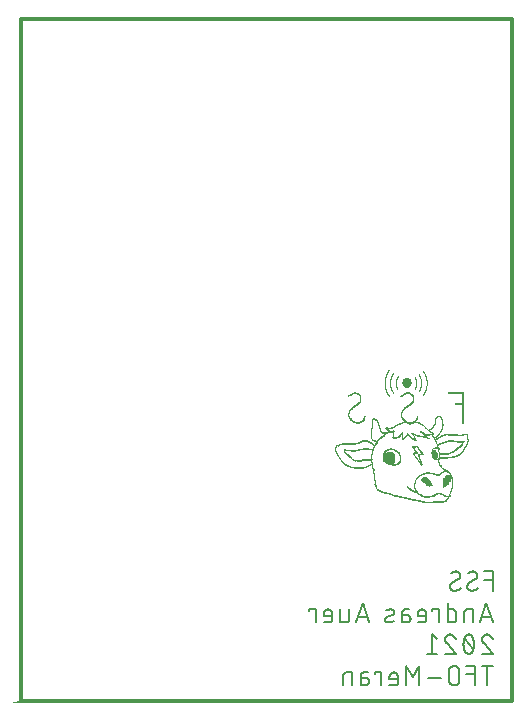
<source format=gbo>
G04 EAGLE Gerber RS-274X export*
G75*
%MOMM*%
%FSLAX34Y34*%
%LPD*%
%INSilkscreen Bottom*%
%IPPOS*%
%AMOC8*
5,1,8,0,0,1.08239X$1,22.5*%
G01*
%ADD10C,0.304800*%
%ADD11C,0.152400*%
%ADD12R,0.303694X0.013800*%
%ADD13R,0.745431X0.013806*%
%ADD14R,1.049131X0.013800*%
%ADD15R,1.642719X0.013800*%
%ADD16R,1.863581X0.013806*%
%ADD17R,0.952500X0.013800*%
%ADD18R,0.386519X0.013800*%
%ADD19R,0.773044X0.013800*%
%ADD20R,0.345106X0.013800*%
%ADD21R,0.262281X0.013806*%
%ADD22R,0.317500X0.013806*%
%ADD23R,0.179456X0.013800*%
%ADD24R,0.289888X0.013800*%
%ADD25R,0.151844X0.013806*%
%ADD26R,0.276087X0.013806*%
%ADD27R,0.124238X0.013800*%
%ADD28R,0.248475X0.013800*%
%ADD29R,0.110431X0.013800*%
%ADD30R,0.262281X0.013800*%
%ADD31R,0.069019X0.013806*%
%ADD32R,0.055213X0.013800*%
%ADD33R,0.276087X0.013800*%
%ADD34R,0.041413X0.013806*%
%ADD35R,0.289888X0.013806*%
%ADD36R,0.055219X0.013800*%
%ADD37R,0.317500X0.013800*%
%ADD38R,0.331306X0.013800*%
%ADD39R,0.055219X0.013806*%
%ADD40R,0.345113X0.013806*%
%ADD41R,0.069019X0.013800*%
%ADD42R,0.345113X0.013800*%
%ADD43R,0.055213X0.013806*%
%ADD44R,0.303694X0.013806*%
%ADD45R,0.289894X0.013800*%
%ADD46R,0.041413X0.013800*%
%ADD47R,0.041406X0.013800*%
%ADD48R,0.331300X0.013800*%
%ADD49R,0.041406X0.013806*%
%ADD50R,0.358913X0.013806*%
%ADD51R,0.207063X0.013800*%
%ADD52R,0.358913X0.013800*%
%ADD53R,0.441738X0.013806*%
%ADD54R,0.593581X0.013800*%
%ADD55R,0.331300X0.013806*%
%ADD56R,0.386519X0.013806*%
%ADD57R,0.372719X0.013800*%
%ADD58R,0.220869X0.013800*%
%ADD59R,0.427931X0.013800*%
%ADD60R,0.441738X0.013800*%
%ADD61R,0.193256X0.013800*%
%ADD62R,0.455544X0.013806*%
%ADD63R,0.372719X0.013806*%
%ADD64R,0.179456X0.013806*%
%ADD65R,0.151850X0.013800*%
%ADD66R,0.138044X0.013800*%
%ADD67R,0.096631X0.013800*%
%ADD68R,0.234675X0.013800*%
%ADD69R,0.082825X0.013806*%
%ADD70R,0.138044X0.013806*%
%ADD71R,0.110431X0.013806*%
%ADD72R,0.013806X0.013800*%
%ADD73R,0.124238X0.013806*%
%ADD74R,0.096631X0.013806*%
%ADD75R,0.138038X0.013800*%
%ADD76R,0.096625X0.013800*%
%ADD77R,0.096625X0.013806*%
%ADD78R,0.248475X0.013806*%
%ADD79R,0.234669X0.013800*%
%ADD80R,0.234675X0.013806*%
%ADD81R,0.151844X0.013800*%
%ADD82R,0.082825X0.013800*%
%ADD83R,0.165650X0.013800*%
%ADD84R,0.234669X0.013806*%
%ADD85R,0.496956X0.013800*%
%ADD86R,0.303700X0.013800*%
%ADD87R,0.082819X0.013806*%
%ADD88R,0.276081X0.013806*%
%ADD89R,0.220863X0.013800*%
%ADD90R,0.207063X0.013806*%
%ADD91R,0.179450X0.013806*%
%ADD92R,0.165650X0.013806*%
%ADD93R,0.193263X0.013800*%
%ADD94R,0.193263X0.013806*%
%ADD95R,0.193256X0.013806*%
%ADD96R,0.110438X0.013800*%
%ADD97R,0.151850X0.013806*%
%ADD98R,0.165656X0.013800*%
%ADD99R,0.027606X0.013800*%
%ADD100R,0.124244X0.013806*%
%ADD101R,0.069025X0.013806*%
%ADD102R,0.082819X0.013800*%
%ADD103R,0.027613X0.013800*%
%ADD104R,0.220869X0.013806*%
%ADD105R,0.027606X0.013806*%
%ADD106R,0.013800X0.013800*%
%ADD107R,0.276081X0.013800*%
%ADD108R,0.289894X0.013806*%
%ADD109R,0.331306X0.013806*%
%ADD110R,0.372713X0.013800*%
%ADD111R,0.400325X0.013806*%
%ADD112R,0.427938X0.013800*%
%ADD113R,0.414131X0.013800*%
%ADD114R,0.469350X0.013800*%
%ADD115R,0.469344X0.013800*%
%ADD116R,0.483150X0.013806*%
%ADD117R,0.455544X0.013800*%
%ADD118R,0.496950X0.013800*%
%ADD119R,0.496956X0.013806*%
%ADD120R,0.510763X0.013800*%
%ADD121R,0.510756X0.013806*%
%ADD122R,0.483150X0.013800*%
%ADD123R,0.510756X0.013800*%
%ADD124R,0.524569X0.013806*%
%ADD125R,0.524563X0.013800*%
%ADD126R,0.538369X0.013800*%
%ADD127R,0.538369X0.013806*%
%ADD128R,0.565975X0.013806*%
%ADD129R,0.552175X0.013800*%
%ADD130R,0.565975X0.013800*%
%ADD131R,0.552175X0.013806*%
%ADD132R,0.579781X0.013806*%
%ADD133R,0.579781X0.013800*%
%ADD134R,0.607388X0.013800*%
%ADD135R,0.607394X0.013806*%
%ADD136R,0.593588X0.013800*%
%ADD137R,0.621194X0.013800*%
%ADD138R,0.593588X0.013806*%
%ADD139R,0.621194X0.013806*%
%ADD140R,0.607394X0.013800*%
%ADD141R,0.635000X0.013800*%
%ADD142R,0.648806X0.013800*%
%ADD143R,0.662606X0.013806*%
%ADD144R,0.676406X0.013800*%
%ADD145R,0.690219X0.013800*%
%ADD146R,0.648800X0.013806*%
%ADD147R,0.690213X0.013806*%
%ADD148R,0.648800X0.013800*%
%ADD149R,0.690219X0.013806*%
%ADD150R,0.690213X0.013800*%
%ADD151R,0.648806X0.013806*%
%ADD152R,0.676413X0.013806*%
%ADD153R,0.662613X0.013800*%
%ADD154R,0.662606X0.013800*%
%ADD155R,0.635000X0.013806*%
%ADD156R,0.621200X0.013806*%
%ADD157R,0.510763X0.013806*%
%ADD158R,0.069025X0.013800*%
%ADD159R,0.427931X0.013806*%
%ADD160R,0.400325X0.013800*%
%ADD161R,0.220863X0.013806*%
%ADD162R,0.911088X0.013800*%
%ADD163R,1.076738X0.013806*%
%ADD164R,1.200975X0.013800*%
%ADD165R,1.311406X0.013806*%
%ADD166R,0.124244X0.013800*%
%ADD167R,0.110438X0.013806*%
%ADD168R,0.165656X0.013806*%
%ADD169R,0.717825X0.013800*%
%ADD170R,0.745438X0.013800*%
%ADD171R,0.786844X0.013806*%
%ADD172R,0.800650X0.013800*%
%ADD173R,0.828256X0.013800*%
%ADD174R,0.855869X0.013806*%
%ADD175R,0.869669X0.013800*%
%ADD176R,0.897281X0.013806*%
%ADD177R,0.924888X0.013806*%
%ADD178R,0.938694X0.013800*%
%ADD179R,0.966306X0.013806*%
%ADD180R,0.607388X0.013806*%
%ADD181R,0.966306X0.013800*%
%ADD182R,0.704019X0.013800*%
%ADD183R,0.980106X0.013800*%
%ADD184R,0.993906X0.013806*%
%ADD185R,0.993906X0.013800*%
%ADD186R,0.842063X0.013800*%
%ADD187R,1.007713X0.013806*%
%ADD188R,0.883475X0.013806*%
%ADD189R,1.007713X0.013800*%
%ADD190R,0.786844X0.013800*%
%ADD191R,1.021519X0.013806*%
%ADD192R,1.035325X0.013800*%
%ADD193R,1.035325X0.013806*%
%ADD194R,0.524563X0.013806*%
%ADD195R,0.345106X0.013806*%
%ADD196R,0.745431X0.013800*%
%ADD197R,0.842063X0.013806*%
%ADD198R,0.386525X0.013806*%
%ADD199R,1.021519X0.013800*%
%ADD200R,0.372713X0.013806*%
%ADD201R,0.469350X0.013806*%
%ADD202R,1.007719X0.013806*%
%ADD203R,1.007719X0.013800*%
%ADD204R,0.013800X0.013806*%
%ADD205R,0.980106X0.013806*%
%ADD206R,0.013806X0.013806*%
%ADD207R,0.538363X0.013806*%
%ADD208R,0.938694X0.013806*%
%ADD209R,0.538363X0.013800*%
%ADD210R,0.924888X0.013800*%
%ADD211R,0.704019X0.013806*%
%ADD212R,0.138038X0.013806*%
%ADD213R,0.911088X0.013806*%
%ADD214R,0.786850X0.013800*%
%ADD215R,0.897281X0.013800*%
%ADD216R,0.842069X0.013806*%
%ADD217R,0.869675X0.013800*%
%ADD218R,0.731631X0.013800*%
%ADD219R,0.179450X0.013800*%
%ADD220R,0.469344X0.013806*%
%ADD221R,0.455538X0.013800*%
%ADD222R,0.455538X0.013806*%
%ADD223R,0.414131X0.013806*%
%ADD224R,0.414125X0.013800*%
%ADD225R,0.869675X0.013806*%
%ADD226R,0.027613X0.013806*%
%ADD227R,0.717819X0.013806*%
%ADD228R,1.228588X0.013806*%
%ADD229R,1.270000X0.013800*%
%ADD230R,1.283800X0.013800*%
%ADD231R,1.242394X0.013806*%
%ADD232R,0.207069X0.013800*%
%ADD233R,0.828256X0.013806*%
%ADD234R,0.676413X0.013800*%
%ADD235R,1.131956X0.013800*%
%ADD236R,0.980113X0.013806*%
%ADD237R,1.214781X0.013800*%
%ADD238R,0.427938X0.013806*%
%ADD239R,0.759244X0.013800*%
%ADD240R,0.759244X0.013806*%
%ADD241R,0.552169X0.013800*%
%ADD242R,1.311413X0.013800*%
%ADD243R,1.311413X0.013806*%
%ADD244R,0.593581X0.013806*%
%ADD245R,0.731625X0.013806*%
%ADD246R,0.731625X0.013800*%
%ADD247R,0.759238X0.013800*%
%ADD248R,0.759238X0.013806*%
%ADD249R,0.773044X0.013806*%
%ADD250R,0.786850X0.013806*%
%ADD251R,0.717819X0.013800*%
%ADD252C,0.000000*%


D10*
X-19050Y0D02*
X396750Y0D01*
X396750Y577750D01*
X-19050Y577750D01*
X-19050Y0D01*
D11*
X380238Y93472D02*
X380238Y109728D01*
X373013Y109728D01*
X373013Y102503D02*
X380238Y102503D01*
X362344Y93472D02*
X362226Y93474D01*
X362108Y93480D01*
X361990Y93489D01*
X361873Y93503D01*
X361756Y93520D01*
X361639Y93541D01*
X361524Y93566D01*
X361409Y93595D01*
X361295Y93628D01*
X361183Y93664D01*
X361072Y93704D01*
X360962Y93747D01*
X360853Y93794D01*
X360746Y93844D01*
X360641Y93899D01*
X360538Y93956D01*
X360437Y94017D01*
X360337Y94081D01*
X360240Y94148D01*
X360145Y94218D01*
X360053Y94292D01*
X359962Y94368D01*
X359875Y94448D01*
X359790Y94530D01*
X359708Y94615D01*
X359628Y94702D01*
X359552Y94793D01*
X359478Y94885D01*
X359408Y94980D01*
X359341Y95077D01*
X359277Y95177D01*
X359216Y95278D01*
X359159Y95381D01*
X359104Y95486D01*
X359054Y95593D01*
X359007Y95702D01*
X358964Y95812D01*
X358924Y95923D01*
X358888Y96035D01*
X358855Y96149D01*
X358826Y96264D01*
X358801Y96379D01*
X358780Y96496D01*
X358763Y96613D01*
X358749Y96730D01*
X358740Y96848D01*
X358734Y96966D01*
X358732Y97084D01*
X362344Y93472D02*
X362527Y93474D01*
X362709Y93481D01*
X362891Y93492D01*
X363073Y93507D01*
X363255Y93527D01*
X363436Y93551D01*
X363616Y93579D01*
X363796Y93611D01*
X363975Y93648D01*
X364152Y93689D01*
X364329Y93735D01*
X364505Y93784D01*
X364680Y93838D01*
X364853Y93896D01*
X365024Y93958D01*
X365195Y94024D01*
X365363Y94095D01*
X365530Y94169D01*
X365695Y94247D01*
X365858Y94329D01*
X366019Y94415D01*
X366178Y94505D01*
X366335Y94599D01*
X366489Y94696D01*
X366641Y94797D01*
X366791Y94902D01*
X366938Y95010D01*
X367082Y95121D01*
X367224Y95236D01*
X367363Y95355D01*
X367499Y95477D01*
X367632Y95602D01*
X367762Y95730D01*
X367311Y106116D02*
X367309Y106234D01*
X367303Y106352D01*
X367294Y106470D01*
X367280Y106587D01*
X367263Y106704D01*
X367242Y106821D01*
X367217Y106936D01*
X367188Y107051D01*
X367155Y107165D01*
X367119Y107277D01*
X367079Y107388D01*
X367036Y107498D01*
X366989Y107607D01*
X366939Y107714D01*
X366884Y107819D01*
X366827Y107922D01*
X366766Y108023D01*
X366702Y108123D01*
X366635Y108220D01*
X366565Y108315D01*
X366491Y108407D01*
X366415Y108498D01*
X366335Y108585D01*
X366253Y108670D01*
X366168Y108752D01*
X366081Y108832D01*
X365990Y108908D01*
X365898Y108982D01*
X365803Y109052D01*
X365706Y109119D01*
X365606Y109183D01*
X365505Y109244D01*
X365402Y109301D01*
X365297Y109356D01*
X365190Y109406D01*
X365081Y109453D01*
X364971Y109496D01*
X364860Y109536D01*
X364748Y109572D01*
X364634Y109605D01*
X364519Y109634D01*
X364404Y109659D01*
X364287Y109680D01*
X364170Y109697D01*
X364053Y109711D01*
X363935Y109720D01*
X363817Y109726D01*
X363699Y109728D01*
X363538Y109726D01*
X363376Y109720D01*
X363215Y109711D01*
X363054Y109697D01*
X362894Y109680D01*
X362734Y109659D01*
X362574Y109634D01*
X362415Y109605D01*
X362257Y109573D01*
X362100Y109537D01*
X361944Y109497D01*
X361788Y109453D01*
X361634Y109405D01*
X361481Y109354D01*
X361329Y109300D01*
X361178Y109241D01*
X361029Y109180D01*
X360882Y109114D01*
X360736Y109045D01*
X360591Y108973D01*
X360449Y108897D01*
X360308Y108818D01*
X360169Y108736D01*
X360033Y108650D01*
X359898Y108561D01*
X359765Y108469D01*
X359635Y108373D01*
X365505Y102955D02*
X365606Y103017D01*
X365706Y103082D01*
X365803Y103151D01*
X365898Y103223D01*
X365991Y103297D01*
X366081Y103375D01*
X366169Y103456D01*
X366254Y103539D01*
X366336Y103625D01*
X366415Y103714D01*
X366492Y103805D01*
X366565Y103899D01*
X366636Y103995D01*
X366703Y104093D01*
X366767Y104193D01*
X366828Y104296D01*
X366885Y104400D01*
X366939Y104506D01*
X366989Y104614D01*
X367036Y104723D01*
X367080Y104834D01*
X367120Y104946D01*
X367156Y105060D01*
X367188Y105174D01*
X367217Y105290D01*
X367242Y105406D01*
X367263Y105523D01*
X367280Y105641D01*
X367294Y105759D01*
X367303Y105878D01*
X367309Y105997D01*
X367311Y106116D01*
X360538Y100245D02*
X360437Y100183D01*
X360337Y100118D01*
X360240Y100049D01*
X360145Y99977D01*
X360052Y99903D01*
X359962Y99825D01*
X359874Y99744D01*
X359789Y99661D01*
X359707Y99575D01*
X359628Y99486D01*
X359551Y99395D01*
X359478Y99301D01*
X359407Y99205D01*
X359340Y99107D01*
X359276Y99007D01*
X359215Y98904D01*
X359158Y98800D01*
X359104Y98694D01*
X359054Y98586D01*
X359007Y98477D01*
X358963Y98366D01*
X358923Y98254D01*
X358887Y98140D01*
X358855Y98026D01*
X358826Y97910D01*
X358801Y97794D01*
X358780Y97677D01*
X358763Y97559D01*
X358749Y97441D01*
X358740Y97322D01*
X358734Y97203D01*
X358732Y97084D01*
X360538Y100245D02*
X365505Y102955D01*
X347755Y93472D02*
X347637Y93474D01*
X347519Y93480D01*
X347401Y93489D01*
X347284Y93503D01*
X347167Y93520D01*
X347050Y93541D01*
X346935Y93566D01*
X346820Y93595D01*
X346706Y93628D01*
X346594Y93664D01*
X346483Y93704D01*
X346373Y93747D01*
X346264Y93794D01*
X346157Y93844D01*
X346052Y93899D01*
X345949Y93956D01*
X345848Y94017D01*
X345748Y94081D01*
X345651Y94148D01*
X345556Y94218D01*
X345464Y94292D01*
X345373Y94368D01*
X345286Y94448D01*
X345201Y94530D01*
X345119Y94615D01*
X345039Y94702D01*
X344963Y94793D01*
X344889Y94885D01*
X344819Y94980D01*
X344752Y95077D01*
X344688Y95177D01*
X344627Y95278D01*
X344570Y95381D01*
X344515Y95486D01*
X344465Y95593D01*
X344418Y95702D01*
X344375Y95812D01*
X344335Y95923D01*
X344299Y96035D01*
X344266Y96149D01*
X344237Y96264D01*
X344212Y96379D01*
X344191Y96496D01*
X344174Y96613D01*
X344160Y96730D01*
X344151Y96848D01*
X344145Y96966D01*
X344143Y97084D01*
X347755Y93472D02*
X347938Y93474D01*
X348120Y93481D01*
X348302Y93492D01*
X348484Y93507D01*
X348666Y93527D01*
X348847Y93551D01*
X349027Y93579D01*
X349207Y93611D01*
X349386Y93648D01*
X349563Y93689D01*
X349740Y93735D01*
X349916Y93784D01*
X350091Y93838D01*
X350264Y93896D01*
X350435Y93958D01*
X350606Y94024D01*
X350774Y94095D01*
X350941Y94169D01*
X351106Y94247D01*
X351269Y94329D01*
X351430Y94415D01*
X351589Y94505D01*
X351746Y94599D01*
X351900Y94696D01*
X352052Y94797D01*
X352202Y94902D01*
X352349Y95010D01*
X352493Y95121D01*
X352635Y95236D01*
X352774Y95355D01*
X352910Y95477D01*
X353043Y95602D01*
X353173Y95730D01*
X352722Y106116D02*
X352720Y106234D01*
X352714Y106352D01*
X352705Y106470D01*
X352691Y106587D01*
X352674Y106704D01*
X352653Y106821D01*
X352628Y106936D01*
X352599Y107051D01*
X352566Y107165D01*
X352530Y107277D01*
X352490Y107388D01*
X352447Y107498D01*
X352400Y107607D01*
X352350Y107714D01*
X352295Y107819D01*
X352238Y107922D01*
X352177Y108023D01*
X352113Y108123D01*
X352046Y108220D01*
X351976Y108315D01*
X351902Y108407D01*
X351826Y108498D01*
X351746Y108585D01*
X351664Y108670D01*
X351579Y108752D01*
X351492Y108832D01*
X351401Y108908D01*
X351309Y108982D01*
X351214Y109052D01*
X351117Y109119D01*
X351017Y109183D01*
X350916Y109244D01*
X350813Y109301D01*
X350708Y109356D01*
X350601Y109406D01*
X350492Y109453D01*
X350382Y109496D01*
X350271Y109536D01*
X350159Y109572D01*
X350045Y109605D01*
X349930Y109634D01*
X349815Y109659D01*
X349698Y109680D01*
X349581Y109697D01*
X349464Y109711D01*
X349346Y109720D01*
X349228Y109726D01*
X349110Y109728D01*
X348949Y109726D01*
X348787Y109720D01*
X348626Y109711D01*
X348465Y109697D01*
X348305Y109680D01*
X348145Y109659D01*
X347985Y109634D01*
X347826Y109605D01*
X347668Y109573D01*
X347511Y109537D01*
X347355Y109497D01*
X347199Y109453D01*
X347045Y109405D01*
X346892Y109354D01*
X346740Y109300D01*
X346589Y109241D01*
X346440Y109180D01*
X346293Y109114D01*
X346147Y109045D01*
X346002Y108973D01*
X345860Y108897D01*
X345719Y108818D01*
X345580Y108736D01*
X345444Y108650D01*
X345309Y108561D01*
X345176Y108469D01*
X345046Y108373D01*
X350916Y102955D02*
X351017Y103017D01*
X351117Y103082D01*
X351214Y103151D01*
X351309Y103223D01*
X351402Y103297D01*
X351492Y103375D01*
X351580Y103456D01*
X351665Y103539D01*
X351747Y103625D01*
X351826Y103714D01*
X351903Y103805D01*
X351976Y103899D01*
X352047Y103995D01*
X352114Y104093D01*
X352178Y104193D01*
X352239Y104296D01*
X352296Y104400D01*
X352350Y104506D01*
X352400Y104614D01*
X352447Y104723D01*
X352491Y104834D01*
X352531Y104946D01*
X352567Y105060D01*
X352599Y105174D01*
X352628Y105290D01*
X352653Y105406D01*
X352674Y105523D01*
X352691Y105641D01*
X352705Y105759D01*
X352714Y105878D01*
X352720Y105997D01*
X352722Y106116D01*
X345948Y100245D02*
X345847Y100183D01*
X345747Y100118D01*
X345650Y100049D01*
X345555Y99977D01*
X345462Y99903D01*
X345372Y99825D01*
X345284Y99744D01*
X345199Y99661D01*
X345117Y99575D01*
X345038Y99486D01*
X344961Y99395D01*
X344888Y99301D01*
X344817Y99205D01*
X344750Y99107D01*
X344686Y99007D01*
X344625Y98904D01*
X344568Y98800D01*
X344514Y98694D01*
X344464Y98586D01*
X344417Y98477D01*
X344373Y98366D01*
X344333Y98254D01*
X344297Y98140D01*
X344265Y98026D01*
X344236Y97910D01*
X344211Y97794D01*
X344190Y97677D01*
X344173Y97559D01*
X344159Y97441D01*
X344150Y97322D01*
X344144Y97203D01*
X344142Y97084D01*
X345949Y100245D02*
X350916Y102955D01*
X374819Y83058D02*
X380238Y66802D01*
X369401Y66802D02*
X374819Y83058D01*
X370755Y70866D02*
X378883Y70866D01*
X363322Y66802D02*
X363322Y77639D01*
X358806Y77639D01*
X358702Y77637D01*
X358599Y77631D01*
X358495Y77621D01*
X358392Y77607D01*
X358290Y77589D01*
X358189Y77568D01*
X358088Y77542D01*
X357989Y77513D01*
X357890Y77480D01*
X357793Y77443D01*
X357698Y77402D01*
X357604Y77358D01*
X357512Y77310D01*
X357422Y77259D01*
X357333Y77204D01*
X357247Y77146D01*
X357164Y77084D01*
X357082Y77020D01*
X357004Y76952D01*
X356928Y76882D01*
X356854Y76809D01*
X356784Y76732D01*
X356716Y76654D01*
X356652Y76572D01*
X356590Y76489D01*
X356532Y76403D01*
X356477Y76314D01*
X356426Y76224D01*
X356378Y76132D01*
X356334Y76038D01*
X356293Y75943D01*
X356256Y75846D01*
X356223Y75747D01*
X356194Y75648D01*
X356168Y75547D01*
X356147Y75446D01*
X356129Y75344D01*
X356115Y75241D01*
X356105Y75137D01*
X356099Y75034D01*
X356097Y74930D01*
X356097Y66802D01*
X342102Y66802D02*
X342102Y83058D01*
X342102Y66802D02*
X346617Y66802D01*
X346718Y66804D01*
X346819Y66810D01*
X346920Y66819D01*
X347021Y66832D01*
X347121Y66849D01*
X347220Y66870D01*
X347318Y66894D01*
X347415Y66922D01*
X347512Y66954D01*
X347607Y66989D01*
X347700Y67028D01*
X347792Y67070D01*
X347883Y67116D01*
X347972Y67165D01*
X348058Y67217D01*
X348143Y67273D01*
X348226Y67331D01*
X348306Y67393D01*
X348384Y67458D01*
X348460Y67525D01*
X348533Y67595D01*
X348603Y67668D01*
X348670Y67744D01*
X348735Y67822D01*
X348797Y67902D01*
X348855Y67985D01*
X348911Y68070D01*
X348963Y68156D01*
X349012Y68245D01*
X349058Y68336D01*
X349100Y68428D01*
X349139Y68521D01*
X349174Y68616D01*
X349206Y68713D01*
X349234Y68810D01*
X349258Y68908D01*
X349279Y69007D01*
X349296Y69107D01*
X349309Y69208D01*
X349318Y69309D01*
X349324Y69410D01*
X349326Y69511D01*
X349327Y69511D02*
X349327Y74930D01*
X349326Y74930D02*
X349324Y75031D01*
X349318Y75132D01*
X349309Y75233D01*
X349296Y75334D01*
X349279Y75434D01*
X349258Y75533D01*
X349234Y75631D01*
X349206Y75728D01*
X349174Y75825D01*
X349139Y75920D01*
X349100Y76013D01*
X349058Y76105D01*
X349012Y76196D01*
X348963Y76285D01*
X348911Y76371D01*
X348855Y76456D01*
X348797Y76539D01*
X348735Y76619D01*
X348670Y76697D01*
X348603Y76773D01*
X348533Y76846D01*
X348460Y76916D01*
X348384Y76983D01*
X348306Y77048D01*
X348226Y77110D01*
X348143Y77168D01*
X348058Y77224D01*
X347972Y77276D01*
X347883Y77325D01*
X347792Y77371D01*
X347700Y77413D01*
X347607Y77452D01*
X347512Y77487D01*
X347415Y77519D01*
X347318Y77547D01*
X347220Y77571D01*
X347121Y77592D01*
X347021Y77609D01*
X346920Y77622D01*
X346819Y77631D01*
X346718Y77637D01*
X346617Y77639D01*
X342102Y77639D01*
X334580Y77639D02*
X334580Y66802D01*
X334580Y77639D02*
X329161Y77639D01*
X329161Y75833D01*
X321534Y66802D02*
X317019Y66802D01*
X321534Y66802D02*
X321635Y66804D01*
X321736Y66810D01*
X321837Y66819D01*
X321938Y66832D01*
X322038Y66849D01*
X322137Y66870D01*
X322235Y66894D01*
X322332Y66922D01*
X322429Y66954D01*
X322524Y66989D01*
X322617Y67028D01*
X322709Y67070D01*
X322800Y67116D01*
X322889Y67165D01*
X322975Y67217D01*
X323060Y67273D01*
X323143Y67331D01*
X323223Y67393D01*
X323301Y67458D01*
X323377Y67525D01*
X323450Y67595D01*
X323520Y67668D01*
X323587Y67744D01*
X323652Y67822D01*
X323714Y67902D01*
X323772Y67985D01*
X323828Y68070D01*
X323880Y68156D01*
X323929Y68245D01*
X323975Y68336D01*
X324017Y68428D01*
X324056Y68521D01*
X324091Y68616D01*
X324123Y68713D01*
X324151Y68810D01*
X324175Y68908D01*
X324196Y69007D01*
X324213Y69107D01*
X324226Y69208D01*
X324235Y69309D01*
X324241Y69410D01*
X324243Y69511D01*
X324244Y69511D02*
X324244Y74027D01*
X324243Y74027D02*
X324241Y74146D01*
X324235Y74266D01*
X324225Y74385D01*
X324211Y74503D01*
X324194Y74622D01*
X324172Y74739D01*
X324147Y74856D01*
X324117Y74971D01*
X324084Y75086D01*
X324047Y75200D01*
X324007Y75312D01*
X323962Y75423D01*
X323914Y75532D01*
X323863Y75640D01*
X323808Y75746D01*
X323749Y75850D01*
X323687Y75952D01*
X323622Y76052D01*
X323553Y76150D01*
X323481Y76246D01*
X323406Y76339D01*
X323329Y76429D01*
X323248Y76517D01*
X323164Y76602D01*
X323077Y76684D01*
X322988Y76764D01*
X322896Y76840D01*
X322802Y76914D01*
X322705Y76984D01*
X322607Y77051D01*
X322506Y77115D01*
X322402Y77175D01*
X322297Y77232D01*
X322190Y77285D01*
X322082Y77335D01*
X321972Y77381D01*
X321860Y77423D01*
X321747Y77462D01*
X321633Y77497D01*
X321518Y77528D01*
X321401Y77556D01*
X321284Y77579D01*
X321167Y77599D01*
X321048Y77615D01*
X320929Y77627D01*
X320810Y77635D01*
X320691Y77639D01*
X320571Y77639D01*
X320452Y77635D01*
X320333Y77627D01*
X320214Y77615D01*
X320095Y77599D01*
X319978Y77579D01*
X319861Y77556D01*
X319744Y77528D01*
X319629Y77497D01*
X319515Y77462D01*
X319402Y77423D01*
X319290Y77381D01*
X319180Y77335D01*
X319072Y77285D01*
X318965Y77232D01*
X318860Y77175D01*
X318756Y77115D01*
X318655Y77051D01*
X318557Y76984D01*
X318460Y76914D01*
X318366Y76840D01*
X318274Y76764D01*
X318185Y76684D01*
X318098Y76602D01*
X318014Y76517D01*
X317933Y76429D01*
X317856Y76339D01*
X317781Y76246D01*
X317709Y76150D01*
X317640Y76052D01*
X317575Y75952D01*
X317513Y75850D01*
X317454Y75746D01*
X317399Y75640D01*
X317348Y75532D01*
X317300Y75423D01*
X317255Y75312D01*
X317215Y75200D01*
X317178Y75086D01*
X317145Y74971D01*
X317115Y74856D01*
X317090Y74739D01*
X317068Y74622D01*
X317051Y74503D01*
X317037Y74385D01*
X317027Y74266D01*
X317021Y74146D01*
X317019Y74027D01*
X317019Y72221D01*
X324244Y72221D01*
X307609Y73124D02*
X303545Y73124D01*
X307609Y73124D02*
X307721Y73122D01*
X307832Y73116D01*
X307943Y73106D01*
X308054Y73093D01*
X308164Y73075D01*
X308273Y73053D01*
X308382Y73028D01*
X308490Y72999D01*
X308596Y72966D01*
X308702Y72929D01*
X308806Y72889D01*
X308908Y72845D01*
X309009Y72797D01*
X309108Y72746D01*
X309206Y72691D01*
X309301Y72633D01*
X309394Y72572D01*
X309485Y72507D01*
X309574Y72439D01*
X309660Y72368D01*
X309743Y72295D01*
X309824Y72218D01*
X309903Y72138D01*
X309978Y72056D01*
X310050Y71971D01*
X310120Y71884D01*
X310186Y71794D01*
X310249Y71702D01*
X310309Y71607D01*
X310365Y71511D01*
X310418Y71413D01*
X310467Y71313D01*
X310513Y71211D01*
X310555Y71108D01*
X310594Y71003D01*
X310629Y70897D01*
X310660Y70790D01*
X310687Y70682D01*
X310711Y70573D01*
X310730Y70463D01*
X310746Y70353D01*
X310758Y70242D01*
X310766Y70130D01*
X310770Y70019D01*
X310770Y69907D01*
X310766Y69796D01*
X310758Y69684D01*
X310746Y69573D01*
X310730Y69463D01*
X310711Y69353D01*
X310687Y69244D01*
X310660Y69136D01*
X310629Y69029D01*
X310594Y68923D01*
X310555Y68818D01*
X310513Y68715D01*
X310467Y68613D01*
X310418Y68513D01*
X310365Y68415D01*
X310309Y68319D01*
X310249Y68224D01*
X310186Y68132D01*
X310120Y68042D01*
X310050Y67955D01*
X309978Y67870D01*
X309903Y67788D01*
X309824Y67708D01*
X309743Y67631D01*
X309660Y67558D01*
X309574Y67487D01*
X309485Y67419D01*
X309394Y67354D01*
X309301Y67293D01*
X309206Y67235D01*
X309108Y67180D01*
X309009Y67129D01*
X308908Y67081D01*
X308806Y67037D01*
X308702Y66997D01*
X308596Y66960D01*
X308490Y66927D01*
X308382Y66898D01*
X308273Y66873D01*
X308164Y66851D01*
X308054Y66833D01*
X307943Y66820D01*
X307832Y66810D01*
X307721Y66804D01*
X307609Y66802D01*
X303545Y66802D01*
X303545Y74930D01*
X303547Y75031D01*
X303553Y75132D01*
X303562Y75233D01*
X303575Y75334D01*
X303592Y75434D01*
X303613Y75533D01*
X303637Y75631D01*
X303665Y75728D01*
X303697Y75825D01*
X303732Y75920D01*
X303771Y76013D01*
X303813Y76105D01*
X303859Y76196D01*
X303908Y76285D01*
X303960Y76371D01*
X304016Y76456D01*
X304074Y76539D01*
X304136Y76619D01*
X304201Y76697D01*
X304268Y76773D01*
X304338Y76846D01*
X304411Y76916D01*
X304487Y76983D01*
X304565Y77048D01*
X304645Y77110D01*
X304728Y77168D01*
X304813Y77224D01*
X304900Y77276D01*
X304988Y77325D01*
X305079Y77371D01*
X305171Y77413D01*
X305264Y77452D01*
X305359Y77487D01*
X305456Y77519D01*
X305553Y77547D01*
X305651Y77571D01*
X305750Y77592D01*
X305850Y77609D01*
X305951Y77622D01*
X306052Y77631D01*
X306153Y77637D01*
X306254Y77639D01*
X309867Y77639D01*
X295274Y73124D02*
X290758Y71318D01*
X295274Y73124D02*
X295362Y73161D01*
X295448Y73202D01*
X295533Y73246D01*
X295616Y73294D01*
X295696Y73345D01*
X295775Y73399D01*
X295851Y73457D01*
X295925Y73517D01*
X295997Y73581D01*
X296065Y73647D01*
X296131Y73717D01*
X296194Y73788D01*
X296255Y73863D01*
X296312Y73939D01*
X296365Y74018D01*
X296416Y74099D01*
X296463Y74182D01*
X296507Y74267D01*
X296547Y74354D01*
X296584Y74442D01*
X296617Y74532D01*
X296647Y74623D01*
X296672Y74715D01*
X296694Y74808D01*
X296712Y74902D01*
X296727Y74996D01*
X296737Y75091D01*
X296743Y75187D01*
X296746Y75282D01*
X296745Y75378D01*
X296739Y75473D01*
X296730Y75569D01*
X296717Y75663D01*
X296701Y75757D01*
X296680Y75851D01*
X296655Y75943D01*
X296627Y76034D01*
X296595Y76124D01*
X296560Y76213D01*
X296521Y76300D01*
X296478Y76386D01*
X296432Y76470D01*
X296382Y76551D01*
X296330Y76631D01*
X296274Y76709D01*
X296214Y76784D01*
X296152Y76856D01*
X296087Y76926D01*
X296019Y76994D01*
X295949Y77058D01*
X295876Y77120D01*
X295800Y77178D01*
X295722Y77234D01*
X295642Y77286D01*
X295560Y77335D01*
X295476Y77380D01*
X295390Y77422D01*
X295303Y77461D01*
X295214Y77496D01*
X295123Y77527D01*
X295032Y77554D01*
X294939Y77578D01*
X294846Y77598D01*
X294752Y77614D01*
X294657Y77626D01*
X294562Y77635D01*
X294466Y77639D01*
X294371Y77640D01*
X294124Y77633D01*
X293878Y77621D01*
X293632Y77603D01*
X293386Y77578D01*
X293142Y77548D01*
X292898Y77512D01*
X292655Y77471D01*
X292413Y77423D01*
X292172Y77369D01*
X291933Y77310D01*
X291695Y77245D01*
X291459Y77174D01*
X291224Y77098D01*
X290991Y77016D01*
X290761Y76928D01*
X290533Y76835D01*
X290306Y76737D01*
X290758Y71317D02*
X290670Y71280D01*
X290584Y71239D01*
X290499Y71195D01*
X290416Y71147D01*
X290336Y71096D01*
X290257Y71042D01*
X290181Y70984D01*
X290107Y70924D01*
X290035Y70860D01*
X289967Y70794D01*
X289901Y70724D01*
X289838Y70653D01*
X289777Y70578D01*
X289720Y70502D01*
X289667Y70423D01*
X289616Y70342D01*
X289569Y70259D01*
X289525Y70174D01*
X289485Y70087D01*
X289448Y69999D01*
X289415Y69909D01*
X289385Y69818D01*
X289360Y69726D01*
X289338Y69633D01*
X289320Y69539D01*
X289305Y69445D01*
X289295Y69350D01*
X289289Y69254D01*
X289286Y69159D01*
X289287Y69063D01*
X289293Y68968D01*
X289302Y68872D01*
X289315Y68778D01*
X289331Y68684D01*
X289352Y68590D01*
X289377Y68498D01*
X289405Y68407D01*
X289437Y68317D01*
X289472Y68228D01*
X289511Y68141D01*
X289554Y68055D01*
X289600Y67971D01*
X289650Y67890D01*
X289702Y67810D01*
X289758Y67732D01*
X289818Y67657D01*
X289880Y67585D01*
X289945Y67515D01*
X290013Y67447D01*
X290083Y67383D01*
X290156Y67321D01*
X290232Y67263D01*
X290310Y67207D01*
X290390Y67155D01*
X290472Y67106D01*
X290556Y67061D01*
X290642Y67019D01*
X290729Y66980D01*
X290818Y66945D01*
X290909Y66914D01*
X291000Y66887D01*
X291093Y66863D01*
X291186Y66843D01*
X291280Y66827D01*
X291375Y66815D01*
X291470Y66806D01*
X291566Y66802D01*
X291661Y66801D01*
X291662Y66802D02*
X292024Y66811D01*
X292386Y66829D01*
X292747Y66856D01*
X293107Y66891D01*
X293467Y66934D01*
X293826Y66986D01*
X294183Y67047D01*
X294538Y67116D01*
X294892Y67193D01*
X295244Y67279D01*
X295594Y67373D01*
X295942Y67476D01*
X296287Y67586D01*
X296629Y67705D01*
X275509Y66802D02*
X270090Y83058D01*
X264672Y66802D01*
X266026Y70866D02*
X274154Y70866D01*
X258592Y69511D02*
X258592Y77639D01*
X258592Y69511D02*
X258590Y69410D01*
X258584Y69309D01*
X258575Y69208D01*
X258562Y69107D01*
X258545Y69007D01*
X258524Y68908D01*
X258500Y68810D01*
X258472Y68713D01*
X258440Y68616D01*
X258405Y68521D01*
X258366Y68428D01*
X258324Y68336D01*
X258278Y68245D01*
X258229Y68156D01*
X258177Y68070D01*
X258121Y67985D01*
X258063Y67902D01*
X258001Y67822D01*
X257936Y67744D01*
X257869Y67668D01*
X257799Y67595D01*
X257726Y67525D01*
X257650Y67458D01*
X257572Y67393D01*
X257492Y67331D01*
X257409Y67273D01*
X257324Y67217D01*
X257238Y67165D01*
X257149Y67116D01*
X257058Y67070D01*
X256966Y67028D01*
X256873Y66989D01*
X256778Y66954D01*
X256681Y66922D01*
X256584Y66894D01*
X256486Y66870D01*
X256387Y66849D01*
X256287Y66832D01*
X256186Y66819D01*
X256085Y66810D01*
X255984Y66804D01*
X255883Y66802D01*
X251368Y66802D01*
X251368Y77639D01*
X241815Y66802D02*
X237299Y66802D01*
X241815Y66802D02*
X241916Y66804D01*
X242017Y66810D01*
X242118Y66819D01*
X242219Y66832D01*
X242319Y66849D01*
X242418Y66870D01*
X242516Y66894D01*
X242613Y66922D01*
X242710Y66954D01*
X242805Y66989D01*
X242898Y67028D01*
X242990Y67070D01*
X243081Y67116D01*
X243170Y67165D01*
X243256Y67217D01*
X243341Y67273D01*
X243424Y67331D01*
X243504Y67393D01*
X243582Y67458D01*
X243658Y67525D01*
X243731Y67595D01*
X243801Y67668D01*
X243868Y67744D01*
X243933Y67822D01*
X243995Y67902D01*
X244053Y67985D01*
X244109Y68070D01*
X244161Y68156D01*
X244210Y68245D01*
X244256Y68336D01*
X244298Y68428D01*
X244337Y68521D01*
X244372Y68616D01*
X244404Y68713D01*
X244432Y68810D01*
X244456Y68908D01*
X244477Y69007D01*
X244494Y69107D01*
X244507Y69208D01*
X244516Y69309D01*
X244522Y69410D01*
X244524Y69511D01*
X244524Y74027D01*
X244522Y74146D01*
X244516Y74266D01*
X244506Y74385D01*
X244492Y74503D01*
X244475Y74622D01*
X244453Y74739D01*
X244428Y74856D01*
X244398Y74971D01*
X244365Y75086D01*
X244328Y75200D01*
X244288Y75312D01*
X244243Y75423D01*
X244195Y75532D01*
X244144Y75640D01*
X244089Y75746D01*
X244030Y75850D01*
X243968Y75952D01*
X243903Y76052D01*
X243834Y76150D01*
X243762Y76246D01*
X243687Y76339D01*
X243610Y76429D01*
X243529Y76517D01*
X243445Y76602D01*
X243358Y76684D01*
X243269Y76764D01*
X243177Y76840D01*
X243083Y76914D01*
X242986Y76984D01*
X242888Y77051D01*
X242787Y77115D01*
X242683Y77175D01*
X242578Y77232D01*
X242471Y77285D01*
X242363Y77335D01*
X242253Y77381D01*
X242141Y77423D01*
X242028Y77462D01*
X241914Y77497D01*
X241799Y77528D01*
X241682Y77556D01*
X241565Y77579D01*
X241448Y77599D01*
X241329Y77615D01*
X241210Y77627D01*
X241091Y77635D01*
X240972Y77639D01*
X240852Y77639D01*
X240733Y77635D01*
X240614Y77627D01*
X240495Y77615D01*
X240376Y77599D01*
X240259Y77579D01*
X240142Y77556D01*
X240025Y77528D01*
X239910Y77497D01*
X239796Y77462D01*
X239683Y77423D01*
X239571Y77381D01*
X239461Y77335D01*
X239353Y77285D01*
X239246Y77232D01*
X239141Y77175D01*
X239037Y77115D01*
X238936Y77051D01*
X238838Y76984D01*
X238741Y76914D01*
X238647Y76840D01*
X238555Y76764D01*
X238466Y76684D01*
X238379Y76602D01*
X238295Y76517D01*
X238214Y76429D01*
X238137Y76339D01*
X238062Y76246D01*
X237990Y76150D01*
X237921Y76052D01*
X237856Y75952D01*
X237794Y75850D01*
X237735Y75746D01*
X237680Y75640D01*
X237629Y75532D01*
X237581Y75423D01*
X237536Y75312D01*
X237496Y75200D01*
X237459Y75086D01*
X237426Y74971D01*
X237396Y74856D01*
X237371Y74739D01*
X237349Y74622D01*
X237332Y74503D01*
X237318Y74385D01*
X237308Y74266D01*
X237302Y74146D01*
X237300Y74027D01*
X237299Y74027D02*
X237299Y72221D01*
X244524Y72221D01*
X230371Y66802D02*
X230371Y77639D01*
X224953Y77639D01*
X224953Y75833D01*
X371207Y52324D02*
X371209Y52449D01*
X371215Y52574D01*
X371224Y52699D01*
X371238Y52823D01*
X371255Y52947D01*
X371276Y53071D01*
X371301Y53193D01*
X371330Y53315D01*
X371362Y53436D01*
X371398Y53556D01*
X371438Y53675D01*
X371481Y53792D01*
X371528Y53908D01*
X371579Y54023D01*
X371633Y54135D01*
X371691Y54247D01*
X371751Y54356D01*
X371816Y54463D01*
X371883Y54569D01*
X371954Y54672D01*
X372028Y54773D01*
X372105Y54872D01*
X372185Y54968D01*
X372268Y55062D01*
X372353Y55153D01*
X372442Y55242D01*
X372533Y55327D01*
X372627Y55410D01*
X372723Y55490D01*
X372822Y55567D01*
X372923Y55641D01*
X373026Y55712D01*
X373132Y55779D01*
X373239Y55844D01*
X373348Y55904D01*
X373460Y55962D01*
X373572Y56016D01*
X373687Y56067D01*
X373803Y56114D01*
X373920Y56157D01*
X374039Y56197D01*
X374159Y56233D01*
X374280Y56265D01*
X374402Y56294D01*
X374524Y56319D01*
X374648Y56340D01*
X374772Y56357D01*
X374896Y56371D01*
X375021Y56380D01*
X375146Y56386D01*
X375271Y56388D01*
X375414Y56386D01*
X375556Y56380D01*
X375699Y56370D01*
X375841Y56357D01*
X375982Y56339D01*
X376124Y56318D01*
X376264Y56293D01*
X376404Y56264D01*
X376543Y56231D01*
X376681Y56194D01*
X376818Y56154D01*
X376953Y56110D01*
X377088Y56062D01*
X377221Y56010D01*
X377353Y55955D01*
X377483Y55896D01*
X377611Y55834D01*
X377738Y55768D01*
X377863Y55699D01*
X377986Y55627D01*
X378107Y55551D01*
X378225Y55472D01*
X378342Y55389D01*
X378456Y55304D01*
X378568Y55215D01*
X378677Y55124D01*
X378784Y55029D01*
X378889Y54932D01*
X378990Y54831D01*
X379089Y54728D01*
X379185Y54623D01*
X379278Y54514D01*
X379368Y54403D01*
X379455Y54290D01*
X379539Y54175D01*
X379619Y54057D01*
X379697Y53937D01*
X379771Y53815D01*
X379841Y53691D01*
X379909Y53565D01*
X379972Y53437D01*
X380033Y53308D01*
X380090Y53177D01*
X380143Y53045D01*
X380192Y52911D01*
X380238Y52776D01*
X372562Y49163D02*
X372468Y49255D01*
X372378Y49349D01*
X372290Y49446D01*
X372205Y49546D01*
X372123Y49648D01*
X372044Y49753D01*
X371969Y49860D01*
X371897Y49969D01*
X371828Y50080D01*
X371762Y50194D01*
X371700Y50309D01*
X371641Y50426D01*
X371586Y50545D01*
X371535Y50665D01*
X371487Y50787D01*
X371442Y50910D01*
X371402Y51034D01*
X371365Y51160D01*
X371332Y51287D01*
X371303Y51414D01*
X371277Y51543D01*
X371256Y51672D01*
X371238Y51802D01*
X371225Y51932D01*
X371215Y52062D01*
X371209Y52193D01*
X371207Y52324D01*
X372562Y49163D02*
X380238Y40132D01*
X371207Y40132D01*
X364607Y48260D02*
X364603Y48580D01*
X364592Y48899D01*
X364573Y49219D01*
X364546Y49537D01*
X364512Y49855D01*
X364470Y50172D01*
X364420Y50488D01*
X364363Y50803D01*
X364299Y51116D01*
X364227Y51428D01*
X364148Y51738D01*
X364061Y52045D01*
X363967Y52351D01*
X363866Y52654D01*
X363757Y52955D01*
X363642Y53253D01*
X363519Y53549D01*
X363389Y53841D01*
X363252Y54130D01*
X363252Y54131D02*
X363213Y54239D01*
X363170Y54346D01*
X363124Y54451D01*
X363073Y54555D01*
X363020Y54657D01*
X362963Y54757D01*
X362902Y54855D01*
X362838Y54950D01*
X362771Y55044D01*
X362700Y55135D01*
X362627Y55224D01*
X362550Y55310D01*
X362471Y55393D01*
X362389Y55474D01*
X362304Y55552D01*
X362216Y55626D01*
X362126Y55698D01*
X362034Y55766D01*
X361939Y55832D01*
X361842Y55894D01*
X361743Y55952D01*
X361641Y56008D01*
X361539Y56059D01*
X361434Y56107D01*
X361328Y56152D01*
X361220Y56193D01*
X361111Y56230D01*
X361001Y56263D01*
X360889Y56292D01*
X360777Y56318D01*
X360664Y56340D01*
X360550Y56357D01*
X360436Y56371D01*
X360321Y56381D01*
X360206Y56387D01*
X360091Y56389D01*
X360091Y56388D02*
X359976Y56386D01*
X359861Y56380D01*
X359746Y56370D01*
X359632Y56356D01*
X359518Y56339D01*
X359405Y56317D01*
X359293Y56291D01*
X359181Y56262D01*
X359071Y56229D01*
X358962Y56192D01*
X358854Y56151D01*
X358748Y56106D01*
X358644Y56058D01*
X358541Y56007D01*
X358440Y55951D01*
X358340Y55893D01*
X358243Y55831D01*
X358149Y55766D01*
X358056Y55697D01*
X357966Y55625D01*
X357878Y55551D01*
X357793Y55473D01*
X357711Y55392D01*
X357632Y55309D01*
X357555Y55223D01*
X357482Y55134D01*
X357411Y55043D01*
X357344Y54949D01*
X357280Y54854D01*
X357219Y54756D01*
X357162Y54656D01*
X357109Y54554D01*
X357058Y54450D01*
X357012Y54345D01*
X356969Y54238D01*
X356930Y54130D01*
X356931Y54130D02*
X356794Y53841D01*
X356664Y53549D01*
X356541Y53253D01*
X356426Y52955D01*
X356317Y52654D01*
X356216Y52351D01*
X356122Y52045D01*
X356035Y51738D01*
X355956Y51428D01*
X355884Y51116D01*
X355820Y50803D01*
X355763Y50488D01*
X355713Y50172D01*
X355671Y49855D01*
X355637Y49537D01*
X355610Y49219D01*
X355591Y48899D01*
X355580Y48580D01*
X355576Y48260D01*
X364606Y48260D02*
X364602Y47940D01*
X364591Y47621D01*
X364572Y47301D01*
X364545Y46983D01*
X364511Y46665D01*
X364469Y46348D01*
X364419Y46032D01*
X364362Y45717D01*
X364298Y45404D01*
X364226Y45092D01*
X364147Y44782D01*
X364060Y44475D01*
X363966Y44169D01*
X363865Y43866D01*
X363756Y43565D01*
X363641Y43267D01*
X363518Y42971D01*
X363388Y42679D01*
X363251Y42390D01*
X363252Y42390D02*
X363213Y42282D01*
X363170Y42175D01*
X363124Y42070D01*
X363073Y41966D01*
X363020Y41864D01*
X362963Y41764D01*
X362902Y41666D01*
X362838Y41571D01*
X362771Y41477D01*
X362700Y41386D01*
X362627Y41297D01*
X362550Y41211D01*
X362471Y41128D01*
X362389Y41047D01*
X362304Y40969D01*
X362216Y40895D01*
X362126Y40823D01*
X362033Y40754D01*
X361939Y40689D01*
X361842Y40627D01*
X361742Y40569D01*
X361641Y40513D01*
X361539Y40462D01*
X361434Y40414D01*
X361328Y40369D01*
X361220Y40328D01*
X361111Y40291D01*
X361001Y40258D01*
X360889Y40229D01*
X360777Y40203D01*
X360664Y40181D01*
X360550Y40164D01*
X360436Y40150D01*
X360321Y40140D01*
X360206Y40134D01*
X360091Y40132D01*
X356931Y42390D02*
X356794Y42679D01*
X356664Y42971D01*
X356541Y43267D01*
X356426Y43565D01*
X356317Y43866D01*
X356216Y44169D01*
X356122Y44475D01*
X356035Y44782D01*
X355956Y45092D01*
X355884Y45404D01*
X355820Y45717D01*
X355763Y46032D01*
X355713Y46348D01*
X355671Y46665D01*
X355637Y46983D01*
X355610Y47301D01*
X355591Y47621D01*
X355580Y47940D01*
X355576Y48260D01*
X356930Y42390D02*
X356969Y42282D01*
X357012Y42175D01*
X357058Y42070D01*
X357109Y41966D01*
X357162Y41864D01*
X357220Y41764D01*
X357280Y41666D01*
X357344Y41571D01*
X357411Y41477D01*
X357482Y41386D01*
X357555Y41297D01*
X357632Y41211D01*
X357711Y41128D01*
X357793Y41047D01*
X357878Y40969D01*
X357966Y40895D01*
X358056Y40823D01*
X358149Y40754D01*
X358243Y40689D01*
X358340Y40627D01*
X358440Y40569D01*
X358541Y40513D01*
X358644Y40462D01*
X358748Y40414D01*
X358854Y40369D01*
X358962Y40328D01*
X359071Y40291D01*
X359181Y40258D01*
X359293Y40229D01*
X359405Y40203D01*
X359518Y40181D01*
X359632Y40164D01*
X359746Y40150D01*
X359861Y40140D01*
X359976Y40134D01*
X360091Y40132D01*
X363704Y43744D02*
X356479Y52776D01*
X344008Y56388D02*
X343883Y56386D01*
X343758Y56380D01*
X343633Y56371D01*
X343509Y56357D01*
X343385Y56340D01*
X343261Y56319D01*
X343139Y56294D01*
X343017Y56265D01*
X342896Y56233D01*
X342776Y56197D01*
X342657Y56157D01*
X342540Y56114D01*
X342424Y56067D01*
X342309Y56016D01*
X342197Y55962D01*
X342085Y55904D01*
X341976Y55844D01*
X341869Y55779D01*
X341763Y55712D01*
X341660Y55641D01*
X341559Y55567D01*
X341460Y55490D01*
X341364Y55410D01*
X341270Y55327D01*
X341179Y55242D01*
X341090Y55153D01*
X341005Y55062D01*
X340922Y54968D01*
X340842Y54872D01*
X340765Y54773D01*
X340691Y54672D01*
X340620Y54569D01*
X340553Y54463D01*
X340488Y54356D01*
X340428Y54247D01*
X340370Y54135D01*
X340316Y54023D01*
X340265Y53908D01*
X340218Y53792D01*
X340175Y53675D01*
X340135Y53556D01*
X340099Y53436D01*
X340067Y53315D01*
X340038Y53193D01*
X340013Y53071D01*
X339992Y52947D01*
X339975Y52823D01*
X339961Y52699D01*
X339952Y52574D01*
X339946Y52449D01*
X339944Y52324D01*
X344008Y56388D02*
X344151Y56386D01*
X344293Y56380D01*
X344436Y56370D01*
X344578Y56357D01*
X344719Y56339D01*
X344861Y56318D01*
X345001Y56293D01*
X345141Y56264D01*
X345280Y56231D01*
X345418Y56194D01*
X345555Y56154D01*
X345690Y56110D01*
X345825Y56062D01*
X345958Y56010D01*
X346090Y55955D01*
X346220Y55896D01*
X346348Y55834D01*
X346475Y55768D01*
X346600Y55699D01*
X346723Y55627D01*
X346844Y55551D01*
X346962Y55472D01*
X347079Y55389D01*
X347193Y55304D01*
X347305Y55215D01*
X347414Y55124D01*
X347521Y55029D01*
X347626Y54932D01*
X347727Y54831D01*
X347826Y54728D01*
X347922Y54623D01*
X348015Y54514D01*
X348105Y54403D01*
X348192Y54290D01*
X348276Y54175D01*
X348356Y54057D01*
X348434Y53937D01*
X348508Y53815D01*
X348578Y53691D01*
X348646Y53565D01*
X348709Y53437D01*
X348770Y53308D01*
X348827Y53177D01*
X348880Y53045D01*
X348929Y52911D01*
X348975Y52776D01*
X341300Y49163D02*
X341206Y49255D01*
X341116Y49349D01*
X341028Y49446D01*
X340943Y49546D01*
X340861Y49648D01*
X340782Y49753D01*
X340707Y49860D01*
X340635Y49969D01*
X340566Y50080D01*
X340500Y50194D01*
X340438Y50309D01*
X340379Y50426D01*
X340324Y50545D01*
X340273Y50665D01*
X340225Y50787D01*
X340180Y50910D01*
X340140Y51034D01*
X340103Y51160D01*
X340070Y51287D01*
X340041Y51414D01*
X340015Y51543D01*
X339994Y51672D01*
X339976Y51802D01*
X339963Y51932D01*
X339953Y52062D01*
X339947Y52193D01*
X339945Y52324D01*
X341299Y49163D02*
X348976Y40132D01*
X339944Y40132D01*
X333344Y52776D02*
X328829Y56388D01*
X328829Y40132D01*
X333344Y40132D02*
X324313Y40132D01*
X375722Y29718D02*
X375722Y13462D01*
X380238Y29718D02*
X371207Y29718D01*
X365098Y29718D02*
X365098Y13462D01*
X365098Y29718D02*
X357873Y29718D01*
X357873Y22493D02*
X365098Y22493D01*
X352102Y25202D02*
X352102Y17978D01*
X352102Y25202D02*
X352100Y25335D01*
X352094Y25467D01*
X352084Y25599D01*
X352071Y25731D01*
X352053Y25863D01*
X352032Y25993D01*
X352007Y26124D01*
X351978Y26253D01*
X351945Y26381D01*
X351909Y26509D01*
X351869Y26635D01*
X351825Y26760D01*
X351777Y26884D01*
X351726Y27006D01*
X351671Y27127D01*
X351613Y27246D01*
X351551Y27364D01*
X351486Y27479D01*
X351417Y27593D01*
X351346Y27704D01*
X351270Y27813D01*
X351192Y27920D01*
X351111Y28025D01*
X351026Y28127D01*
X350939Y28227D01*
X350849Y28324D01*
X350756Y28419D01*
X350660Y28510D01*
X350562Y28599D01*
X350461Y28685D01*
X350357Y28768D01*
X350251Y28848D01*
X350143Y28924D01*
X350033Y28998D01*
X349920Y29068D01*
X349806Y29135D01*
X349689Y29198D01*
X349571Y29258D01*
X349451Y29315D01*
X349329Y29368D01*
X349206Y29417D01*
X349082Y29463D01*
X348956Y29505D01*
X348829Y29543D01*
X348701Y29578D01*
X348572Y29609D01*
X348443Y29636D01*
X348312Y29659D01*
X348181Y29679D01*
X348049Y29694D01*
X347917Y29706D01*
X347785Y29714D01*
X347652Y29718D01*
X347520Y29718D01*
X347387Y29714D01*
X347255Y29706D01*
X347123Y29694D01*
X346991Y29679D01*
X346860Y29659D01*
X346729Y29636D01*
X346600Y29609D01*
X346471Y29578D01*
X346343Y29543D01*
X346216Y29505D01*
X346090Y29463D01*
X345966Y29417D01*
X345843Y29368D01*
X345721Y29315D01*
X345601Y29258D01*
X345483Y29198D01*
X345366Y29135D01*
X345252Y29068D01*
X345139Y28998D01*
X345029Y28924D01*
X344921Y28848D01*
X344815Y28768D01*
X344711Y28685D01*
X344610Y28599D01*
X344512Y28510D01*
X344416Y28419D01*
X344323Y28324D01*
X344233Y28227D01*
X344146Y28127D01*
X344061Y28025D01*
X343980Y27920D01*
X343902Y27813D01*
X343826Y27704D01*
X343755Y27593D01*
X343686Y27479D01*
X343621Y27364D01*
X343559Y27246D01*
X343501Y27127D01*
X343446Y27006D01*
X343395Y26884D01*
X343347Y26760D01*
X343303Y26635D01*
X343263Y26509D01*
X343227Y26381D01*
X343194Y26253D01*
X343165Y26124D01*
X343140Y25993D01*
X343119Y25863D01*
X343101Y25731D01*
X343088Y25599D01*
X343078Y25467D01*
X343072Y25335D01*
X343070Y25202D01*
X343071Y25202D02*
X343071Y17978D01*
X343070Y17978D02*
X343072Y17845D01*
X343078Y17713D01*
X343088Y17581D01*
X343101Y17449D01*
X343119Y17317D01*
X343140Y17187D01*
X343165Y17056D01*
X343194Y16927D01*
X343227Y16799D01*
X343263Y16671D01*
X343303Y16545D01*
X343347Y16420D01*
X343395Y16296D01*
X343446Y16174D01*
X343501Y16053D01*
X343559Y15934D01*
X343621Y15816D01*
X343686Y15701D01*
X343755Y15587D01*
X343826Y15476D01*
X343902Y15367D01*
X343980Y15260D01*
X344061Y15155D01*
X344146Y15053D01*
X344233Y14953D01*
X344323Y14856D01*
X344416Y14761D01*
X344512Y14670D01*
X344610Y14581D01*
X344711Y14495D01*
X344815Y14412D01*
X344921Y14332D01*
X345029Y14256D01*
X345139Y14182D01*
X345252Y14112D01*
X345366Y14045D01*
X345483Y13982D01*
X345601Y13922D01*
X345721Y13865D01*
X345843Y13812D01*
X345966Y13763D01*
X346090Y13717D01*
X346216Y13675D01*
X346343Y13637D01*
X346471Y13602D01*
X346600Y13571D01*
X346729Y13544D01*
X346860Y13521D01*
X346991Y13501D01*
X347123Y13486D01*
X347255Y13474D01*
X347387Y13466D01*
X347520Y13462D01*
X347652Y13462D01*
X347785Y13466D01*
X347917Y13474D01*
X348049Y13486D01*
X348181Y13501D01*
X348312Y13521D01*
X348443Y13544D01*
X348572Y13571D01*
X348701Y13602D01*
X348829Y13637D01*
X348956Y13675D01*
X349082Y13717D01*
X349206Y13763D01*
X349329Y13812D01*
X349451Y13865D01*
X349571Y13922D01*
X349689Y13982D01*
X349806Y14045D01*
X349920Y14112D01*
X350033Y14182D01*
X350143Y14256D01*
X350251Y14332D01*
X350357Y14412D01*
X350461Y14495D01*
X350562Y14581D01*
X350660Y14670D01*
X350756Y14761D01*
X350849Y14856D01*
X350939Y14953D01*
X351026Y15053D01*
X351111Y15155D01*
X351192Y15260D01*
X351270Y15367D01*
X351346Y15476D01*
X351417Y15587D01*
X351486Y15701D01*
X351551Y15816D01*
X351613Y15934D01*
X351671Y16053D01*
X351726Y16174D01*
X351777Y16296D01*
X351825Y16420D01*
X351869Y16545D01*
X351909Y16671D01*
X351945Y16799D01*
X351978Y16927D01*
X352007Y17056D01*
X352032Y17187D01*
X352053Y17317D01*
X352071Y17449D01*
X352084Y17581D01*
X352094Y17713D01*
X352100Y17845D01*
X352102Y17978D01*
X336332Y19784D02*
X325494Y19784D01*
X318095Y13462D02*
X318095Y29718D01*
X312677Y20687D01*
X307258Y29718D01*
X307258Y13462D01*
X297427Y13462D02*
X292912Y13462D01*
X297427Y13462D02*
X297528Y13464D01*
X297629Y13470D01*
X297730Y13479D01*
X297831Y13492D01*
X297931Y13509D01*
X298030Y13530D01*
X298128Y13554D01*
X298225Y13582D01*
X298322Y13614D01*
X298417Y13649D01*
X298510Y13688D01*
X298602Y13730D01*
X298693Y13776D01*
X298782Y13825D01*
X298868Y13877D01*
X298953Y13933D01*
X299036Y13991D01*
X299116Y14053D01*
X299194Y14118D01*
X299270Y14185D01*
X299343Y14255D01*
X299413Y14328D01*
X299480Y14404D01*
X299545Y14482D01*
X299607Y14562D01*
X299665Y14645D01*
X299721Y14730D01*
X299773Y14816D01*
X299822Y14905D01*
X299868Y14996D01*
X299910Y15088D01*
X299949Y15181D01*
X299984Y15276D01*
X300016Y15373D01*
X300044Y15470D01*
X300068Y15568D01*
X300089Y15667D01*
X300106Y15767D01*
X300119Y15868D01*
X300128Y15969D01*
X300134Y16070D01*
X300136Y16171D01*
X300137Y16171D02*
X300137Y20687D01*
X300136Y20687D02*
X300134Y20806D01*
X300128Y20926D01*
X300118Y21045D01*
X300104Y21163D01*
X300087Y21282D01*
X300065Y21399D01*
X300040Y21516D01*
X300010Y21631D01*
X299977Y21746D01*
X299940Y21860D01*
X299900Y21972D01*
X299855Y22083D01*
X299807Y22192D01*
X299756Y22300D01*
X299701Y22406D01*
X299642Y22510D01*
X299580Y22612D01*
X299515Y22712D01*
X299446Y22810D01*
X299374Y22906D01*
X299299Y22999D01*
X299222Y23089D01*
X299141Y23177D01*
X299057Y23262D01*
X298970Y23344D01*
X298881Y23424D01*
X298789Y23500D01*
X298695Y23574D01*
X298598Y23644D01*
X298500Y23711D01*
X298399Y23775D01*
X298295Y23835D01*
X298190Y23892D01*
X298083Y23945D01*
X297975Y23995D01*
X297865Y24041D01*
X297753Y24083D01*
X297640Y24122D01*
X297526Y24157D01*
X297411Y24188D01*
X297294Y24216D01*
X297177Y24239D01*
X297060Y24259D01*
X296941Y24275D01*
X296822Y24287D01*
X296703Y24295D01*
X296584Y24299D01*
X296464Y24299D01*
X296345Y24295D01*
X296226Y24287D01*
X296107Y24275D01*
X295988Y24259D01*
X295871Y24239D01*
X295754Y24216D01*
X295637Y24188D01*
X295522Y24157D01*
X295408Y24122D01*
X295295Y24083D01*
X295183Y24041D01*
X295073Y23995D01*
X294965Y23945D01*
X294858Y23892D01*
X294753Y23835D01*
X294649Y23775D01*
X294548Y23711D01*
X294450Y23644D01*
X294353Y23574D01*
X294259Y23500D01*
X294167Y23424D01*
X294078Y23344D01*
X293991Y23262D01*
X293907Y23177D01*
X293826Y23089D01*
X293749Y22999D01*
X293674Y22906D01*
X293602Y22810D01*
X293533Y22712D01*
X293468Y22612D01*
X293406Y22510D01*
X293347Y22406D01*
X293292Y22300D01*
X293241Y22192D01*
X293193Y22083D01*
X293148Y21972D01*
X293108Y21860D01*
X293071Y21746D01*
X293038Y21631D01*
X293008Y21516D01*
X292983Y21399D01*
X292961Y21282D01*
X292944Y21163D01*
X292930Y21045D01*
X292920Y20926D01*
X292914Y20806D01*
X292912Y20687D01*
X292912Y18881D01*
X300137Y18881D01*
X285984Y13462D02*
X285984Y24299D01*
X280565Y24299D01*
X280565Y22493D01*
X272560Y19784D02*
X268496Y19784D01*
X272560Y19784D02*
X272672Y19782D01*
X272783Y19776D01*
X272894Y19766D01*
X273005Y19753D01*
X273115Y19735D01*
X273224Y19713D01*
X273333Y19688D01*
X273441Y19659D01*
X273547Y19626D01*
X273653Y19589D01*
X273757Y19549D01*
X273859Y19505D01*
X273960Y19457D01*
X274059Y19406D01*
X274157Y19351D01*
X274252Y19293D01*
X274345Y19232D01*
X274436Y19167D01*
X274525Y19099D01*
X274611Y19028D01*
X274694Y18955D01*
X274775Y18878D01*
X274854Y18798D01*
X274929Y18716D01*
X275001Y18631D01*
X275071Y18544D01*
X275137Y18454D01*
X275200Y18362D01*
X275260Y18267D01*
X275316Y18171D01*
X275369Y18073D01*
X275418Y17973D01*
X275464Y17871D01*
X275506Y17768D01*
X275545Y17663D01*
X275580Y17557D01*
X275611Y17450D01*
X275638Y17342D01*
X275662Y17233D01*
X275681Y17123D01*
X275697Y17013D01*
X275709Y16902D01*
X275717Y16790D01*
X275721Y16679D01*
X275721Y16567D01*
X275717Y16456D01*
X275709Y16344D01*
X275697Y16233D01*
X275681Y16123D01*
X275662Y16013D01*
X275638Y15904D01*
X275611Y15796D01*
X275580Y15689D01*
X275545Y15583D01*
X275506Y15478D01*
X275464Y15375D01*
X275418Y15273D01*
X275369Y15173D01*
X275316Y15075D01*
X275260Y14979D01*
X275200Y14884D01*
X275137Y14792D01*
X275071Y14702D01*
X275001Y14615D01*
X274929Y14530D01*
X274854Y14448D01*
X274775Y14368D01*
X274694Y14291D01*
X274611Y14218D01*
X274525Y14147D01*
X274436Y14079D01*
X274345Y14014D01*
X274252Y13953D01*
X274157Y13895D01*
X274059Y13840D01*
X273960Y13789D01*
X273859Y13741D01*
X273757Y13697D01*
X273653Y13657D01*
X273547Y13620D01*
X273441Y13587D01*
X273333Y13558D01*
X273224Y13533D01*
X273115Y13511D01*
X273005Y13493D01*
X272894Y13480D01*
X272783Y13470D01*
X272672Y13464D01*
X272560Y13462D01*
X268496Y13462D01*
X268496Y21590D01*
X268498Y21691D01*
X268504Y21792D01*
X268513Y21893D01*
X268526Y21994D01*
X268543Y22094D01*
X268564Y22193D01*
X268588Y22291D01*
X268616Y22388D01*
X268648Y22485D01*
X268683Y22580D01*
X268722Y22673D01*
X268764Y22765D01*
X268810Y22856D01*
X268859Y22945D01*
X268911Y23031D01*
X268967Y23116D01*
X269025Y23199D01*
X269087Y23279D01*
X269152Y23357D01*
X269219Y23433D01*
X269289Y23506D01*
X269362Y23576D01*
X269438Y23643D01*
X269516Y23708D01*
X269596Y23770D01*
X269679Y23828D01*
X269764Y23884D01*
X269851Y23936D01*
X269939Y23985D01*
X270030Y24031D01*
X270122Y24073D01*
X270215Y24112D01*
X270310Y24147D01*
X270407Y24179D01*
X270504Y24207D01*
X270602Y24231D01*
X270701Y24252D01*
X270801Y24269D01*
X270902Y24282D01*
X271003Y24291D01*
X271104Y24297D01*
X271205Y24299D01*
X271206Y24299D02*
X274818Y24299D01*
X261059Y24299D02*
X261059Y13462D01*
X261059Y24299D02*
X256543Y24299D01*
X256439Y24297D01*
X256336Y24291D01*
X256232Y24281D01*
X256129Y24267D01*
X256027Y24249D01*
X255926Y24228D01*
X255825Y24202D01*
X255726Y24173D01*
X255627Y24140D01*
X255530Y24103D01*
X255435Y24062D01*
X255341Y24018D01*
X255249Y23970D01*
X255159Y23919D01*
X255070Y23864D01*
X254984Y23806D01*
X254901Y23744D01*
X254819Y23680D01*
X254741Y23612D01*
X254665Y23542D01*
X254591Y23469D01*
X254521Y23392D01*
X254453Y23314D01*
X254389Y23232D01*
X254327Y23149D01*
X254269Y23063D01*
X254214Y22974D01*
X254163Y22884D01*
X254115Y22792D01*
X254071Y22698D01*
X254030Y22603D01*
X253993Y22506D01*
X253960Y22407D01*
X253931Y22308D01*
X253905Y22207D01*
X253884Y22106D01*
X253866Y22004D01*
X253852Y21901D01*
X253842Y21797D01*
X253836Y21694D01*
X253834Y21590D01*
X253834Y13462D01*
D12*
X325713Y167447D03*
D13*
X326404Y167585D03*
D14*
X326956Y167723D03*
D15*
X329095Y167861D03*
D16*
X329510Y167999D03*
D17*
X334617Y168137D03*
D18*
X321434Y168137D03*
D19*
X335929Y168275D03*
D20*
X320675Y168275D03*
D21*
X338897Y168413D03*
D22*
X319985Y168413D03*
D23*
X339725Y168551D03*
D24*
X319294Y168551D03*
D25*
X340139Y168689D03*
D26*
X318673Y168689D03*
D27*
X340415Y168827D03*
D28*
X318121Y168827D03*
D29*
X340898Y168965D03*
D30*
X317638Y168965D03*
D31*
X341105Y169103D03*
D21*
X317086Y169103D03*
D32*
X341312Y169241D03*
D33*
X316465Y169241D03*
D34*
X341519Y169379D03*
D35*
X315843Y169379D03*
D36*
X341588Y169517D03*
D37*
X315291Y169517D03*
D32*
X341726Y169655D03*
D38*
X314670Y169655D03*
D39*
X341864Y169793D03*
D40*
X314049Y169793D03*
D41*
X341934Y169931D03*
D42*
X313359Y169931D03*
D32*
X342003Y170069D03*
D38*
X312737Y170069D03*
D43*
X342141Y170208D03*
D22*
X312116Y170208D03*
D36*
X342279Y170346D03*
D37*
X311426Y170346D03*
D31*
X342348Y170484D03*
D44*
X310805Y170484D03*
D32*
X342417Y170622D03*
D24*
X310184Y170622D03*
D39*
X342555Y170760D03*
D35*
X309631Y170760D03*
D36*
X342693Y170898D03*
D24*
X309079Y170898D03*
D36*
X342693Y171036D03*
D45*
X308527Y171036D03*
D43*
X342831Y171174D03*
D26*
X307906Y171174D03*
D46*
X342900Y171312D03*
D45*
X307285Y171312D03*
D36*
X342969Y171450D03*
D12*
X306663Y171450D03*
D34*
X343038Y171588D03*
D22*
X306042Y171588D03*
D47*
X343176Y171726D03*
D48*
X305421Y171726D03*
D49*
X343176Y171864D03*
X324126Y171864D03*
D50*
X304731Y171864D03*
D46*
X343314Y172002D03*
D51*
X324126Y172002D03*
D52*
X304041Y172002D03*
D36*
X343383Y172140D03*
D37*
X324126Y172140D03*
D52*
X303350Y172140D03*
D43*
X343521Y172278D03*
D53*
X324333Y172278D03*
D50*
X302660Y172278D03*
D41*
X343590Y172416D03*
D23*
X341934Y172416D03*
D54*
X324540Y172416D03*
D42*
X302039Y172416D03*
D55*
X342279Y172554D03*
D56*
X326266Y172554D03*
D21*
X322469Y172554D03*
D22*
X301349Y172554D03*
D57*
X342072Y172692D03*
D41*
X329234Y172692D03*
D52*
X326818Y172692D03*
D58*
X321986Y172692D03*
D12*
X300728Y172692D03*
D59*
X342072Y172830D03*
D60*
X327784Y172830D03*
D61*
X321572Y172830D03*
D24*
X300106Y172830D03*
D62*
X341934Y172968D03*
D63*
X328405Y172968D03*
D64*
X321227Y172968D03*
D35*
X299416Y172968D03*
D65*
X343590Y173106D03*
D66*
X340208Y173106D03*
D30*
X329372Y173106D03*
D65*
X320813Y173106D03*
D24*
X298864Y173106D03*
D67*
X343866Y173244D03*
D66*
X339932Y173244D03*
D68*
X329786Y173244D03*
D27*
X320537Y173244D03*
D33*
X298381Y173244D03*
D69*
X344073Y173383D03*
D70*
X339656Y173383D03*
D64*
X330338Y173383D03*
D71*
X320192Y173383D03*
D26*
X297829Y173383D03*
D41*
X344142Y173521D03*
D66*
X339380Y173521D03*
D65*
X330752Y173521D03*
D72*
X329786Y173521D03*
D29*
X320054Y173521D03*
D30*
X297345Y173521D03*
D31*
X344142Y173659D03*
D73*
X339173Y173659D03*
D25*
X331028Y173659D03*
D74*
X319847Y173659D03*
D21*
X296793Y173659D03*
D46*
X344142Y173797D03*
D27*
X338897Y173797D03*
D75*
X331235Y173797D03*
D76*
X319570Y173797D03*
D28*
X296310Y173797D03*
D39*
X344211Y173935D03*
D70*
X338690Y173935D03*
X331511Y173935D03*
D77*
X319432Y173935D03*
D78*
X295758Y173935D03*
D46*
X344280Y174073D03*
D27*
X338482Y174073D03*
D75*
X331787Y174073D03*
D76*
X319294Y174073D03*
D79*
X295275Y174073D03*
D36*
X344349Y174211D03*
D27*
X338206Y174211D03*
D66*
X332063Y174211D03*
D67*
X319018Y174211D03*
D68*
X294861Y174211D03*
D39*
X344349Y174349D03*
D70*
X337999Y174349D03*
X332340Y174349D03*
D77*
X318880Y174349D03*
D80*
X294447Y174349D03*
D46*
X344418Y174487D03*
D81*
X337654Y174487D03*
X332547Y174487D03*
D82*
X318673Y174487D03*
D79*
X293894Y174487D03*
D32*
X344487Y174625D03*
D83*
X337309Y174625D03*
D23*
X332961Y174625D03*
D82*
X318535Y174625D03*
D79*
X293480Y174625D03*
D49*
X344556Y174763D03*
D84*
X336688Y174763D03*
X333513Y174763D03*
D77*
X318328Y174763D03*
D78*
X292997Y174763D03*
D32*
X344625Y174901D03*
D85*
X335100Y174901D03*
D82*
X318121Y174901D03*
D30*
X292514Y174901D03*
D34*
X344694Y175039D03*
D53*
X335100Y175039D03*
D69*
X317983Y175039D03*
D21*
X291962Y175039D03*
D36*
X344763Y175177D03*
D52*
X335100Y175177D03*
D82*
X317845Y175177D03*
D45*
X291410Y175177D03*
D46*
X344832Y175315D03*
D28*
X335100Y175315D03*
D82*
X317707Y175315D03*
D86*
X290926Y175315D03*
D43*
X344901Y175453D03*
D87*
X317569Y175453D03*
D44*
X290374Y175453D03*
D46*
X344970Y175591D03*
D82*
X317293Y175591D03*
D12*
X289822Y175591D03*
D39*
X345039Y175729D03*
D69*
X317155Y175729D03*
D88*
X289270Y175729D03*
D46*
X345109Y175867D03*
D82*
X317017Y175867D03*
D36*
X315774Y175867D03*
D30*
X288787Y175867D03*
D32*
X345178Y176005D03*
D28*
X316050Y176005D03*
D89*
X288304Y176005D03*
D43*
X345178Y176143D03*
D21*
X315705Y176143D03*
D90*
X287820Y176143D03*
D47*
X345247Y176281D03*
D33*
X315498Y176281D03*
D51*
X287406Y176281D03*
D32*
X345316Y176419D03*
D37*
X315291Y176419D03*
D61*
X287061Y176419D03*
D34*
X345385Y176558D03*
D43*
X316603Y176558D03*
D90*
X314463Y176558D03*
D91*
X286716Y176558D03*
D46*
X345385Y176696D03*
D41*
X316534Y176696D03*
D58*
X314256Y176696D03*
D23*
X286440Y176696D03*
D39*
X345454Y176834D03*
X316464Y176834D03*
D90*
X313911Y176834D03*
D92*
X286095Y176834D03*
D46*
X345523Y176972D03*
D41*
X316395Y176972D03*
D51*
X313635Y176972D03*
D93*
X285543Y176972D03*
D43*
X345592Y177110D03*
D77*
X316119Y177110D03*
D94*
X313289Y177110D03*
D90*
X285198Y177110D03*
D46*
X345661Y177248D03*
D67*
X315981Y177248D03*
D93*
X313013Y177248D03*
D61*
X284991Y177248D03*
D46*
X345661Y177386D03*
D67*
X315843Y177386D03*
D61*
X312737Y177386D03*
D23*
X284784Y177386D03*
D39*
X345730Y177524D03*
D71*
X315774Y177524D03*
D95*
X312461Y177524D03*
D64*
X284507Y177524D03*
D46*
X345799Y177662D03*
D76*
X315705Y177662D03*
D23*
X312254Y177662D03*
D83*
X284300Y177662D03*
D46*
X345799Y177800D03*
D29*
X315636Y177800D03*
D23*
X311978Y177800D03*
D27*
X283955Y177800D03*
D39*
X345868Y177938D03*
D77*
X315567Y177938D03*
D64*
X311702Y177938D03*
D73*
X283817Y177938D03*
D46*
X345937Y178076D03*
D67*
X315429Y178076D03*
D83*
X311495Y178076D03*
D96*
X283610Y178076D03*
D34*
X345937Y178214D03*
D74*
X315429Y178214D03*
D97*
X311288Y178214D03*
D71*
X283472Y178214D03*
D32*
X346006Y178352D03*
D82*
X315360Y178352D03*
D98*
X311081Y178352D03*
D76*
X283403Y178352D03*
D46*
X346075Y178490D03*
D82*
X315222Y178490D03*
D29*
X311081Y178490D03*
D99*
X310253Y178490D03*
D76*
X283265Y178490D03*
D34*
X346075Y178628D03*
D69*
X315222Y178628D03*
D100*
X310874Y178628D03*
D77*
X283127Y178628D03*
D36*
X346144Y178766D03*
D41*
X315153Y178766D03*
D27*
X310736Y178766D03*
D82*
X283058Y178766D03*
D34*
X346213Y178904D03*
D31*
X315153Y178904D03*
D73*
X310460Y178904D03*
D31*
X282851Y178904D03*
D46*
X346213Y179042D03*
D41*
X315153Y179042D03*
D27*
X310322Y179042D03*
D82*
X282782Y179042D03*
D46*
X346213Y179180D03*
X315015Y179180D03*
D27*
X310184Y179180D03*
D41*
X282713Y179180D03*
D43*
X346282Y179318D03*
X314946Y179318D03*
D71*
X309976Y179318D03*
D31*
X282575Y179318D03*
D47*
X346351Y179456D03*
D32*
X314946Y179456D03*
D29*
X309838Y179456D03*
D41*
X282575Y179456D03*
D47*
X346351Y179594D03*
D32*
X314946Y179594D03*
D76*
X309769Y179594D03*
D32*
X282506Y179594D03*
D49*
X346351Y179733D03*
D43*
X314946Y179733D03*
D74*
X309631Y179733D03*
D31*
X282437Y179733D03*
D47*
X346351Y179871D03*
D46*
X314877Y179871D03*
D67*
X309493Y179871D03*
D36*
X282368Y179871D03*
D43*
X346420Y180009D03*
D39*
X314808Y180009D03*
D69*
X309424Y180009D03*
D101*
X282299Y180009D03*
D46*
X346489Y180147D03*
D36*
X314808Y180147D03*
D82*
X309286Y180147D03*
D41*
X282161Y180147D03*
D34*
X346489Y180285D03*
D39*
X314808Y180285D03*
D31*
X309217Y180285D03*
X282161Y180285D03*
D46*
X346489Y180423D03*
D36*
X314808Y180423D03*
D41*
X309079Y180423D03*
X282023Y180423D03*
D46*
X346489Y180561D03*
D36*
X314808Y180561D03*
D41*
X309079Y180561D03*
X282023Y180561D03*
D34*
X346489Y180699D03*
X339449Y180699D03*
D39*
X314808Y180699D03*
D31*
X308941Y180699D03*
D87*
X281954Y180699D03*
D36*
X346558Y180837D03*
D67*
X339311Y180837D03*
D36*
X314808Y180837D03*
D32*
X308872Y180837D03*
D102*
X281954Y180837D03*
D36*
X346558Y180975D03*
D66*
X339380Y180975D03*
D36*
X314808Y180975D03*
X308734Y180975D03*
D41*
X281885Y180975D03*
D34*
X346627Y181113D03*
D92*
X339380Y181113D03*
D39*
X314808Y181113D03*
D34*
X308665Y181113D03*
D69*
X281816Y181113D03*
D46*
X346627Y181251D03*
D93*
X339380Y181251D03*
D36*
X314808Y181251D03*
D103*
X308596Y181251D03*
D82*
X281816Y181251D03*
D34*
X346627Y181389D03*
D104*
X339518Y181389D03*
D39*
X314808Y181389D03*
D105*
X308458Y181389D03*
D69*
X281678Y181389D03*
D46*
X346627Y181527D03*
D28*
X339518Y181527D03*
D106*
X327163Y181527D03*
D36*
X314808Y181527D03*
D82*
X281678Y181527D03*
D46*
X346627Y181665D03*
D107*
X339518Y181665D03*
D68*
X327439Y181665D03*
D36*
X314808Y181665D03*
D82*
X281678Y181665D03*
D34*
X346627Y181803D03*
D108*
X339725Y181803D03*
D109*
X327508Y181803D03*
D39*
X314808Y181803D03*
D49*
X281747Y181803D03*
D105*
X281263Y181803D03*
D46*
X346627Y181941D03*
D37*
X339863Y181941D03*
D110*
X327439Y181941D03*
D46*
X314877Y181941D03*
D82*
X281539Y181941D03*
D34*
X346627Y182079D03*
D55*
X339932Y182079D03*
D111*
X327163Y182079D03*
D43*
X314946Y182079D03*
D69*
X281539Y182079D03*
D46*
X346627Y182217D03*
D52*
X340070Y182217D03*
D112*
X327025Y182217D03*
D46*
X314877Y182217D03*
D82*
X281539Y182217D03*
D46*
X346627Y182355D03*
D110*
X340139Y182355D03*
D60*
X326818Y182355D03*
D32*
X314946Y182355D03*
D76*
X281470Y182355D03*
D34*
X346627Y182493D03*
D111*
X340277Y182493D03*
D62*
X326749Y182493D03*
D43*
X314946Y182493D03*
D69*
X281401Y182493D03*
D46*
X346627Y182631D03*
D113*
X340346Y182631D03*
D114*
X326680Y182631D03*
D32*
X314946Y182631D03*
D82*
X281401Y182631D03*
D46*
X346627Y182769D03*
D112*
X340415Y182769D03*
D115*
X326542Y182769D03*
D32*
X314946Y182769D03*
D82*
X281401Y182769D03*
D34*
X346627Y182908D03*
D53*
X340484Y182908D03*
D116*
X326473Y182908D03*
D43*
X314946Y182908D03*
D31*
X281470Y182908D03*
D46*
X346627Y183046D03*
D117*
X340553Y183046D03*
D118*
X326404Y183046D03*
D32*
X314946Y183046D03*
D41*
X281470Y183046D03*
D106*
X280918Y183046D03*
D34*
X346627Y183184D03*
D62*
X340553Y183184D03*
D119*
X326266Y183184D03*
D43*
X314946Y183184D03*
D31*
X281470Y183184D03*
D46*
X346627Y183322D03*
D114*
X340622Y183322D03*
D120*
X326197Y183322D03*
D32*
X314946Y183322D03*
D41*
X281470Y183322D03*
D34*
X346627Y183460D03*
D116*
X340691Y183460D03*
D121*
X326059Y183460D03*
D43*
X314946Y183460D03*
X281401Y183460D03*
D46*
X346627Y183598D03*
D122*
X340691Y183598D03*
D123*
X326059Y183598D03*
D32*
X314946Y183598D03*
D41*
X281332Y183598D03*
D46*
X346627Y183736D03*
D85*
X340760Y183736D03*
D120*
X325920Y183736D03*
D46*
X315015Y183736D03*
D41*
X281332Y183736D03*
D34*
X346627Y183874D03*
D121*
X340829Y183874D03*
D124*
X325851Y183874D03*
D39*
X315084Y183874D03*
D31*
X281332Y183874D03*
D46*
X346627Y184012D03*
D125*
X340898Y184012D03*
D126*
X325782Y184012D03*
D36*
X315084Y184012D03*
D41*
X281332Y184012D03*
D46*
X346627Y184150D03*
D125*
X340898Y184150D03*
D126*
X325644Y184150D03*
D36*
X315084Y184150D03*
X281263Y184150D03*
D34*
X346627Y184288D03*
D127*
X340967Y184288D03*
D128*
X325506Y184288D03*
D39*
X315084Y184288D03*
X281263Y184288D03*
D46*
X346627Y184426D03*
D129*
X341036Y184426D03*
D130*
X325368Y184426D03*
D36*
X315084Y184426D03*
X281263Y184426D03*
D34*
X346627Y184564D03*
D131*
X341036Y184564D03*
D132*
X325299Y184564D03*
D34*
X315153Y184564D03*
D39*
X281263Y184564D03*
D46*
X346627Y184702D03*
D130*
X341105Y184702D03*
D133*
X325161Y184702D03*
D32*
X315222Y184702D03*
D36*
X281263Y184702D03*
D46*
X346627Y184840D03*
D130*
X341105Y184840D03*
D134*
X325023Y184840D03*
D32*
X315222Y184840D03*
D36*
X281263Y184840D03*
D34*
X346627Y184978D03*
D132*
X341174Y184978D03*
D135*
X324885Y184978D03*
D43*
X315222Y184978D03*
D39*
X281263Y184978D03*
D46*
X346627Y185116D03*
D136*
X341243Y185116D03*
D137*
X324816Y185116D03*
D32*
X315222Y185116D03*
D41*
X281194Y185116D03*
D34*
X346627Y185254D03*
D138*
X341243Y185254D03*
D139*
X324678Y185254D03*
D49*
X315291Y185254D03*
D31*
X281194Y185254D03*
D46*
X346627Y185392D03*
D140*
X341312Y185392D03*
D141*
X324471Y185392D03*
D32*
X315360Y185392D03*
D41*
X281194Y185392D03*
D46*
X346627Y185530D03*
D137*
X341381Y185530D03*
D142*
X324402Y185530D03*
D32*
X315360Y185530D03*
D41*
X281194Y185530D03*
D34*
X346627Y185668D03*
D139*
X341381Y185668D03*
D143*
X324195Y185668D03*
D43*
X315360Y185668D03*
D31*
X281194Y185668D03*
D46*
X346627Y185806D03*
D141*
X341450Y185806D03*
D144*
X324126Y185806D03*
D36*
X315498Y185806D03*
D41*
X281194Y185806D03*
D46*
X346627Y185944D03*
D141*
X341450Y185944D03*
D145*
X323919Y185944D03*
D36*
X315498Y185944D03*
D41*
X281194Y185944D03*
D34*
X346627Y186083D03*
D146*
X341519Y186083D03*
D147*
X323781Y186083D03*
D39*
X315498Y186083D03*
D31*
X281194Y186083D03*
D46*
X346627Y186221D03*
D148*
X341519Y186221D03*
D145*
X323643Y186221D03*
D36*
X315636Y186221D03*
D41*
X281194Y186221D03*
D34*
X346627Y186359D03*
D143*
X341588Y186359D03*
D149*
X323505Y186359D03*
D39*
X315636Y186359D03*
D31*
X281194Y186359D03*
D46*
X346627Y186497D03*
D142*
X341657Y186497D03*
D150*
X323367Y186497D03*
D36*
X315774Y186497D03*
D41*
X281194Y186497D03*
D39*
X346558Y186635D03*
D151*
X341657Y186635D03*
D152*
X323298Y186635D03*
D39*
X315774Y186635D03*
D31*
X281056Y186635D03*
D36*
X346558Y186773D03*
D153*
X341726Y186773D03*
D154*
X323229Y186773D03*
D41*
X315843Y186773D03*
X281056Y186773D03*
D36*
X346558Y186911D03*
D153*
X341726Y186911D03*
D154*
X323091Y186911D03*
D32*
X315912Y186911D03*
D41*
X281056Y186911D03*
D34*
X346489Y187049D03*
D151*
X341795Y187049D03*
X323022Y187049D03*
D31*
X315981Y187049D03*
X281056Y187049D03*
D46*
X346489Y187187D03*
D142*
X341795Y187187D03*
D140*
X322953Y187187D03*
D32*
X316050Y187187D03*
D41*
X281056Y187187D03*
D46*
X346489Y187325D03*
D142*
X341795Y187325D03*
D136*
X322884Y187325D03*
D41*
X316119Y187325D03*
X281056Y187325D03*
D34*
X346489Y187463D03*
D155*
X341865Y187463D03*
D128*
X322884Y187463D03*
D39*
X316188Y187463D03*
D31*
X281056Y187463D03*
D46*
X346489Y187601D03*
D141*
X341865Y187601D03*
D126*
X322745Y187601D03*
D32*
X316326Y187601D03*
D41*
X281056Y187601D03*
D43*
X346420Y187739D03*
D156*
X341934Y187739D03*
D157*
X322745Y187739D03*
D31*
X316395Y187739D03*
X281056Y187739D03*
D32*
X346420Y187877D03*
D140*
X342003Y187877D03*
D122*
X322745Y187877D03*
D36*
X316464Y187877D03*
D41*
X281056Y187877D03*
D47*
X346351Y188015D03*
D140*
X342003Y188015D03*
D117*
X322745Y188015D03*
D32*
X316603Y188015D03*
D41*
X280918Y188015D03*
D49*
X346351Y188153D03*
D138*
X342072Y188153D03*
D111*
X322745Y188153D03*
D31*
X316672Y188153D03*
X280918Y188153D03*
D47*
X346351Y188291D03*
D133*
X342141Y188291D03*
D42*
X322884Y188291D03*
D41*
X316810Y188291D03*
X280918Y188291D03*
D49*
X346351Y188429D03*
D128*
X342210Y188429D03*
D21*
X323022Y188429D03*
D31*
X316948Y188429D03*
X280918Y188429D03*
D47*
X346351Y188567D03*
D130*
X342210Y188567D03*
D23*
X323298Y188567D03*
D41*
X317086Y188567D03*
X280918Y188567D03*
D32*
X346282Y188705D03*
D129*
X342279Y188705D03*
D99*
X324057Y188705D03*
D158*
X317224Y188705D03*
D41*
X280918Y188705D03*
D34*
X346213Y188843D03*
D127*
X342348Y188843D03*
D39*
X317293Y188843D03*
X280849Y188843D03*
D46*
X346213Y188981D03*
D123*
X342348Y188981D03*
D32*
X317431Y188981D03*
D36*
X280849Y188981D03*
X346144Y189119D03*
D85*
X342417Y189119D03*
D41*
X317500Y189119D03*
D36*
X280849Y189119D03*
D39*
X346144Y189258D03*
D116*
X342486Y189258D03*
D31*
X317638Y189258D03*
X280780Y189258D03*
D41*
X346075Y189396D03*
D114*
X342555Y189396D03*
D41*
X317776Y189396D03*
X280780Y189396D03*
D43*
X346006Y189534D03*
D53*
X342555Y189534D03*
D31*
X317914Y189534D03*
D39*
X280711Y189534D03*
D41*
X345937Y189672D03*
D60*
X342555Y189672D03*
D41*
X318052Y189672D03*
D36*
X280711Y189672D03*
D34*
X345799Y189810D03*
D159*
X342624Y189810D03*
D87*
X318259Y189810D03*
D39*
X280711Y189810D03*
D46*
X345799Y189948D03*
D160*
X342624Y189948D03*
D82*
X318397Y189948D03*
D41*
X280642Y189948D03*
D36*
X345730Y190086D03*
D18*
X342693Y190086D03*
D82*
X318535Y190086D03*
D36*
X280573Y190086D03*
D34*
X345661Y190224D03*
D50*
X342693Y190224D03*
D69*
X318811Y190224D03*
D39*
X280573Y190224D03*
D32*
X345592Y190362D03*
D20*
X342762Y190362D03*
D82*
X318949Y190362D03*
D36*
X280573Y190362D03*
D46*
X345523Y190500D03*
D12*
X342831Y190500D03*
D67*
X319156Y190500D03*
D36*
X280573Y190500D03*
D39*
X345454Y190638D03*
D108*
X342900Y190638D03*
D70*
X333996Y190638D03*
D77*
X319432Y190638D03*
D39*
X280573Y190638D03*
D46*
X345385Y190776D03*
D28*
X342969Y190776D03*
X333996Y190776D03*
D29*
X319640Y190776D03*
D41*
X280504Y190776D03*
D43*
X345316Y190914D03*
D92*
X343107Y190914D03*
D22*
X333927Y190914D03*
D71*
X319916Y190914D03*
D31*
X280504Y190914D03*
D47*
X345247Y191052D03*
D81*
X335031Y191052D03*
D65*
X332823Y191052D03*
D27*
X320261Y191052D03*
D41*
X280504Y191052D03*
D47*
X345247Y191190D03*
D76*
X335445Y191190D03*
D66*
X332340Y191190D03*
D27*
X320537Y191190D03*
D32*
X280435Y191190D03*
D43*
X345178Y191328D03*
D69*
X335791Y191328D03*
D70*
X331925Y191328D03*
X320882Y191328D03*
D43*
X280435Y191328D03*
D36*
X345039Y191466D03*
D41*
X335998Y191466D03*
D65*
X331580Y191466D03*
D66*
X321296Y191466D03*
D41*
X280366Y191466D03*
D43*
X344901Y191604D03*
D31*
X336136Y191604D03*
D25*
X331166Y191604D03*
X321641Y191604D03*
D31*
X280366Y191604D03*
D32*
X344901Y191742D03*
D82*
X336343Y191742D03*
D23*
X330752Y191742D03*
D65*
X322055Y191742D03*
D41*
X280366Y191742D03*
D36*
X344763Y191880D03*
D41*
X336550Y191880D03*
D93*
X330269Y191880D03*
D66*
X322400Y191880D03*
D41*
X280366Y191880D03*
D34*
X344694Y192018D03*
D31*
X336688Y192018D03*
D95*
X329717Y192018D03*
D70*
X322815Y192018D03*
D43*
X280297Y192018D03*
D41*
X344556Y192156D03*
X336826Y192156D03*
D58*
X329165Y192156D03*
D27*
X323160Y192156D03*
D41*
X280228Y192156D03*
D82*
X344349Y192294D03*
D41*
X336964Y192294D03*
D30*
X328405Y192294D03*
D66*
X323505Y192294D03*
D41*
X280228Y192294D03*
D69*
X344211Y192433D03*
D31*
X337102Y192433D03*
D50*
X327370Y192433D03*
D97*
X323988Y192433D03*
D31*
X280228Y192433D03*
D41*
X344004Y192571D03*
X337240Y192571D03*
D85*
X325990Y192571D03*
D41*
X280228Y192571D03*
D69*
X343797Y192709D03*
D31*
X337378Y192709D03*
D56*
X325851Y192709D03*
D31*
X280090Y192709D03*
D76*
X343590Y192847D03*
D41*
X337516Y192847D03*
D58*
X325437Y192847D03*
D41*
X280090Y192847D03*
D77*
X343452Y192985D03*
D31*
X337792Y192985D03*
X280090Y192985D03*
D96*
X343245Y193123D03*
D36*
X342279Y193123D03*
D41*
X337930Y193123D03*
X280090Y193123D03*
D51*
X342486Y193261D03*
D82*
X338137Y193261D03*
D41*
X279952Y193261D03*
D78*
X342141Y193399D03*
D77*
X338344Y193399D03*
D31*
X279952Y193399D03*
D96*
X342693Y193537D03*
D98*
X341036Y193537D03*
D29*
X338690Y193537D03*
D32*
X280021Y193537D03*
D29*
X342417Y193675D03*
D12*
X339932Y193675D03*
D41*
X279952Y193675D03*
D77*
X342210Y193813D03*
D161*
X339794Y193813D03*
D31*
X279952Y193813D03*
D67*
X341934Y193951D03*
D29*
X339656Y193951D03*
D41*
X279952Y193951D03*
D77*
X341795Y194089D03*
D31*
X279952Y194089D03*
D76*
X341519Y194227D03*
D82*
X279883Y194227D03*
D96*
X341312Y194365D03*
D82*
X279883Y194365D03*
D71*
X341036Y194503D03*
D69*
X279883Y194503D03*
D67*
X340829Y194641D03*
D82*
X279883Y194641D03*
D69*
X340622Y194779D03*
D74*
X279814Y194779D03*
D102*
X340484Y194917D03*
D67*
X279814Y194917D03*
D82*
X340208Y195055D03*
D67*
X279814Y195055D03*
D74*
X340001Y195193D03*
D69*
X279745Y195193D03*
D29*
X339794Y195331D03*
D67*
X279676Y195331D03*
X339587Y195469D03*
X279676Y195469D03*
D69*
X339380Y195608D03*
X279607Y195608D03*
D82*
X339242Y195746D03*
X279607Y195746D03*
D69*
X338966Y195884D03*
D87*
X279469Y195884D03*
D82*
X338828Y196022D03*
D102*
X279469Y196022D03*
D77*
X338620Y196160D03*
D31*
X279400Y196160D03*
D102*
X338413Y196298D03*
D82*
X279331Y196298D03*
X338275Y196436D03*
X279331Y196436D03*
D31*
X338068Y196574D03*
X279262Y196574D03*
D41*
X337930Y196712D03*
X279262Y196712D03*
D82*
X337861Y196850D03*
D41*
X279262Y196850D03*
D162*
X267321Y196850D03*
D69*
X337723Y196988D03*
D39*
X279193Y196988D03*
D163*
X267183Y196988D03*
D82*
X337585Y197126D03*
D36*
X279193Y197126D03*
D164*
X267114Y197126D03*
D69*
X337447Y197264D03*
D39*
X279193Y197264D03*
D165*
X266976Y197264D03*
D82*
X337447Y197402D03*
D41*
X279262Y197402D03*
D45*
X272360Y197402D03*
D18*
X261799Y197402D03*
D102*
X337309Y197540D03*
D41*
X279262Y197540D03*
D58*
X272981Y197540D03*
D12*
X260833Y197540D03*
D69*
X337171Y197678D03*
D39*
X279193Y197678D03*
D64*
X273464Y197678D03*
D78*
X260143Y197678D03*
D82*
X337033Y197816D03*
D158*
X279124Y197816D03*
D83*
X273809Y197816D03*
D51*
X259660Y197816D03*
D74*
X336964Y197954D03*
D101*
X279124Y197954D03*
D25*
X274154Y197954D03*
D95*
X259176Y197954D03*
D67*
X336826Y198092D03*
D158*
X279124Y198092D03*
D65*
X274430Y198092D03*
D83*
X258762Y198092D03*
D82*
X336757Y198230D03*
D158*
X279124Y198230D03*
D81*
X274706Y198230D03*
D65*
X258417Y198230D03*
D77*
X336688Y198368D03*
D101*
X279124Y198368D03*
D70*
X274913Y198368D03*
X258072Y198368D03*
D76*
X336550Y198506D03*
D36*
X279055Y198506D03*
D29*
X275051Y198506D03*
D66*
X257796Y198506D03*
D82*
X336481Y198644D03*
D36*
X279055Y198644D03*
D96*
X275328Y198644D03*
D27*
X257589Y198644D03*
D74*
X336412Y198783D03*
D39*
X279055Y198783D03*
D73*
X275673Y198783D03*
X257313Y198783D03*
D82*
X336343Y198921D03*
D36*
X279055Y198921D03*
D166*
X275949Y198921D03*
D29*
X257106Y198921D03*
D69*
X336205Y199059D03*
D31*
X278986Y199059D03*
D71*
X276156Y199059D03*
D167*
X256830Y199059D03*
D82*
X336205Y199197D03*
D46*
X320813Y199197D03*
D29*
X296724Y199197D03*
D41*
X278986Y199197D03*
D27*
X276363Y199197D03*
D76*
X256623Y199197D03*
D69*
X336067Y199335D03*
D31*
X320813Y199335D03*
D50*
X296586Y199335D03*
D43*
X278917Y199335D03*
D73*
X276639Y199335D03*
D77*
X256485Y199335D03*
D82*
X336067Y199473D03*
D76*
X320813Y199473D03*
D130*
X296241Y199473D03*
D32*
X278917Y199473D03*
D27*
X276915Y199473D03*
D82*
X256278Y199473D03*
D41*
X335998Y199611D03*
D76*
X320813Y199611D03*
D134*
X296448Y199611D03*
D32*
X278917Y199611D03*
D75*
X277260Y199611D03*
D82*
X256139Y199611D03*
D87*
X335929Y199749D03*
D105*
X321020Y199749D03*
D39*
X320330Y199749D03*
D147*
X296310Y199749D03*
D31*
X278848Y199749D03*
D97*
X277605Y199749D03*
D69*
X256001Y199749D03*
D41*
X335860Y199887D03*
D47*
X320951Y199887D03*
D41*
X320261Y199887D03*
D33*
X298657Y199887D03*
D110*
X294309Y199887D03*
D51*
X278157Y199887D03*
D76*
X255794Y199887D03*
D41*
X335860Y200025D03*
D47*
X320951Y200025D03*
D46*
X320123Y200025D03*
D61*
X299347Y200025D03*
D38*
X293687Y200025D03*
D23*
X278295Y200025D03*
D82*
X255587Y200025D03*
D31*
X335722Y200163D03*
D43*
X320882Y200163D03*
D34*
X319985Y200163D03*
D168*
X299761Y200163D03*
D111*
X293618Y200163D03*
D73*
X278434Y200163D03*
D69*
X255449Y200163D03*
D41*
X335722Y200301D03*
D46*
X320813Y200301D03*
D32*
X319916Y200301D03*
D81*
X300106Y200301D03*
D60*
X293549Y200301D03*
D41*
X278710Y200301D03*
D82*
X255311Y200301D03*
D43*
X335653Y200439D03*
D34*
X320813Y200439D03*
D31*
X319847Y200439D03*
D70*
X300313Y200439D03*
D119*
X293411Y200439D03*
D39*
X278779Y200439D03*
D69*
X255173Y200439D03*
D32*
X335653Y200577D03*
D36*
X320744Y200577D03*
D32*
X319778Y200577D03*
D66*
X300590Y200577D03*
D126*
X293342Y200577D03*
D41*
X278710Y200577D03*
D82*
X255035Y200577D03*
D41*
X335584Y200715D03*
D46*
X320675Y200715D03*
D41*
X319709Y200715D03*
D27*
X300797Y200715D03*
D54*
X293342Y200715D03*
D41*
X278710Y200715D03*
D82*
X254897Y200715D03*
D39*
X335514Y200853D03*
D43*
X320606Y200853D03*
D31*
X319570Y200853D03*
D71*
X301004Y200853D03*
D139*
X293342Y200853D03*
D43*
X278641Y200853D03*
D87*
X254759Y200853D03*
D36*
X335514Y200991D03*
D32*
X320606Y200991D03*
D41*
X319432Y200991D03*
D29*
X301142Y200991D03*
D154*
X293273Y200991D03*
D32*
X278641Y200991D03*
D82*
X254621Y200991D03*
D39*
X335514Y201129D03*
X320468Y201129D03*
D31*
X319294Y201129D03*
D74*
X301349Y201129D03*
D147*
X293135Y201129D03*
D43*
X278641Y201129D03*
D69*
X254483Y201129D03*
D46*
X335445Y201267D03*
D36*
X320468Y201267D03*
D41*
X319156Y201267D03*
D67*
X301487Y201267D03*
D169*
X293135Y201267D03*
D41*
X278572Y201267D03*
D82*
X254345Y201267D03*
D32*
X335376Y201405D03*
D46*
X320399Y201405D03*
D41*
X319156Y201405D03*
D76*
X301625Y201405D03*
D170*
X293135Y201405D03*
D41*
X278572Y201405D03*
D82*
X254207Y201405D03*
D43*
X335376Y201543D03*
D34*
X320261Y201543D03*
D31*
X319018Y201543D03*
D87*
X301694Y201543D03*
D171*
X293066Y201543D03*
D31*
X278572Y201543D03*
D87*
X254069Y201543D03*
D46*
X335307Y201681D03*
X320261Y201681D03*
D41*
X319018Y201681D03*
D82*
X301832Y201681D03*
D172*
X292997Y201681D03*
D32*
X278503Y201681D03*
D41*
X254000Y201681D03*
D46*
X335307Y201819D03*
D103*
X320192Y201819D03*
D106*
X319156Y201819D03*
D46*
X318742Y201819D03*
D82*
X301970Y201819D03*
D173*
X292997Y201819D03*
D32*
X278503Y201819D03*
D41*
X253862Y201819D03*
D39*
X335238Y201958D03*
X320054Y201958D03*
D31*
X318742Y201958D03*
X302039Y201958D03*
D174*
X292997Y201958D03*
D31*
X278434Y201958D03*
D101*
X253724Y201958D03*
D36*
X335238Y202096D03*
X320054Y202096D03*
X318673Y202096D03*
D82*
X302108Y202096D03*
D175*
X292928Y202096D03*
D41*
X278434Y202096D03*
X253586Y202096D03*
D39*
X335238Y202234D03*
D34*
X319985Y202234D03*
D43*
X318535Y202234D03*
D31*
X302177Y202234D03*
D176*
X292928Y202234D03*
D39*
X278364Y202234D03*
D31*
X253448Y202234D03*
D46*
X335169Y202372D03*
X319985Y202372D03*
D32*
X318397Y202372D03*
D82*
X302246Y202372D03*
D162*
X292859Y202372D03*
D36*
X278364Y202372D03*
D102*
X253379Y202372D03*
D34*
X335169Y202510D03*
D43*
X319916Y202510D03*
X318397Y202510D03*
D31*
X302315Y202510D03*
D177*
X292928Y202510D03*
D39*
X278364Y202510D03*
D69*
X253241Y202510D03*
D46*
X335169Y202648D03*
D32*
X319916Y202648D03*
D36*
X318259Y202648D03*
D41*
X302315Y202648D03*
D178*
X292859Y202648D03*
D36*
X278364Y202648D03*
D41*
X253172Y202648D03*
D46*
X335169Y202786D03*
D32*
X319778Y202786D03*
D41*
X318190Y202786D03*
X302453Y202786D03*
D178*
X292859Y202786D03*
D36*
X278364Y202786D03*
D67*
X268909Y202786D03*
D37*
X266700Y202786D03*
D41*
X264629Y202786D03*
X253034Y202786D03*
D34*
X335169Y202924D03*
D43*
X319778Y202924D03*
X318121Y202924D03*
D31*
X302453Y202924D03*
D179*
X292859Y202924D03*
D31*
X278295Y202924D03*
D180*
X266769Y202924D03*
D31*
X252895Y202924D03*
D32*
X335100Y203062D03*
D82*
X319639Y203062D03*
D36*
X317983Y203062D03*
D41*
X302453Y203062D03*
D181*
X292859Y203062D03*
D41*
X278295Y203062D03*
D182*
X266700Y203062D03*
D41*
X252757Y203062D03*
X335031Y203200D03*
X319570Y203200D03*
X317914Y203200D03*
X302453Y203200D03*
D183*
X292790Y203200D03*
D41*
X278295Y203200D03*
D76*
X271945Y203200D03*
D28*
X269392Y203200D03*
D68*
X264077Y203200D03*
D41*
X252619Y203200D03*
D31*
X335031Y203338D03*
X319570Y203338D03*
X317776Y203338D03*
D43*
X302522Y203338D03*
D184*
X292859Y203338D03*
D31*
X278295Y203338D03*
D105*
X276294Y203338D03*
D92*
X272153Y203338D03*
D90*
X270151Y203338D03*
D92*
X263594Y203338D03*
D69*
X252550Y203338D03*
D41*
X335031Y203476D03*
D82*
X319501Y203476D03*
D41*
X317638Y203476D03*
X302591Y203476D03*
D185*
X292859Y203476D03*
D41*
X278295Y203476D03*
D186*
X273602Y203476D03*
D76*
X262973Y203476D03*
D41*
X252481Y203476D03*
D43*
X335100Y203614D03*
D31*
X319432Y203614D03*
D87*
X317569Y203614D03*
D31*
X302591Y203614D03*
D187*
X292790Y203614D03*
D188*
X274223Y203614D03*
D77*
X262835Y203614D03*
D31*
X252343Y203614D03*
D32*
X335100Y203752D03*
D23*
X333375Y203752D03*
D41*
X319432Y203752D03*
D32*
X317431Y203752D03*
D41*
X302591Y203752D03*
D189*
X292790Y203752D03*
D190*
X274844Y203752D03*
D41*
X270427Y203752D03*
D82*
X262628Y203752D03*
D41*
X252205Y203752D03*
D32*
X335100Y203890D03*
D30*
X333237Y203890D03*
D102*
X319363Y203890D03*
D41*
X317362Y203890D03*
X302591Y203890D03*
D189*
X292790Y203890D03*
D33*
X277398Y203890D03*
D81*
X272084Y203890D03*
D76*
X262420Y203890D03*
D41*
X252067Y203890D03*
D56*
X333582Y204028D03*
D31*
X319294Y204028D03*
D101*
X317224Y204028D03*
D31*
X302591Y204028D03*
D191*
X292859Y204028D03*
D73*
X278157Y204028D03*
D87*
X262213Y204028D03*
D31*
X252067Y204028D03*
D112*
X333375Y204166D03*
D82*
X319225Y204166D03*
D41*
X317086Y204166D03*
X302591Y204166D03*
D192*
X292790Y204166D03*
D41*
X278295Y204166D03*
D82*
X262075Y204166D03*
D41*
X251929Y204166D03*
D62*
X333237Y204304D03*
D31*
X319156Y204304D03*
D43*
X317017Y204304D03*
D31*
X302591Y204304D03*
D193*
X292790Y204304D03*
D31*
X278295Y204304D03*
D69*
X261937Y204304D03*
D31*
X251791Y204304D03*
D65*
X334755Y204442D03*
D68*
X331856Y204442D03*
D82*
X319087Y204442D03*
D41*
X316948Y204442D03*
X302591Y204442D03*
D192*
X292790Y204442D03*
D41*
X278295Y204442D03*
X261730Y204442D03*
X251653Y204442D03*
D27*
X334893Y204580D03*
D28*
X331787Y204580D03*
D41*
X319018Y204580D03*
X316810Y204580D03*
X302591Y204580D03*
D192*
X292790Y204580D03*
D36*
X278364Y204580D03*
D41*
X261592Y204580D03*
X251653Y204580D03*
D74*
X335031Y204718D03*
D35*
X331718Y204718D03*
D31*
X319018Y204718D03*
X316672Y204718D03*
X302591Y204718D03*
D193*
X292790Y204718D03*
D39*
X278364Y204718D03*
D31*
X261454Y204718D03*
X251515Y204718D03*
D82*
X335100Y204856D03*
D12*
X331649Y204856D03*
D82*
X318949Y204856D03*
D41*
X316534Y204856D03*
X302591Y204856D03*
D192*
X292790Y204856D03*
D36*
X278364Y204856D03*
D82*
X261247Y204856D03*
D41*
X251377Y204856D03*
D30*
X338482Y204994D03*
D102*
X335238Y204994D03*
D38*
X331649Y204994D03*
D41*
X318880Y204994D03*
D36*
X316464Y204994D03*
D41*
X302591Y204994D03*
D192*
X292790Y204994D03*
D36*
X278364Y204994D03*
D41*
X261178Y204994D03*
X251377Y204994D03*
D194*
X338690Y205133D03*
D87*
X335238Y205133D03*
D195*
X331580Y205133D03*
D31*
X318880Y205133D03*
X316395Y205133D03*
X302591Y205133D03*
D193*
X292790Y205133D03*
D39*
X278364Y205133D03*
D31*
X261040Y205133D03*
X251239Y205133D03*
D196*
X338690Y205271D03*
D52*
X331511Y205271D03*
D36*
X318811Y205271D03*
D41*
X316257Y205271D03*
X302591Y205271D03*
D192*
X292790Y205271D03*
D36*
X278364Y205271D03*
D82*
X260833Y205271D03*
D41*
X251101Y205271D03*
D197*
X339311Y205409D03*
D198*
X331511Y205409D03*
D39*
X318811Y205409D03*
D31*
X316119Y205409D03*
X302591Y205409D03*
D193*
X292790Y205409D03*
D39*
X278364Y205409D03*
D74*
X260626Y205409D03*
D31*
X251101Y205409D03*
D189*
X340139Y205547D03*
D160*
X331442Y205547D03*
D41*
X318742Y205547D03*
D32*
X316050Y205547D03*
D41*
X302591Y205547D03*
D192*
X292790Y205547D03*
D36*
X278364Y205547D03*
D76*
X260488Y205547D03*
D41*
X250963Y205547D03*
D131*
X343521Y205685D03*
D97*
X335860Y205685D03*
D111*
X331442Y205685D03*
D39*
X318673Y205685D03*
D31*
X315981Y205685D03*
X302591Y205685D03*
D193*
X292790Y205685D03*
D39*
X278364Y205685D03*
D77*
X260350Y205685D03*
D39*
X250894Y205685D03*
D125*
X344487Y205823D03*
D41*
X335584Y205823D03*
D112*
X331442Y205823D03*
D36*
X318673Y205823D03*
D41*
X315843Y205823D03*
D32*
X302522Y205823D03*
D199*
X292721Y205823D03*
D36*
X278364Y205823D03*
D96*
X260143Y205823D03*
D41*
X250825Y205823D03*
D122*
X345385Y205961D03*
D36*
X335514Y205961D03*
D112*
X331442Y205961D03*
D41*
X318604Y205961D03*
X315705Y205961D03*
D32*
X302522Y205961D03*
D199*
X292721Y205961D03*
D36*
X278364Y205961D03*
D96*
X260005Y205961D03*
D41*
X250687Y205961D03*
D200*
X346489Y206099D03*
D39*
X335514Y206099D03*
D53*
X331373Y206099D03*
D43*
X318535Y206099D03*
D31*
X315567Y206099D03*
X302453Y206099D03*
D191*
X292721Y206099D03*
D39*
X278364Y206099D03*
D71*
X259867Y206099D03*
D39*
X250618Y206099D03*
D45*
X347455Y206237D03*
D36*
X335514Y206237D03*
D117*
X331442Y206237D03*
D41*
X318466Y206237D03*
D36*
X315498Y206237D03*
D41*
X302453Y206237D03*
D199*
X292721Y206237D03*
D36*
X278364Y206237D03*
D27*
X259660Y206237D03*
D158*
X250549Y206237D03*
D28*
X348076Y206375D03*
D36*
X335514Y206375D03*
D114*
X331373Y206375D03*
D32*
X318397Y206375D03*
D41*
X315429Y206375D03*
X302453Y206375D03*
D199*
X292721Y206375D03*
D36*
X278364Y206375D03*
D27*
X259522Y206375D03*
D36*
X250480Y206375D03*
D161*
X348629Y206513D03*
D39*
X335514Y206513D03*
D201*
X331373Y206513D03*
D31*
X318328Y206513D03*
X315291Y206513D03*
X302453Y206513D03*
D191*
X292721Y206513D03*
D39*
X278364Y206513D03*
D71*
X259315Y206513D03*
D31*
X250411Y206513D03*
D23*
X349112Y206651D03*
D36*
X335514Y206651D03*
D85*
X331373Y206651D03*
D41*
X318328Y206651D03*
X315153Y206651D03*
X302453Y206651D03*
D199*
X292721Y206651D03*
D36*
X278364Y206651D03*
D27*
X259107Y206651D03*
D32*
X250342Y206651D03*
D25*
X349526Y206789D03*
D31*
X335445Y206789D03*
D119*
X331373Y206789D03*
D39*
X318259Y206789D03*
X315084Y206789D03*
D31*
X302315Y206789D03*
D202*
X292652Y206789D03*
D39*
X278364Y206789D03*
D70*
X258900Y206789D03*
D39*
X250204Y206789D03*
D66*
X349871Y206927D03*
D41*
X335445Y206927D03*
D85*
X331373Y206927D03*
D41*
X318190Y206927D03*
X315015Y206927D03*
X302315Y206927D03*
D203*
X292652Y206927D03*
D46*
X278434Y206927D03*
D72*
X259245Y206927D03*
D76*
X258555Y206927D03*
D41*
X250135Y206927D03*
D66*
X350147Y207065D03*
D41*
X335445Y207065D03*
D125*
X331373Y207065D03*
D32*
X318121Y207065D03*
D41*
X314877Y207065D03*
X302315Y207065D03*
D203*
X292652Y207065D03*
D46*
X278434Y207065D03*
D72*
X259107Y207065D03*
D76*
X258417Y207065D03*
D32*
X250066Y207065D03*
D71*
X350423Y207203D03*
D31*
X335445Y207203D03*
D194*
X331373Y207203D03*
D31*
X318052Y207203D03*
X314739Y207203D03*
X302315Y207203D03*
D202*
X292652Y207203D03*
D34*
X278434Y207203D03*
D204*
X258969Y207203D03*
D31*
X258279Y207203D03*
X249997Y207203D03*
D29*
X350699Y207341D03*
D36*
X335514Y207341D03*
D125*
X331373Y207341D03*
D41*
X318052Y207341D03*
X314601Y207341D03*
X302177Y207341D03*
D183*
X292652Y207341D03*
D32*
X278503Y207341D03*
D82*
X258072Y207341D03*
D32*
X249928Y207341D03*
D71*
X350975Y207479D03*
D39*
X335514Y207479D03*
D194*
X331373Y207479D03*
D39*
X317983Y207479D03*
D43*
X314532Y207479D03*
D31*
X302177Y207479D03*
D205*
X292652Y207479D03*
D43*
X278503Y207479D03*
D206*
X258555Y207479D03*
D87*
X257934Y207479D03*
D31*
X249859Y207479D03*
D27*
X351182Y207617D03*
D36*
X335514Y207617D03*
D126*
X331304Y207617D03*
D41*
X317914Y207617D03*
X314463Y207617D03*
D82*
X302108Y207617D03*
D183*
X292652Y207617D03*
D32*
X278503Y207617D03*
D82*
X257796Y207617D03*
D36*
X249789Y207617D03*
D29*
X351390Y207755D03*
D36*
X335514Y207755D03*
D126*
X331304Y207755D03*
D82*
X317983Y207755D03*
D41*
X314325Y207755D03*
X302039Y207755D03*
D181*
X292583Y207755D03*
D32*
X278503Y207755D03*
D76*
X257727Y207755D03*
D41*
X249720Y207755D03*
D71*
X351666Y207893D03*
D39*
X335514Y207893D03*
D194*
X331235Y207893D03*
D92*
X318259Y207893D03*
D31*
X314187Y207893D03*
X302039Y207893D03*
D179*
X292583Y207893D03*
D43*
X278503Y207893D03*
D204*
X258003Y207893D03*
D31*
X257451Y207893D03*
D43*
X249651Y207893D03*
D29*
X351942Y208031D03*
D36*
X335514Y208031D03*
D125*
X331235Y208031D03*
D79*
X318604Y208031D03*
D41*
X314187Y208031D03*
X301901Y208031D03*
D17*
X292652Y208031D03*
D32*
X278503Y208031D03*
D67*
X257451Y208031D03*
D36*
X249513Y208031D03*
D96*
X352080Y208169D03*
D36*
X335514Y208169D03*
D125*
X331235Y208169D03*
D57*
X319156Y208169D03*
D158*
X314049Y208169D03*
D82*
X301832Y208169D03*
D178*
X292583Y208169D03*
D32*
X278503Y208169D03*
D102*
X257244Y208169D03*
D41*
X249444Y208169D03*
D71*
X352356Y208308D03*
D26*
X336619Y208308D03*
D207*
X331166Y208308D03*
D111*
X319709Y208308D03*
D206*
X317500Y208308D03*
D31*
X313911Y208308D03*
X301763Y208308D03*
D208*
X292583Y208308D03*
D43*
X278503Y208308D03*
D69*
X257106Y208308D03*
D43*
X249375Y208308D03*
D76*
X352563Y208446D03*
D114*
X337585Y208446D03*
D209*
X331166Y208446D03*
D48*
X320054Y208446D03*
D82*
X313842Y208446D03*
D102*
X301694Y208446D03*
D210*
X292514Y208446D03*
D32*
X278503Y208446D03*
D82*
X256968Y208446D03*
D41*
X249306Y208446D03*
D74*
X352839Y208584D03*
D211*
X338759Y208584D03*
D207*
X331166Y208584D03*
D212*
X321020Y208584D03*
D87*
X313704Y208584D03*
D69*
X301556Y208584D03*
D213*
X292583Y208584D03*
D49*
X278572Y208584D03*
D69*
X256830Y208584D03*
D43*
X249237Y208584D03*
D76*
X352977Y208722D03*
D214*
X339173Y208722D03*
D209*
X331166Y208722D03*
D82*
X321158Y208722D03*
D41*
X313635Y208722D03*
D82*
X301556Y208722D03*
D215*
X292514Y208722D03*
D47*
X278572Y208722D03*
D41*
X256761Y208722D03*
X249168Y208722D03*
D77*
X353253Y208860D03*
D216*
X339449Y208860D03*
D194*
X331097Y208860D03*
D69*
X321158Y208860D03*
D31*
X313497Y208860D03*
D69*
X301418Y208860D03*
D176*
X292514Y208860D03*
D43*
X278641Y208860D03*
D69*
X256692Y208860D03*
D39*
X249099Y208860D03*
D67*
X353391Y208998D03*
D133*
X341174Y208998D03*
D36*
X335514Y208998D03*
D125*
X331097Y208998D03*
D82*
X321020Y208998D03*
X313428Y208998D03*
X301280Y208998D03*
D217*
X292514Y208998D03*
D32*
X278641Y208998D03*
D102*
X256554Y208998D03*
D36*
X248961Y208998D03*
D76*
X353667Y209136D03*
D160*
X342486Y209136D03*
D36*
X335514Y209136D03*
D123*
X331028Y209136D03*
D82*
X320882Y209136D03*
X313289Y209136D03*
X301142Y209136D03*
D218*
X293066Y209136D03*
D67*
X288649Y209136D03*
D32*
X278641Y209136D03*
D82*
X256416Y209136D03*
D36*
X248961Y209136D03*
D69*
X353874Y209274D03*
D78*
X343659Y209274D03*
D34*
X335445Y209274D03*
D121*
X331028Y209274D03*
D77*
X320813Y209274D03*
D212*
X313428Y209274D03*
D77*
X301073Y209274D03*
D147*
X293135Y209274D03*
D74*
X288787Y209274D03*
D43*
X278641Y209274D03*
D31*
X256347Y209274D03*
D39*
X248823Y209274D03*
D82*
X354012Y209412D03*
D51*
X344142Y209412D03*
D46*
X335445Y209412D03*
D85*
X330959Y209412D03*
D102*
X320744Y209412D03*
D58*
X313842Y209412D03*
D76*
X300935Y209412D03*
D148*
X293204Y209412D03*
D67*
X288787Y209412D03*
D46*
X278710Y209412D03*
D41*
X256209Y209412D03*
X248754Y209412D03*
D82*
X354150Y209550D03*
D219*
X344556Y209550D03*
D46*
X335445Y209550D03*
D85*
X330959Y209550D03*
D82*
X320606Y209550D03*
D47*
X316672Y209550D03*
D20*
X314601Y209550D03*
D67*
X300797Y209550D03*
D134*
X293273Y209550D03*
D76*
X288925Y209550D03*
D36*
X278779Y209550D03*
D41*
X256070Y209550D03*
D32*
X248685Y209550D03*
D31*
X354357Y209688D03*
D168*
X344901Y209688D03*
D34*
X335445Y209688D03*
D220*
X330959Y209688D03*
D69*
X320468Y209688D03*
D111*
X315015Y209688D03*
D74*
X300659Y209688D03*
D127*
X293342Y209688D03*
D77*
X288925Y209688D03*
D39*
X278779Y209688D03*
D43*
X256001Y209688D03*
D31*
X248616Y209688D03*
D82*
X354564Y209826D03*
D81*
X345247Y209826D03*
D46*
X335445Y209826D03*
D221*
X330890Y209826D03*
D67*
X320399Y209826D03*
D20*
X315153Y209826D03*
D29*
X300451Y209826D03*
D122*
X293342Y209826D03*
D76*
X289063Y209826D03*
D36*
X278779Y209826D03*
X255863Y209826D03*
D32*
X248547Y209826D03*
D69*
X354703Y209964D03*
D97*
X345523Y209964D03*
D34*
X335445Y209964D03*
D222*
X330890Y209964D03*
D69*
X320330Y209964D03*
D21*
X315567Y209964D03*
D77*
X300382Y209964D03*
D223*
X293411Y209964D03*
D71*
X289132Y209964D03*
D39*
X278779Y209964D03*
X255863Y209964D03*
D31*
X248478Y209964D03*
D41*
X354772Y210102D03*
D81*
X345799Y210102D03*
D46*
X335445Y210102D03*
D60*
X330821Y210102D03*
D82*
X320192Y210102D03*
D23*
X315843Y210102D03*
D67*
X300106Y210102D03*
D37*
X293480Y210102D03*
D67*
X289201Y210102D03*
D46*
X278848Y210102D03*
D32*
X255725Y210102D03*
D36*
X248409Y210102D03*
D41*
X354910Y210240D03*
D65*
X346075Y210240D03*
D32*
X335376Y210240D03*
D59*
X330752Y210240D03*
D102*
X320054Y210240D03*
D41*
X316257Y210240D03*
D67*
X299968Y210240D03*
D51*
X293618Y210240D03*
D96*
X289270Y210240D03*
D32*
X278917Y210240D03*
D47*
X255656Y210240D03*
D41*
X248340Y210240D03*
D31*
X355048Y210378D03*
D25*
X346351Y210378D03*
D43*
X335376Y210378D03*
D159*
X330752Y210378D03*
D77*
X319985Y210378D03*
D39*
X316188Y210378D03*
D77*
X299830Y210378D03*
D71*
X289408Y210378D03*
D43*
X278917Y210378D03*
X255587Y210378D03*
X248271Y210378D03*
D41*
X355186Y210516D03*
D66*
X346558Y210516D03*
D36*
X335238Y210516D03*
D224*
X330683Y210516D03*
D67*
X319847Y210516D03*
D32*
X316050Y210516D03*
D82*
X299623Y210516D03*
D29*
X289546Y210516D03*
D32*
X278917Y210516D03*
D46*
X255518Y210516D03*
D32*
X248271Y210516D03*
D101*
X355324Y210654D03*
D70*
X346834Y210654D03*
D39*
X335238Y210654D03*
D111*
X330614Y210654D03*
D69*
X319778Y210654D03*
D31*
X315981Y210654D03*
D69*
X299485Y210654D03*
D71*
X289684Y210654D03*
D43*
X278917Y210654D03*
D39*
X255449Y210654D03*
X248133Y210654D03*
D36*
X355393Y210792D03*
D27*
X347041Y210792D03*
D36*
X335238Y210792D03*
D110*
X330614Y210792D03*
D82*
X319639Y210792D03*
D41*
X315843Y210792D03*
D76*
X299278Y210792D03*
D27*
X289753Y210792D03*
D46*
X278986Y210792D03*
X255380Y210792D03*
D36*
X248133Y210792D03*
D41*
X355462Y210930D03*
D27*
X347317Y210930D03*
D36*
X335238Y210930D03*
D52*
X330545Y210930D03*
D82*
X319501Y210930D03*
D41*
X315705Y210930D03*
D76*
X299140Y210930D03*
D27*
X289891Y210930D03*
D46*
X278986Y210930D03*
X255380Y210930D03*
D32*
X247995Y210930D03*
D43*
X355531Y211068D03*
D70*
X347524Y211068D03*
D34*
X335169Y211068D03*
D195*
X330476Y211068D03*
D87*
X319363Y211068D03*
D39*
X315636Y211068D03*
D77*
X299002Y211068D03*
D73*
X290029Y211068D03*
D39*
X279055Y211068D03*
D34*
X263939Y211068D03*
D206*
X262973Y211068D03*
D39*
X255311Y211068D03*
D43*
X247995Y211068D03*
D36*
X355669Y211206D03*
D27*
X347731Y211206D03*
D46*
X335169Y211206D03*
D48*
X330407Y211206D03*
D76*
X319294Y211206D03*
D41*
X315567Y211206D03*
D96*
X298795Y211206D03*
D27*
X290167Y211206D03*
D36*
X279055Y211206D03*
D66*
X264008Y211206D03*
D86*
X261661Y211206D03*
D46*
X255242Y211206D03*
D32*
X247995Y211206D03*
D41*
X355738Y211344D03*
D27*
X348007Y211344D03*
D46*
X335169Y211344D03*
D12*
X330407Y211344D03*
D67*
X319156Y211344D03*
D41*
X315429Y211344D03*
D29*
X298657Y211344D03*
D27*
X290305Y211344D03*
D46*
X279124Y211344D03*
D140*
X262075Y211344D03*
D46*
X257727Y211344D03*
X255242Y211344D03*
D32*
X247857Y211344D03*
D43*
X355807Y211483D03*
D73*
X348145Y211483D03*
D34*
X335169Y211483D03*
D26*
X330269Y211483D03*
D69*
X319087Y211483D03*
D31*
X315291Y211483D03*
D73*
X298450Y211483D03*
D212*
X290512Y211483D03*
D34*
X279124Y211483D03*
D225*
X261316Y211483D03*
D34*
X255242Y211483D03*
D43*
X247857Y211483D03*
D32*
X355945Y211621D03*
D27*
X348422Y211621D03*
D32*
X335100Y211621D03*
D30*
X330200Y211621D03*
D82*
X318949Y211621D03*
D32*
X315222Y211621D03*
D166*
X298174Y211621D03*
D66*
X290650Y211621D03*
D158*
X279124Y211621D03*
D60*
X263870Y211621D03*
D106*
X261454Y211621D03*
X261178Y211621D03*
D57*
X258417Y211621D03*
D46*
X255242Y211621D03*
D32*
X247857Y211621D03*
D31*
X356014Y211759D03*
D73*
X348560Y211759D03*
D43*
X335100Y211759D03*
D90*
X330062Y211759D03*
D69*
X318811Y211759D03*
D39*
X315084Y211759D03*
D73*
X298036Y211759D03*
D97*
X290857Y211759D03*
D74*
X278986Y211759D03*
D92*
X265803Y211759D03*
D226*
X263042Y211759D03*
D55*
X257796Y211759D03*
D34*
X255104Y211759D03*
D43*
X247857Y211759D03*
D36*
X356083Y211897D03*
D29*
X348767Y211897D03*
D32*
X335100Y211897D03*
D23*
X329924Y211897D03*
D82*
X318811Y211897D03*
D41*
X315015Y211897D03*
D65*
X297760Y211897D03*
D83*
X291064Y211897D03*
D27*
X278848Y211897D03*
D81*
X266424Y211897D03*
D30*
X257037Y211897D03*
D46*
X255104Y211897D03*
X247788Y211897D03*
D31*
X356152Y212035D03*
D100*
X348974Y212035D03*
D43*
X335100Y212035D03*
X329441Y212035D03*
D69*
X318673Y212035D03*
D31*
X314877Y212035D03*
D92*
X297414Y212035D03*
X291341Y212035D03*
X278779Y212035D03*
D64*
X266838Y212035D03*
D95*
X256416Y212035D03*
D34*
X255104Y212035D03*
X247788Y212035D03*
D32*
X356221Y212173D03*
D29*
X349181Y212173D03*
D47*
X335031Y212173D03*
D41*
X329510Y212173D03*
D82*
X318535Y212173D03*
D41*
X314739Y212173D03*
D81*
X297069Y212173D03*
D61*
X291617Y212173D03*
D32*
X279331Y212173D03*
D66*
X278088Y212173D03*
D51*
X267528Y212173D03*
D76*
X255380Y212173D03*
D46*
X247788Y212173D03*
D36*
X356359Y212311D03*
D27*
X349388Y212311D03*
D47*
X335031Y212311D03*
D41*
X329648Y212311D03*
X318466Y212311D03*
D32*
X314670Y212311D03*
D23*
X296655Y212311D03*
D58*
X292031Y212311D03*
D32*
X279331Y212311D03*
D83*
X277674Y212311D03*
D37*
X268218Y212311D03*
D99*
X255173Y212311D03*
D36*
X247719Y212311D03*
D31*
X356428Y212449D03*
D167*
X349595Y212449D03*
D43*
X334962Y212449D03*
X329717Y212449D03*
D69*
X318397Y212449D03*
D43*
X314532Y212449D03*
D138*
X294170Y212449D03*
D34*
X279400Y212449D03*
D95*
X277260Y212449D03*
D22*
X268494Y212449D03*
D105*
X255173Y212449D03*
D39*
X247719Y212449D03*
D32*
X356497Y212587D03*
D29*
X349733Y212587D03*
D32*
X334962Y212587D03*
D41*
X329786Y212587D03*
D102*
X318259Y212587D03*
D41*
X314463Y212587D03*
D120*
X294032Y212587D03*
D36*
X279469Y212587D03*
D23*
X276777Y212587D03*
D66*
X273257Y212587D03*
D37*
X269737Y212587D03*
D46*
X255242Y212587D03*
D36*
X247719Y212587D03*
D41*
X356566Y212725D03*
D29*
X350009Y212725D03*
D82*
X334824Y212725D03*
D158*
X329924Y212725D03*
D41*
X318190Y212725D03*
X314325Y212725D03*
D112*
X294032Y212725D03*
D36*
X279469Y212725D03*
D186*
X272912Y212725D03*
D46*
X247788Y212725D03*
D43*
X356635Y212863D03*
D71*
X350147Y212863D03*
D77*
X334617Y212863D03*
D31*
X330062Y212863D03*
D69*
X318121Y212863D03*
D43*
X314256Y212863D03*
D195*
X294032Y212863D03*
D39*
X279469Y212863D03*
D227*
X273119Y212863D03*
D34*
X247788Y212863D03*
D36*
X356773Y213001D03*
D96*
X350285Y213001D03*
D76*
X334617Y213001D03*
X330200Y213001D03*
D41*
X318052Y213001D03*
D36*
X314118Y213001D03*
D79*
X294032Y213001D03*
D46*
X279538Y213001D03*
D117*
X273326Y213001D03*
D46*
X247788Y213001D03*
D31*
X356842Y213139D03*
D71*
X350561Y213139D03*
D212*
X334410Y213139D03*
D71*
X330407Y213139D03*
D31*
X317914Y213139D03*
D101*
X314049Y213139D03*
D43*
X279607Y213139D03*
X247857Y213139D03*
D36*
X356911Y213277D03*
D29*
X350699Y213277D03*
D81*
X334341Y213277D03*
D66*
X330683Y213277D03*
D82*
X317845Y213277D03*
D41*
X313911Y213277D03*
D32*
X279607Y213277D03*
X247857Y213277D03*
D41*
X356980Y213415D03*
D96*
X350837Y213415D03*
D93*
X334134Y213415D03*
D81*
X331028Y213415D03*
D41*
X317776Y213415D03*
X313773Y213415D03*
D47*
X279676Y213415D03*
D32*
X247857Y213415D03*
D39*
X357049Y213553D03*
D77*
X351044Y213553D03*
D34*
X334755Y213553D03*
D50*
X332340Y213553D03*
D69*
X317707Y213553D03*
D43*
X313566Y213553D03*
X279745Y213553D03*
D49*
X247926Y213553D03*
D32*
X357187Y213691D03*
D76*
X351182Y213691D03*
D36*
X334686Y213691D03*
D24*
X332409Y213691D03*
D102*
X317569Y213691D03*
D41*
X313497Y213691D03*
D46*
X279814Y213691D03*
D32*
X247995Y213691D03*
D31*
X357256Y213829D03*
D77*
X351320Y213829D03*
D39*
X334686Y213829D03*
D80*
X332409Y213829D03*
D31*
X317500Y213829D03*
X313359Y213829D03*
D39*
X279883Y213829D03*
D43*
X247995Y213829D03*
D32*
X357325Y213967D03*
D96*
X351528Y213967D03*
D36*
X334686Y213967D03*
D75*
X332478Y213967D03*
D41*
X317362Y213967D03*
X313220Y213967D03*
D36*
X279883Y213967D03*
D32*
X247995Y213967D03*
D36*
X357463Y214105D03*
D29*
X351666Y214105D03*
D46*
X334617Y214105D03*
D82*
X317293Y214105D03*
X313151Y214105D03*
D32*
X280021Y214105D03*
D36*
X248133Y214105D03*
D39*
X357463Y214243D03*
D77*
X351873Y214243D03*
D39*
X334548Y214243D03*
D69*
X317155Y214243D03*
D31*
X313082Y214243D03*
D43*
X280021Y214243D03*
D39*
X248133Y214243D03*
D32*
X357601Y214381D03*
D67*
X352011Y214381D03*
D36*
X334548Y214381D03*
D82*
X317017Y214381D03*
D41*
X312944Y214381D03*
D36*
X280159Y214381D03*
D46*
X248202Y214381D03*
D41*
X357670Y214519D03*
D67*
X352149Y214519D03*
D46*
X334479Y214519D03*
D41*
X316948Y214519D03*
X312806Y214519D03*
D46*
X280228Y214519D03*
D32*
X248271Y214519D03*
D39*
X357739Y214658D03*
D74*
X352287Y214658D03*
D43*
X334410Y214658D03*
D31*
X316810Y214658D03*
D108*
X313773Y214658D03*
D43*
X280297Y214658D03*
X248271Y214658D03*
D32*
X357878Y214796D03*
D76*
X352425Y214796D03*
D32*
X334410Y214796D03*
D82*
X316741Y214796D03*
D57*
X314187Y214796D03*
D32*
X280435Y214796D03*
D36*
X248409Y214796D03*
D43*
X357878Y214934D03*
D77*
X352563Y214934D03*
D43*
X334410Y214934D03*
D201*
X314670Y214934D03*
D43*
X280435Y214934D03*
D39*
X248409Y214934D03*
D32*
X358016Y215072D03*
D67*
X352701Y215072D03*
D32*
X334272Y215072D03*
D60*
X314670Y215072D03*
D36*
X280573Y215072D03*
D32*
X248547Y215072D03*
D43*
X358016Y215210D03*
D74*
X352839Y215210D03*
D43*
X334272Y215210D03*
D92*
X315912Y215210D03*
D34*
X280642Y215210D03*
D49*
X248616Y215210D03*
D36*
X358154Y215348D03*
D76*
X352977Y215348D03*
D32*
X334272Y215348D03*
X316326Y215348D03*
D36*
X280711Y215348D03*
D32*
X248685Y215348D03*
D36*
X358154Y215486D03*
D76*
X353115Y215486D03*
D36*
X334134Y215486D03*
D41*
X280642Y215486D03*
D106*
X249859Y215486D03*
D46*
X248754Y215486D03*
D43*
X358292Y215624D03*
D77*
X353253Y215624D03*
D31*
X334065Y215624D03*
D69*
X280573Y215624D03*
D43*
X249651Y215624D03*
D39*
X248823Y215624D03*
D32*
X358292Y215762D03*
D67*
X353391Y215762D03*
D32*
X333996Y215762D03*
D29*
X280573Y215762D03*
D106*
X249306Y215762D03*
D46*
X248892Y215762D03*
D36*
X358430Y215900D03*
D67*
X353529Y215900D03*
D41*
X334065Y215900D03*
D81*
X280504Y215900D03*
D36*
X249099Y215900D03*
D101*
X358499Y216038D03*
D77*
X353667Y216038D03*
D71*
X334134Y216038D03*
D43*
X281125Y216038D03*
D69*
X280021Y216038D03*
D168*
X249651Y216038D03*
D36*
X358568Y216176D03*
D76*
X353805Y216176D03*
D27*
X334341Y216176D03*
D41*
X281194Y216176D03*
D82*
X279883Y216176D03*
D51*
X249997Y216176D03*
D43*
X358706Y216314D03*
D74*
X353943Y216314D03*
D92*
X334410Y216314D03*
D39*
X281263Y216314D03*
D69*
X279745Y216314D03*
D80*
X250411Y216314D03*
D32*
X358706Y216452D03*
D67*
X354081Y216452D03*
D27*
X334893Y216452D03*
D36*
X333858Y216452D03*
D32*
X281401Y216452D03*
D102*
X279469Y216452D03*
D28*
X250894Y216452D03*
D36*
X358844Y216590D03*
D76*
X354219Y216590D03*
D66*
X335100Y216590D03*
D46*
X333789Y216590D03*
D32*
X281401Y216590D03*
D82*
X279331Y216590D03*
D28*
X251446Y216590D03*
D39*
X358844Y216728D03*
D77*
X354357Y216728D03*
D73*
X335307Y216728D03*
D43*
X333720Y216728D03*
D31*
X281470Y216728D03*
D69*
X279193Y216728D03*
D78*
X251998Y216728D03*
D32*
X358982Y216866D03*
D76*
X354495Y216866D03*
X335445Y216866D03*
D32*
X333720Y216866D03*
D82*
X281539Y216866D03*
D67*
X278986Y216866D03*
D86*
X252826Y216866D03*
D43*
X358982Y217004D03*
D74*
X354634Y217004D03*
X335722Y217004D03*
D43*
X333582Y217004D03*
D74*
X281609Y217004D03*
D87*
X278779Y217004D03*
D228*
X258003Y217004D03*
D32*
X359120Y217142D03*
D82*
X354703Y217142D03*
D76*
X335860Y217142D03*
D32*
X333582Y217142D03*
D82*
X281678Y217142D03*
X278641Y217142D03*
D229*
X258762Y217142D03*
D32*
X359120Y217280D03*
D82*
X354841Y217280D03*
D29*
X336067Y217280D03*
D46*
X333513Y217280D03*
D67*
X281747Y217280D03*
X278434Y217280D03*
D230*
X259384Y217280D03*
D39*
X359258Y217418D03*
D87*
X354979Y217418D03*
D97*
X336550Y217418D03*
D39*
X333444Y217418D03*
D77*
X281885Y217418D03*
D69*
X278226Y217418D03*
D231*
X260143Y217418D03*
D36*
X359258Y217556D03*
D82*
X355117Y217556D03*
D23*
X336826Y217556D03*
D36*
X333444Y217556D03*
D76*
X281885Y217556D03*
X278019Y217556D03*
D33*
X265388Y217556D03*
D46*
X359327Y217694D03*
D41*
X355186Y217694D03*
D23*
X337102Y217694D03*
D46*
X333375Y217694D03*
D29*
X281954Y217694D03*
D67*
X277881Y217694D03*
D51*
X266148Y217694D03*
D43*
X359396Y217833D03*
D101*
X355324Y217833D03*
D90*
X337516Y217833D03*
D43*
X333306Y217833D03*
D71*
X282092Y217833D03*
D77*
X277605Y217833D03*
D168*
X266631Y217833D03*
D32*
X359396Y217971D03*
D41*
X355462Y217971D03*
D61*
X337861Y217971D03*
D32*
X333306Y217971D03*
D29*
X282092Y217971D03*
D76*
X277467Y217971D03*
D81*
X267114Y217971D03*
D34*
X359465Y218109D03*
X355600Y218109D03*
D94*
X338413Y218109D03*
D39*
X333168Y218109D03*
D167*
X282230Y218109D03*
D74*
X277191Y218109D03*
D70*
X267459Y218109D03*
D36*
X359534Y218247D03*
X355669Y218247D03*
D232*
X338759Y218247D03*
D36*
X333168Y218247D03*
D96*
X282368Y218247D03*
D29*
X276984Y218247D03*
D75*
X267735Y218247D03*
D39*
X359534Y218385D03*
D43*
X355807Y218385D03*
D74*
X353529Y218385D03*
D94*
X339104Y218385D03*
D39*
X333030Y218385D03*
D74*
X282437Y218385D03*
D71*
X276708Y218385D03*
X268011Y218385D03*
D46*
X359603Y218523D03*
D41*
X355876Y218523D03*
D24*
X353253Y218523D03*
D23*
X339587Y218523D03*
D36*
X333030Y218523D03*
D76*
X282575Y218523D03*
D29*
X276432Y218523D03*
D96*
X268287Y218523D03*
D32*
X359672Y218661D03*
X355945Y218661D03*
D117*
X352977Y218661D03*
D68*
X340139Y218661D03*
D46*
X332961Y218661D03*
D102*
X282644Y218661D03*
D29*
X276156Y218661D03*
X268563Y218661D03*
D43*
X359672Y218799D03*
D31*
X356014Y218799D03*
D128*
X352701Y218799D03*
D95*
X340622Y218799D03*
D43*
X332892Y218799D03*
D73*
X282437Y218799D03*
D100*
X275949Y218799D03*
D71*
X268840Y218799D03*
D47*
X359741Y218937D03*
D218*
X352701Y218937D03*
D51*
X340967Y218937D03*
D32*
X332892Y218937D03*
D23*
X282299Y218937D03*
D27*
X275673Y218937D03*
D67*
X269047Y218937D03*
D47*
X359741Y219075D03*
D23*
X355462Y219075D03*
D125*
X350147Y219075D03*
D28*
X341588Y219075D03*
D36*
X332754Y219075D03*
X283058Y219075D03*
D65*
X281885Y219075D03*
D27*
X275397Y219075D03*
D29*
X269254Y219075D03*
D43*
X359810Y219213D03*
D73*
X355738Y219213D03*
D121*
X348698Y219213D03*
D21*
X342072Y219213D03*
D39*
X332754Y219213D03*
D69*
X283058Y219213D03*
D73*
X281470Y219213D03*
D70*
X275051Y219213D03*
D167*
X269530Y219213D03*
D32*
X359810Y219351D03*
D82*
X355945Y219351D03*
D178*
X345868Y219351D03*
D32*
X332616Y219351D03*
D102*
X283334Y219351D03*
D76*
X281194Y219351D03*
D81*
X274706Y219351D03*
D27*
X269875Y219351D03*
D34*
X359879Y219489D03*
D43*
X355945Y219489D03*
D233*
X345592Y219489D03*
D43*
X332616Y219489D03*
D39*
X283334Y219489D03*
D74*
X280918Y219489D03*
D92*
X274223Y219489D03*
D25*
X270151Y219489D03*
D46*
X359879Y219627D03*
D234*
X345385Y219627D03*
D32*
X332478Y219627D03*
D41*
X283403Y219627D03*
D76*
X280780Y219627D03*
D85*
X272291Y219627D03*
D46*
X359879Y219765D03*
D60*
X345039Y219765D03*
D32*
X332478Y219765D03*
D46*
X315843Y219765D03*
D41*
X283541Y219765D03*
D67*
X280504Y219765D03*
D59*
X272222Y219765D03*
D34*
X359879Y219903D03*
D21*
X344694Y219903D03*
D39*
X332339Y219903D03*
D69*
X315774Y219903D03*
X283610Y219903D03*
X280297Y219903D03*
D50*
X272153Y219903D03*
D46*
X359879Y220041D03*
D36*
X332339Y220041D03*
D29*
X315636Y220041D03*
D41*
X283679Y220041D03*
D76*
X280090Y220041D03*
D68*
X272084Y220041D03*
D34*
X359879Y220179D03*
D43*
X332201Y220179D03*
D70*
X315498Y220179D03*
D31*
X283817Y220179D03*
D69*
X279883Y220179D03*
D46*
X359879Y220317D03*
D32*
X332201Y220317D03*
D81*
X315291Y220317D03*
D82*
X283886Y220317D03*
X279745Y220317D03*
D46*
X359879Y220455D03*
D36*
X332063Y220455D03*
D83*
X315222Y220455D03*
D82*
X284024Y220455D03*
D41*
X279538Y220455D03*
D34*
X359879Y220593D03*
D31*
X331994Y220593D03*
D39*
X315636Y220593D03*
D167*
X314670Y220593D03*
D31*
X284093Y220593D03*
D69*
X279331Y220593D03*
D46*
X359879Y220731D03*
D41*
X331856Y220731D03*
D36*
X315636Y220731D03*
D29*
X314394Y220731D03*
D41*
X284231Y220731D03*
X279262Y220731D03*
D46*
X359879Y220869D03*
D29*
X331925Y220869D03*
D36*
X315498Y220869D03*
D67*
X314187Y220869D03*
D82*
X284300Y220869D03*
D158*
X279124Y220869D03*
D34*
X359879Y221008D03*
D73*
X332132Y221008D03*
D39*
X315498Y221008D03*
D74*
X313911Y221008D03*
D34*
X304524Y221008D03*
D87*
X284438Y221008D03*
D31*
X278986Y221008D03*
D46*
X359879Y221146D03*
D66*
X332201Y221146D03*
D32*
X315360Y221146D03*
D29*
X313704Y221146D03*
D82*
X304593Y221146D03*
X284576Y221146D03*
D41*
X278848Y221146D03*
D34*
X359879Y221284D03*
D71*
X332616Y221284D03*
D39*
X331649Y221284D03*
D43*
X315360Y221284D03*
D74*
X313497Y221284D03*
D71*
X304731Y221284D03*
D31*
X284645Y221284D03*
X278710Y221284D03*
D32*
X359810Y221422D03*
D29*
X332892Y221422D03*
D36*
X331649Y221422D03*
D41*
X315291Y221422D03*
D76*
X313220Y221422D03*
D66*
X304731Y221422D03*
D41*
X284784Y221422D03*
D32*
X278641Y221422D03*
D43*
X359810Y221560D03*
D100*
X333099Y221560D03*
D39*
X331511Y221560D03*
D34*
X326335Y221560D03*
D43*
X315222Y221560D03*
D77*
X313082Y221560D03*
D92*
X304869Y221560D03*
D69*
X284853Y221560D03*
D43*
X278503Y221560D03*
D32*
X359810Y221698D03*
D29*
X333306Y221698D03*
D36*
X331373Y221698D03*
D67*
X326197Y221698D03*
D32*
X315222Y221698D03*
D82*
X312875Y221698D03*
D76*
X305352Y221698D03*
D32*
X304317Y221698D03*
D82*
X284991Y221698D03*
D32*
X278503Y221698D03*
X359810Y221836D03*
D27*
X333651Y221836D03*
D36*
X331373Y221836D03*
D66*
X325990Y221836D03*
D36*
X315084Y221836D03*
D67*
X312668Y221836D03*
D76*
X305490Y221836D03*
D32*
X304317Y221836D03*
D102*
X285129Y221836D03*
D36*
X278364Y221836D03*
D49*
X359741Y221974D03*
D73*
X333789Y221974D03*
D43*
X331235Y221974D03*
D64*
X325782Y221974D03*
D39*
X315084Y221974D03*
D69*
X312461Y221974D03*
X305697Y221974D03*
D31*
X304248Y221974D03*
D74*
X285336Y221974D03*
D39*
X278364Y221974D03*
D47*
X359741Y222112D03*
D66*
X334134Y222112D03*
D32*
X331235Y222112D03*
D61*
X325437Y222112D03*
D41*
X315015Y222112D03*
D82*
X312323Y222112D03*
X305835Y222112D03*
D36*
X304179Y222112D03*
D45*
X297345Y222112D03*
D67*
X285474Y222112D03*
D36*
X278364Y222112D03*
D47*
X359741Y222250D03*
D75*
X334410Y222250D03*
D32*
X331097Y222250D03*
D58*
X325161Y222250D03*
D32*
X314946Y222250D03*
D82*
X312185Y222250D03*
D41*
X305904Y222250D03*
D36*
X304179Y222250D03*
D18*
X297829Y222250D03*
D67*
X285612Y222250D03*
D46*
X278295Y222250D03*
D43*
X359672Y222388D03*
D70*
X334686Y222388D03*
D69*
X331235Y222388D03*
D78*
X324885Y222388D03*
D31*
X314877Y222388D03*
D87*
X311909Y222388D03*
D31*
X306042Y222388D03*
D39*
X304179Y222388D03*
D53*
X297967Y222388D03*
D77*
X285750Y222388D03*
D43*
X278226Y222388D03*
D32*
X359672Y222526D03*
D27*
X335031Y222526D03*
D96*
X331235Y222526D03*
D82*
X325437Y222526D03*
D83*
X324057Y222526D03*
D36*
X314808Y222526D03*
D82*
X311771Y222526D03*
D41*
X306180Y222526D03*
D36*
X304179Y222526D03*
D117*
X298174Y222526D03*
D67*
X286026Y222526D03*
D32*
X278226Y222526D03*
D43*
X359672Y222664D03*
D73*
X335307Y222664D03*
D25*
X331304Y222664D03*
D69*
X325299Y222664D03*
D92*
X323643Y222664D03*
D39*
X314808Y222664D03*
D69*
X311633Y222664D03*
D31*
X306318Y222664D03*
D39*
X304179Y222664D03*
D84*
X299554Y222664D03*
D31*
X296241Y222664D03*
D74*
X286164Y222664D03*
D43*
X278226Y222664D03*
D46*
X359603Y222802D03*
D27*
X335584Y222802D03*
X331856Y222802D03*
D32*
X330821Y222802D03*
D82*
X325161Y222802D03*
D83*
X323229Y222802D03*
D32*
X314670Y222802D03*
D82*
X311495Y222802D03*
D41*
X306456Y222802D03*
X304110Y222802D03*
D81*
X300244Y222802D03*
D41*
X296241Y222802D03*
D76*
X286302Y222802D03*
D46*
X278157Y222802D03*
X359603Y222940D03*
D27*
X335860Y222940D03*
X332132Y222940D03*
D36*
X330683Y222940D03*
D82*
X325023Y222940D03*
D83*
X322814Y222940D03*
D32*
X314670Y222940D03*
D82*
X311357Y222940D03*
X306525Y222940D03*
D41*
X304110Y222940D03*
D27*
X300520Y222940D03*
D41*
X296379Y222940D03*
D29*
X286509Y222940D03*
D46*
X278157Y222940D03*
D34*
X359603Y223078D03*
D71*
X336067Y223078D03*
D74*
X332409Y223078D03*
D31*
X330614Y223078D03*
D69*
X324747Y223078D03*
D95*
X322262Y223078D03*
D31*
X314601Y223078D03*
X311150Y223078D03*
D87*
X306663Y223078D03*
D43*
X304041Y223078D03*
D71*
X300866Y223078D03*
D31*
X296379Y223078D03*
D74*
X286716Y223078D03*
D34*
X278157Y223078D03*
D36*
X359534Y223216D03*
D96*
X336343Y223216D03*
D102*
X332754Y223216D03*
D32*
X330545Y223216D03*
D102*
X324609Y223216D03*
D58*
X321710Y223216D03*
D32*
X314532Y223216D03*
D41*
X311012Y223216D03*
D82*
X306801Y223216D03*
D32*
X304041Y223216D03*
D76*
X301073Y223216D03*
D41*
X296379Y223216D03*
D29*
X286923Y223216D03*
D36*
X278088Y223216D03*
D39*
X359534Y223354D03*
D77*
X336550Y223354D03*
D31*
X332961Y223354D03*
D43*
X330407Y223354D03*
D69*
X324471Y223354D03*
D21*
X321089Y223354D03*
D31*
X314463Y223354D03*
D101*
X310874Y223354D03*
D31*
X306870Y223354D03*
D43*
X304041Y223354D03*
D74*
X301211Y223354D03*
D39*
X296448Y223354D03*
D77*
X287130Y223354D03*
D39*
X278088Y223354D03*
D36*
X359534Y223492D03*
D29*
X336757Y223492D03*
D36*
X333168Y223492D03*
X330269Y223492D03*
D82*
X324333Y223492D03*
D24*
X320399Y223492D03*
D36*
X314394Y223492D03*
D41*
X310736Y223492D03*
X307009Y223492D03*
D32*
X304041Y223492D03*
D67*
X301487Y223492D03*
D41*
X296517Y223492D03*
D96*
X287337Y223492D03*
D36*
X278088Y223492D03*
X359534Y223630D03*
D67*
X336964Y223630D03*
D41*
X333375Y223630D03*
D36*
X330269Y223630D03*
D82*
X324195Y223630D03*
D12*
X319778Y223630D03*
D41*
X314325Y223630D03*
X310598Y223630D03*
D82*
X307216Y223630D03*
D32*
X304041Y223630D03*
D76*
X301625Y223630D03*
D41*
X296517Y223630D03*
D76*
X287544Y223630D03*
D36*
X278088Y223630D03*
D31*
X359465Y223768D03*
D77*
X337240Y223768D03*
D31*
X333513Y223768D03*
D43*
X330131Y223768D03*
D31*
X323988Y223768D03*
D35*
X319018Y223768D03*
D31*
X314187Y223768D03*
D69*
X310391Y223768D03*
D87*
X307354Y223768D03*
D43*
X304041Y223768D03*
D77*
X301763Y223768D03*
D31*
X296517Y223768D03*
D77*
X287682Y223768D03*
D39*
X278088Y223768D03*
D32*
X359396Y223906D03*
D29*
X337447Y223906D03*
D41*
X333651Y223906D03*
D36*
X329993Y223906D03*
D41*
X323850Y223906D03*
D30*
X318328Y223906D03*
D36*
X314118Y223906D03*
D82*
X310253Y223906D03*
X307492Y223906D03*
D32*
X304041Y223906D03*
D82*
X301970Y223906D03*
D41*
X296655Y223906D03*
D67*
X287959Y223906D03*
D36*
X278088Y223906D03*
D32*
X359396Y224044D03*
D29*
X337723Y224044D03*
D36*
X333858Y224044D03*
X329993Y224044D03*
D41*
X323712Y224044D03*
D28*
X317707Y224044D03*
D158*
X314049Y224044D03*
D82*
X310114Y224044D03*
D67*
X307699Y224044D03*
D32*
X304041Y224044D03*
D82*
X302108Y224044D03*
D41*
X296655Y224044D03*
D67*
X288097Y224044D03*
D36*
X278088Y224044D03*
D43*
X359396Y224183D03*
D71*
X353046Y224183D03*
D73*
X337930Y224183D03*
D43*
X333996Y224183D03*
D39*
X329855Y224183D03*
D101*
X323574Y224183D03*
D80*
X317086Y224183D03*
D31*
X313911Y224183D03*
D69*
X309976Y224183D03*
X307768Y224183D03*
D31*
X303972Y224183D03*
D69*
X302246Y224183D03*
D31*
X296655Y224183D03*
D87*
X288304Y224183D03*
D39*
X278088Y224183D03*
D46*
X359327Y224321D03*
D45*
X352977Y224321D03*
D81*
X350078Y224321D03*
D27*
X338206Y224321D03*
D36*
X334134Y224321D03*
D32*
X329717Y224321D03*
D41*
X323436Y224321D03*
D232*
X316534Y224321D03*
D32*
X313842Y224321D03*
D102*
X309838Y224321D03*
D82*
X307906Y224321D03*
D41*
X303972Y224321D03*
D102*
X302384Y224321D03*
D36*
X296724Y224321D03*
D67*
X288511Y224321D03*
D36*
X278088Y224321D03*
D31*
X359189Y224459D03*
D147*
X351666Y224459D03*
D73*
X338482Y224459D03*
D43*
X334272Y224459D03*
D39*
X329579Y224459D03*
D31*
X323298Y224459D03*
D95*
X316050Y224459D03*
D31*
X313773Y224459D03*
D69*
X309700Y224459D03*
D39*
X308044Y224459D03*
D31*
X303972Y224459D03*
D69*
X302522Y224459D03*
D31*
X296793Y224459D03*
D74*
X288649Y224459D03*
D39*
X278088Y224459D03*
D82*
X359120Y224597D03*
D235*
X350147Y224597D03*
D81*
X338897Y224597D03*
D32*
X334410Y224597D03*
D36*
X329579Y224597D03*
D46*
X325368Y224597D03*
D99*
X324885Y224597D03*
D102*
X323229Y224597D03*
D98*
X315636Y224597D03*
D41*
X313635Y224597D03*
D82*
X309562Y224597D03*
D41*
X308113Y224597D03*
X303972Y224597D03*
X302729Y224597D03*
X296793Y224597D03*
D82*
X288856Y224597D03*
D36*
X278088Y224597D03*
D69*
X358982Y224735D03*
D104*
X354841Y224735D03*
D236*
X347593Y224735D03*
D80*
X339587Y224735D03*
D39*
X334548Y224735D03*
D43*
X329441Y224735D03*
D63*
X325506Y224735D03*
D31*
X323160Y224735D03*
D25*
X315153Y224735D03*
D31*
X313497Y224735D03*
D69*
X309424Y224735D03*
D31*
X308113Y224735D03*
X303972Y224735D03*
X302867Y224735D03*
X296793Y224735D03*
D87*
X288994Y224735D03*
D39*
X278088Y224735D03*
D76*
X358913Y224873D03*
D83*
X355393Y224873D03*
D237*
X344763Y224873D03*
D36*
X334686Y224873D03*
D32*
X329303Y224873D03*
D129*
X325299Y224873D03*
D66*
X314808Y224873D03*
D41*
X313497Y224873D03*
D82*
X309286Y224873D03*
D41*
X308251Y224873D03*
X303972Y224873D03*
D82*
X302936Y224873D03*
D32*
X296862Y224873D03*
D67*
X289201Y224873D03*
D36*
X278088Y224873D03*
D76*
X358775Y225011D03*
D27*
X355876Y225011D03*
D17*
X343866Y225011D03*
D36*
X334824Y225011D03*
X329164Y225011D03*
D136*
X325506Y225011D03*
D66*
X314532Y225011D03*
D41*
X313359Y225011D03*
D82*
X309148Y225011D03*
D41*
X308251Y225011D03*
X303972Y225011D03*
X303005Y225011D03*
X296931Y225011D03*
D82*
X289408Y225011D03*
D36*
X278088Y225011D03*
D195*
X357394Y225149D03*
D71*
X347524Y225149D03*
D62*
X341934Y225149D03*
D43*
X334962Y225149D03*
D161*
X328198Y225149D03*
D64*
X323298Y225149D03*
D95*
X313842Y225149D03*
D70*
X308734Y225149D03*
D31*
X303972Y225149D03*
X303143Y225149D03*
X296931Y225149D03*
X289615Y225149D03*
D39*
X278088Y225149D03*
D12*
X357463Y225287D03*
D23*
X341657Y225287D03*
D32*
X335100Y225287D03*
D81*
X328543Y225287D03*
D27*
X322884Y225287D03*
D23*
X313635Y225287D03*
D27*
X308665Y225287D03*
D32*
X304041Y225287D03*
D41*
X303281Y225287D03*
X296931Y225287D03*
X289753Y225287D03*
D36*
X278088Y225287D03*
D30*
X357532Y225425D03*
D36*
X335238Y225425D03*
D27*
X328957Y225425D03*
X322607Y225425D03*
D83*
X313428Y225425D03*
D76*
X308665Y225425D03*
D32*
X304041Y225425D03*
D41*
X303281Y225425D03*
X296931Y225425D03*
X289891Y225425D03*
D36*
X278088Y225425D03*
D87*
X358154Y225563D03*
D49*
X356566Y225563D03*
D43*
X335376Y225563D03*
D74*
X329372Y225563D03*
D71*
X322400Y225563D03*
D70*
X313151Y225563D03*
D69*
X308596Y225563D03*
D73*
X303695Y225563D03*
D31*
X296931Y225563D03*
D69*
X289960Y225563D03*
D39*
X278088Y225563D03*
D36*
X335514Y225701D03*
D76*
X329648Y225701D03*
D67*
X322193Y225701D03*
D66*
X313013Y225701D03*
D41*
X308665Y225701D03*
D29*
X303765Y225701D03*
D32*
X297000Y225701D03*
D41*
X290167Y225701D03*
D36*
X278088Y225701D03*
D34*
X335584Y225839D03*
D39*
X329993Y225839D03*
D69*
X321986Y225839D03*
D73*
X312806Y225839D03*
D31*
X308665Y225839D03*
D71*
X303765Y225839D03*
D31*
X297069Y225839D03*
D77*
X290305Y225839D03*
D39*
X278088Y225839D03*
D47*
X335722Y225977D03*
D82*
X329855Y225977D03*
X321848Y225977D03*
D29*
X312599Y225977D03*
D46*
X308665Y225977D03*
D67*
X303834Y225977D03*
D41*
X297069Y225977D03*
D33*
X289546Y225977D03*
D36*
X278088Y225977D03*
D32*
X335791Y226115D03*
D27*
X329786Y226115D03*
D67*
X321641Y226115D03*
D82*
X312461Y226115D03*
D72*
X308665Y226115D03*
D67*
X303834Y226115D03*
D41*
X297069Y226115D03*
D38*
X289408Y226115D03*
D36*
X278088Y226115D03*
D39*
X335929Y226253D03*
D70*
X329579Y226253D03*
D77*
X321365Y226253D03*
D34*
X312392Y226253D03*
D69*
X303903Y226253D03*
D31*
X297069Y226253D03*
D111*
X289339Y226253D03*
D39*
X278088Y226253D03*
D46*
X335998Y226391D03*
D27*
X329372Y226391D03*
D76*
X321227Y226391D03*
D82*
X304041Y226391D03*
D41*
X297069Y226391D03*
D60*
X289270Y226391D03*
D36*
X278088Y226391D03*
D34*
X336136Y226529D03*
D77*
X329095Y226529D03*
D167*
X321020Y226529D03*
D69*
X304041Y226529D03*
D31*
X297069Y226529D03*
D119*
X289408Y226529D03*
D39*
X278088Y226529D03*
D36*
X336205Y226667D03*
D41*
X328819Y226667D03*
D27*
X320813Y226667D03*
D41*
X304110Y226667D03*
X297069Y226667D03*
D232*
X291134Y226667D03*
D27*
X287406Y226667D03*
D36*
X278088Y226667D03*
X336343Y226805D03*
D32*
X328612Y226805D03*
D66*
X320606Y226805D03*
D41*
X304110Y226805D03*
X297069Y226805D03*
D23*
X291548Y226805D03*
D76*
X287130Y226805D03*
D36*
X278088Y226805D03*
D34*
X336412Y226943D03*
D39*
X328474Y226943D03*
D100*
X320399Y226943D03*
D39*
X304179Y226943D03*
D31*
X297069Y226943D03*
D92*
X291755Y226943D03*
D77*
X286992Y226943D03*
D34*
X278157Y226943D03*
D46*
X336550Y227081D03*
D36*
X328336Y227081D03*
D66*
X320192Y227081D03*
D36*
X304179Y227081D03*
D41*
X297069Y227081D03*
D27*
X292100Y227081D03*
D67*
X286854Y227081D03*
D46*
X278157Y227081D03*
D36*
X336619Y227219D03*
X328198Y227219D03*
D66*
X320054Y227219D03*
D36*
X304179Y227219D03*
D41*
X297069Y227219D03*
D23*
X294861Y227219D03*
D82*
X292307Y227219D03*
D67*
X286716Y227219D03*
D46*
X278157Y227219D03*
D34*
X336688Y227358D03*
D43*
X328060Y227358D03*
D73*
X319847Y227358D03*
D31*
X297069Y227358D03*
D21*
X294861Y227358D03*
D69*
X292445Y227358D03*
D77*
X286578Y227358D03*
D34*
X278157Y227358D03*
D32*
X336757Y227496D03*
X327922Y227496D03*
D96*
X319778Y227496D03*
D41*
X297069Y227496D03*
D38*
X294930Y227496D03*
D41*
X292514Y227496D03*
D102*
X286509Y227496D03*
D46*
X278157Y227496D03*
D49*
X336826Y227634D03*
D34*
X327715Y227634D03*
D77*
X319570Y227634D03*
D238*
X295275Y227634D03*
D69*
X292583Y227634D03*
X286371Y227634D03*
D34*
X278157Y227634D03*
D46*
X336964Y227772D03*
X327577Y227772D03*
D32*
X319501Y227772D03*
D51*
X296379Y227772D03*
D89*
X293273Y227772D03*
D82*
X286233Y227772D03*
D32*
X278226Y227772D03*
D39*
X337033Y227910D03*
D34*
X327439Y227910D03*
D97*
X296655Y227910D03*
D64*
X292928Y227910D03*
D31*
X286164Y227910D03*
D43*
X278226Y227910D03*
D46*
X337102Y228048D03*
D47*
X327301Y228048D03*
D96*
X296862Y228048D03*
D65*
X292652Y228048D03*
D82*
X286095Y228048D03*
D32*
X278226Y228048D03*
X337171Y228186D03*
D46*
X327163Y228186D03*
D82*
X297000Y228186D03*
D27*
X292514Y228186D03*
D41*
X286026Y228186D03*
D32*
X278226Y228186D03*
D34*
X337240Y228324D03*
X327025Y228324D03*
D31*
X297069Y228324D03*
D167*
X292445Y228324D03*
D31*
X285888Y228324D03*
D43*
X278226Y228324D03*
D46*
X337378Y228462D03*
D36*
X326818Y228462D03*
D106*
X297069Y228462D03*
D29*
X292307Y228462D03*
D41*
X285888Y228462D03*
D32*
X278226Y228462D03*
X337447Y228600D03*
X326542Y228600D03*
D29*
X292031Y228600D03*
D36*
X285819Y228600D03*
D46*
X278295Y228600D03*
D49*
X337516Y228738D03*
D69*
X326680Y228738D03*
D167*
X291893Y228738D03*
D31*
X285750Y228738D03*
D34*
X278295Y228738D03*
D46*
X337654Y228876D03*
D41*
X327025Y228876D03*
D99*
X326266Y228876D03*
D76*
X291548Y228876D03*
D41*
X285750Y228876D03*
D46*
X278295Y228876D03*
D39*
X337723Y229014D03*
D31*
X327301Y229014D03*
D105*
X326128Y229014D03*
D77*
X291410Y229014D03*
D43*
X285681Y229014D03*
D34*
X278295Y229014D03*
D46*
X337792Y229152D03*
D82*
X327508Y229152D03*
D46*
X325920Y229152D03*
D67*
X291272Y229152D03*
D41*
X285612Y229152D03*
D36*
X278364Y229152D03*
X337861Y229290D03*
D102*
X327784Y229290D03*
D41*
X325644Y229290D03*
D76*
X290995Y229290D03*
D41*
X285612Y229290D03*
D36*
X278364Y229290D03*
D34*
X337930Y229428D03*
D69*
X327922Y229428D03*
D31*
X325506Y229428D03*
D77*
X290857Y229428D03*
D39*
X285543Y229428D03*
X278364Y229428D03*
D46*
X337930Y229566D03*
D82*
X328198Y229566D03*
D41*
X325368Y229566D03*
D76*
X290719Y229566D03*
D158*
X285474Y229566D03*
D36*
X278364Y229566D03*
D34*
X338068Y229704D03*
D69*
X328336Y229704D03*
D31*
X325368Y229704D03*
D71*
X290650Y229704D03*
D101*
X285474Y229704D03*
D34*
X278434Y229704D03*
D46*
X338068Y229842D03*
D41*
X328543Y229842D03*
D36*
X325161Y229842D03*
D96*
X290512Y229842D03*
D82*
X285405Y229842D03*
D46*
X278434Y229842D03*
D47*
X338206Y229980D03*
D82*
X328750Y229980D03*
D36*
X325023Y229980D03*
D67*
X290443Y229980D03*
D41*
X285336Y229980D03*
D46*
X278434Y229980D03*
D49*
X338206Y230118D03*
D31*
X328957Y230118D03*
D43*
X324747Y230118D03*
D77*
X290305Y230118D03*
D31*
X285336Y230118D03*
D43*
X278503Y230118D03*
D47*
X338206Y230256D03*
D41*
X329095Y230256D03*
D36*
X324609Y230256D03*
D51*
X292790Y230256D03*
D76*
X290305Y230256D03*
D82*
X285267Y230256D03*
D32*
X278503Y230256D03*
D46*
X338344Y230394D03*
D41*
X329234Y230394D03*
D32*
X324471Y230394D03*
D20*
X292928Y230394D03*
D76*
X290167Y230394D03*
D41*
X285198Y230394D03*
D32*
X278503Y230394D03*
D34*
X338344Y230533D03*
D31*
X329372Y230533D03*
D39*
X324333Y230533D03*
D62*
X293204Y230533D03*
D77*
X290167Y230533D03*
D31*
X285198Y230533D03*
D43*
X278503Y230533D03*
D46*
X338344Y230671D03*
D41*
X329510Y230671D03*
D32*
X324195Y230671D03*
D79*
X294723Y230671D03*
X290857Y230671D03*
D41*
X285198Y230671D03*
D47*
X278572Y230671D03*
D34*
X338344Y230809D03*
D31*
X329648Y230809D03*
D49*
X324126Y230809D03*
D64*
X295413Y230809D03*
D91*
X290581Y230809D03*
D87*
X285129Y230809D03*
D49*
X278572Y230809D03*
D46*
X338344Y230947D03*
D36*
X329855Y230947D03*
D46*
X323988Y230947D03*
D27*
X295965Y230947D03*
X290581Y230947D03*
D41*
X285060Y230947D03*
D47*
X278572Y230947D03*
D34*
X338482Y231085D03*
D39*
X329993Y231085D03*
D34*
X323850Y231085D03*
D167*
X296310Y231085D03*
D43*
X290512Y231085D03*
D31*
X285060Y231085D03*
D43*
X278641Y231085D03*
D46*
X338482Y231223D03*
D32*
X330131Y231223D03*
D46*
X323712Y231223D03*
D76*
X296655Y231223D03*
D41*
X284922Y231223D03*
D32*
X278641Y231223D03*
D46*
X338482Y231361D03*
D36*
X330269Y231361D03*
X323643Y231361D03*
D67*
X296931Y231361D03*
D41*
X284922Y231361D03*
D32*
X278641Y231361D03*
D34*
X338482Y231499D03*
D31*
X330338Y231499D03*
D39*
X323505Y231499D03*
D69*
X297276Y231499D03*
D31*
X284922Y231499D03*
D43*
X278641Y231499D03*
D46*
X338482Y231637D03*
D41*
X330476Y231637D03*
D32*
X323367Y231637D03*
D41*
X297484Y231637D03*
X284784Y231637D03*
D46*
X278710Y231637D03*
X338482Y231775D03*
D32*
X330545Y231775D03*
D36*
X323229Y231775D03*
D82*
X297691Y231775D03*
D41*
X284784Y231775D03*
D46*
X278710Y231775D03*
D34*
X338620Y231913D03*
D39*
X330683Y231913D03*
D43*
X323091Y231913D03*
D31*
X297898Y231913D03*
X284784Y231913D03*
D34*
X278710Y231913D03*
D46*
X338620Y232051D03*
D32*
X330821Y232051D03*
X322953Y232051D03*
D158*
X298174Y232051D03*
D41*
X284784Y232051D03*
D46*
X278710Y232051D03*
D34*
X338620Y232189D03*
X330890Y232189D03*
D39*
X322814Y232189D03*
D31*
X298312Y232189D03*
D39*
X284714Y232189D03*
X278779Y232189D03*
D46*
X338620Y232327D03*
D36*
X330959Y232327D03*
D32*
X322676Y232327D03*
D41*
X298450Y232327D03*
D36*
X284714Y232327D03*
X278779Y232327D03*
D46*
X338620Y232465D03*
X331028Y232465D03*
D36*
X322538Y232465D03*
D32*
X298657Y232465D03*
D36*
X284714Y232465D03*
X278779Y232465D03*
D34*
X338620Y232603D03*
D43*
X331097Y232603D03*
X322262Y232603D03*
D31*
X298864Y232603D03*
D39*
X284714Y232603D03*
X278779Y232603D03*
D46*
X338620Y232741D03*
D47*
X331166Y232741D03*
D36*
X322124Y232741D03*
D41*
X299002Y232741D03*
D32*
X284576Y232741D03*
D36*
X278779Y232741D03*
D34*
X338620Y232879D03*
D43*
X331235Y232879D03*
D31*
X321917Y232879D03*
D39*
X299209Y232879D03*
D43*
X284576Y232879D03*
D39*
X278779Y232879D03*
D46*
X338620Y233017D03*
X331304Y233017D03*
D32*
X321710Y233017D03*
D41*
X299416Y233017D03*
D32*
X284576Y233017D03*
D36*
X278779Y233017D03*
D99*
X338689Y233155D03*
D36*
X331373Y233155D03*
D41*
X321503Y233155D03*
X299554Y233155D03*
D36*
X284438Y233155D03*
X278779Y233155D03*
D105*
X338689Y233293D03*
D39*
X331511Y233293D03*
D31*
X321227Y233293D03*
X299830Y233293D03*
D39*
X284438Y233293D03*
D34*
X278848Y233293D03*
D99*
X338689Y233431D03*
D46*
X331580Y233431D03*
D41*
X321089Y233431D03*
D82*
X300037Y233431D03*
D36*
X284438Y233431D03*
D46*
X278848Y233431D03*
D99*
X338689Y233569D03*
D36*
X331649Y233569D03*
D41*
X320813Y233569D03*
D102*
X300313Y233569D03*
D46*
X284369Y233569D03*
X278848Y233569D03*
D34*
X338620Y233708D03*
X331718Y233708D03*
D69*
X320606Y233708D03*
D43*
X310667Y233708D03*
D69*
X300589Y233708D03*
D43*
X284300Y233708D03*
D34*
X278848Y233708D03*
D46*
X338620Y233846D03*
X331718Y233846D03*
D158*
X320399Y233846D03*
D66*
X310667Y233846D03*
D76*
X300935Y233846D03*
D47*
X284231Y233846D03*
D46*
X278848Y233846D03*
D34*
X338620Y233984D03*
D43*
X331925Y233984D03*
D31*
X320123Y233984D03*
D64*
X310598Y233984D03*
D167*
X301280Y233984D03*
D49*
X284231Y233984D03*
D34*
X278848Y233984D03*
D46*
X338620Y234122D03*
D32*
X331925Y234122D03*
D41*
X319847Y234122D03*
X311426Y234122D03*
X309907Y234122D03*
D29*
X301556Y234122D03*
D32*
X284162Y234122D03*
D46*
X278848Y234122D03*
D34*
X338620Y234260D03*
D43*
X331925Y234260D03*
D69*
X319639Y234260D03*
D31*
X311564Y234260D03*
X309631Y234260D03*
D167*
X301970Y234260D03*
D43*
X284162Y234260D03*
D34*
X278848Y234260D03*
D46*
X338620Y234398D03*
X331994Y234398D03*
D102*
X319363Y234398D03*
D41*
X311840Y234398D03*
X309493Y234398D03*
D29*
X302384Y234398D03*
D36*
X284024Y234398D03*
D46*
X278848Y234398D03*
X338620Y234536D03*
X331994Y234536D03*
D82*
X319087Y234536D03*
D30*
X311012Y234536D03*
D36*
X309286Y234536D03*
D67*
X302729Y234536D03*
D36*
X284024Y234536D03*
D46*
X278848Y234536D03*
D34*
X338620Y234674D03*
X331994Y234674D03*
D69*
X318811Y234674D03*
D56*
X310667Y234674D03*
D77*
X303005Y234674D03*
D39*
X284024Y234674D03*
D34*
X278848Y234674D03*
D104*
X266217Y234674D03*
D46*
X338620Y234812D03*
D36*
X332063Y234812D03*
D82*
X318535Y234812D03*
D60*
X310667Y234812D03*
D76*
X303419Y234812D03*
D46*
X283955Y234812D03*
X278848Y234812D03*
D48*
X266217Y234812D03*
D66*
X355255Y234950D03*
D46*
X338620Y234950D03*
D36*
X332063Y234950D03*
D102*
X318259Y234950D03*
D122*
X310736Y234950D03*
D76*
X303695Y234950D03*
D36*
X283886Y234950D03*
D46*
X278848Y234950D03*
D113*
X266217Y234950D03*
D70*
X355255Y235088D03*
D226*
X338551Y235088D03*
D39*
X332063Y235088D03*
D69*
X317983Y235088D03*
D128*
X310736Y235088D03*
D71*
X304041Y235088D03*
D39*
X283886Y235088D03*
D34*
X278848Y235088D03*
D116*
X266148Y235088D03*
D66*
X355255Y235226D03*
D46*
X338482Y235226D03*
D36*
X332063Y235226D03*
D76*
X317638Y235226D03*
D30*
X312668Y235226D03*
D28*
X308872Y235226D03*
D96*
X304455Y235226D03*
D36*
X283748Y235226D03*
D46*
X278848Y235226D03*
D129*
X266079Y235226D03*
D70*
X355255Y235364D03*
D34*
X338482Y235364D03*
D39*
X332063Y235364D03*
D100*
X317224Y235364D03*
D78*
X313290Y235364D03*
D104*
X308320Y235364D03*
D97*
X304938Y235364D03*
D31*
X283679Y235364D03*
D34*
X278848Y235364D03*
D84*
X267942Y235364D03*
D78*
X264284Y235364D03*
D66*
X355255Y235502D03*
D46*
X338482Y235502D03*
D36*
X332063Y235502D03*
D85*
X314946Y235502D03*
D60*
X306801Y235502D03*
D41*
X283679Y235502D03*
D46*
X278848Y235502D03*
D61*
X268425Y235502D03*
D51*
X263801Y235502D03*
D66*
X355255Y235640D03*
D46*
X338482Y235640D03*
D36*
X332063Y235640D03*
D59*
X314877Y235640D03*
D20*
X306870Y235640D03*
D41*
X283541Y235640D03*
D46*
X278848Y235640D03*
D23*
X268770Y235640D03*
D61*
X263456Y235640D03*
D70*
X355255Y235778D03*
D34*
X338482Y235778D03*
D39*
X332063Y235778D03*
D97*
X315567Y235778D03*
X313773Y235778D03*
D80*
X307009Y235778D03*
D31*
X283541Y235778D03*
D34*
X278848Y235778D03*
D92*
X268978Y235778D03*
D64*
X263111Y235778D03*
D66*
X355255Y235916D03*
D46*
X338344Y235916D03*
D36*
X332063Y235916D03*
D81*
X314049Y235916D03*
X307147Y235916D03*
D41*
X283403Y235916D03*
D46*
X278848Y235916D03*
D65*
X269185Y235916D03*
X262835Y235916D03*
D70*
X355255Y236054D03*
D34*
X338344Y236054D03*
D39*
X332063Y236054D03*
D70*
X314256Y236054D03*
X306940Y236054D03*
D31*
X283403Y236054D03*
D43*
X278917Y236054D03*
D97*
X269461Y236054D03*
D25*
X262559Y236054D03*
D66*
X355255Y236192D03*
D46*
X338344Y236192D03*
X331994Y236192D03*
D27*
X314463Y236192D03*
D66*
X306663Y236192D03*
D41*
X283265Y236192D03*
D32*
X278917Y236192D03*
D66*
X269668Y236192D03*
X262351Y236192D03*
X355255Y236330D03*
D46*
X338344Y236330D03*
X331994Y236330D03*
D27*
X314601Y236330D03*
X306456Y236330D03*
D41*
X283127Y236330D03*
D32*
X278917Y236330D03*
D27*
X269875Y236330D03*
D66*
X262075Y236330D03*
D70*
X355255Y236468D03*
D49*
X338206Y236468D03*
D34*
X331994Y236468D03*
D73*
X314739Y236468D03*
D71*
X306249Y236468D03*
D69*
X283058Y236468D03*
D43*
X278917Y236468D03*
D73*
X270013Y236468D03*
X261868Y236468D03*
D66*
X355255Y236606D03*
D47*
X338206Y236606D03*
D46*
X331994Y236606D03*
D29*
X314946Y236606D03*
X306111Y236606D03*
D82*
X282920Y236606D03*
D32*
X278917Y236606D03*
D27*
X270151Y236606D03*
D29*
X261661Y236606D03*
D66*
X355255Y236744D03*
D47*
X338206Y236744D03*
D46*
X332132Y236744D03*
D29*
X315084Y236744D03*
X305973Y236744D03*
D82*
X282782Y236744D03*
D32*
X278917Y236744D03*
D29*
X270358Y236744D03*
X261523Y236744D03*
D70*
X355255Y236883D03*
D49*
X338206Y236883D03*
D34*
X332132Y236883D03*
D71*
X315222Y236883D03*
D74*
X305766Y236883D03*
D77*
X282575Y236883D03*
D34*
X278986Y236883D03*
D71*
X270496Y236883D03*
D167*
X261385Y236883D03*
D66*
X355255Y237021D03*
D46*
X338068Y237021D03*
X332132Y237021D03*
D96*
X315360Y237021D03*
D76*
X305628Y237021D03*
D82*
X282368Y237021D03*
D46*
X278986Y237021D03*
D29*
X270634Y237021D03*
D76*
X261178Y237021D03*
D70*
X355255Y237159D03*
D34*
X338068Y237159D03*
X332132Y237159D03*
D71*
X315498Y237159D03*
D77*
X305490Y237159D03*
D74*
X282161Y237159D03*
D34*
X278986Y237159D03*
D71*
X270772Y237159D03*
D77*
X261040Y237159D03*
D66*
X355255Y237297D03*
D46*
X338068Y237297D03*
X332270Y237297D03*
D76*
X315567Y237297D03*
X305352Y237297D03*
D102*
X281954Y237297D03*
D36*
X279055Y237297D03*
D96*
X270910Y237297D03*
D76*
X260902Y237297D03*
D70*
X355255Y237435D03*
D34*
X337930Y237435D03*
X332270Y237435D03*
D77*
X315705Y237435D03*
D69*
X305283Y237435D03*
D74*
X281747Y237435D03*
D39*
X279055Y237435D03*
D74*
X270979Y237435D03*
X260764Y237435D03*
D66*
X355255Y237573D03*
D46*
X337930Y237573D03*
X332270Y237573D03*
D67*
X315843Y237573D03*
D82*
X305145Y237573D03*
D76*
X281470Y237573D03*
D36*
X279055Y237573D03*
D76*
X271117Y237573D03*
D82*
X260695Y237573D03*
D66*
X355255Y237711D03*
D36*
X337861Y237711D03*
D46*
X332409Y237711D03*
D82*
X315912Y237711D03*
D67*
X305076Y237711D03*
D29*
X281263Y237711D03*
D36*
X279055Y237711D03*
D76*
X271255Y237711D03*
D82*
X260557Y237711D03*
D70*
X355255Y237849D03*
D34*
X337792Y237849D03*
X332409Y237849D03*
D69*
X316050Y237849D03*
D77*
X304938Y237849D03*
D167*
X280987Y237849D03*
D34*
X279124Y237849D03*
D69*
X271324Y237849D03*
D77*
X260488Y237849D03*
D66*
X355255Y237987D03*
D46*
X337792Y237987D03*
D32*
X332478Y237987D03*
D41*
X316119Y237987D03*
D76*
X304800Y237987D03*
D29*
X280711Y237987D03*
D36*
X279193Y237987D03*
D82*
X271462Y237987D03*
D76*
X260350Y237987D03*
D66*
X355255Y238125D03*
D46*
X337654Y238125D03*
D47*
X332547Y238125D03*
D102*
X316188Y238125D03*
D82*
X304731Y238125D03*
D51*
X279952Y238125D03*
D41*
X271531Y238125D03*
D67*
X260212Y238125D03*
D70*
X355255Y238263D03*
D34*
X337654Y238263D03*
D43*
X332616Y238263D03*
D31*
X316257Y238263D03*
D69*
X304593Y238263D03*
D64*
X279814Y238263D03*
D69*
X271600Y238263D03*
X260143Y238263D03*
D66*
X355255Y238401D03*
D47*
X337516Y238401D03*
D46*
X332685Y238401D03*
D41*
X316395Y238401D03*
D67*
X304524Y238401D03*
D81*
X279814Y238401D03*
D41*
X271669Y238401D03*
D82*
X260005Y238401D03*
D70*
X355255Y238539D03*
D49*
X337516Y238539D03*
D39*
X332754Y238539D03*
X316464Y238539D03*
D69*
X304455Y238539D03*
D74*
X279676Y238539D03*
D31*
X271807Y238539D03*
D74*
X259936Y238539D03*
D66*
X355255Y238677D03*
D46*
X337378Y238677D03*
X332823Y238677D03*
D41*
X316534Y238677D03*
D82*
X304317Y238677D03*
D32*
X271876Y238677D03*
D82*
X259867Y238677D03*
D66*
X355255Y238815D03*
D36*
X337309Y238815D03*
D32*
X332892Y238815D03*
X316603Y238815D03*
D41*
X304248Y238815D03*
X271945Y238815D03*
D102*
X259729Y238815D03*
D70*
X355255Y238953D03*
D34*
X337240Y238953D03*
X332961Y238953D03*
D49*
X316672Y238953D03*
D87*
X304179Y238953D03*
D39*
X272014Y238953D03*
D31*
X259660Y238953D03*
D66*
X355255Y239091D03*
D32*
X337171Y239091D03*
D46*
X333099Y239091D03*
D32*
X316741Y239091D03*
D82*
X304041Y239091D03*
D46*
X272084Y239091D03*
D82*
X259591Y239091D03*
D70*
X355255Y239229D03*
D39*
X337033Y239229D03*
X333168Y239229D03*
D34*
X316810Y239229D03*
D69*
X304041Y239229D03*
D43*
X272153Y239229D03*
D69*
X259453Y239229D03*
D66*
X355255Y239367D03*
D46*
X336964Y239367D03*
D32*
X333306Y239367D03*
D36*
X316879Y239367D03*
D41*
X303972Y239367D03*
D47*
X272222Y239367D03*
D82*
X259453Y239367D03*
D66*
X355255Y239505D03*
D32*
X336895Y239505D03*
D46*
X333375Y239505D03*
X316948Y239505D03*
D82*
X303903Y239505D03*
D32*
X272291Y239505D03*
D41*
X259384Y239505D03*
D70*
X355255Y239643D03*
D43*
X336757Y239643D03*
D39*
X333444Y239643D03*
D226*
X317017Y239643D03*
D31*
X303834Y239643D03*
D34*
X272360Y239643D03*
D69*
X259314Y239643D03*
D66*
X355255Y239781D03*
D36*
X336619Y239781D03*
D32*
X333582Y239781D03*
D103*
X317017Y239781D03*
D82*
X303764Y239781D03*
D99*
X272429Y239781D03*
D41*
X259245Y239781D03*
D66*
X355255Y239919D03*
D32*
X336481Y239919D03*
X333720Y239919D03*
D99*
X317155Y239919D03*
D82*
X303764Y239919D03*
D99*
X272429Y239919D03*
D82*
X259176Y239919D03*
D70*
X355255Y240058D03*
D39*
X336343Y240058D03*
X333858Y240058D03*
D105*
X317155Y240058D03*
D31*
X303695Y240058D03*
D226*
X272567Y240058D03*
D69*
X259176Y240058D03*
D66*
X355255Y240196D03*
D41*
X336136Y240196D03*
D32*
X333996Y240196D03*
D106*
X317224Y240196D03*
D41*
X303695Y240196D03*
D103*
X272567Y240196D03*
D41*
X259107Y240196D03*
D70*
X355255Y240334D03*
D77*
X335860Y240334D03*
D74*
X334341Y240334D03*
D31*
X303695Y240334D03*
D206*
X272636Y240334D03*
D31*
X259107Y240334D03*
D66*
X355255Y240472D03*
D58*
X335100Y240472D03*
D41*
X303557Y240472D03*
X259107Y240472D03*
D70*
X355255Y240610D03*
D92*
X335100Y240610D03*
D31*
X303557Y240610D03*
X258969Y240610D03*
D66*
X355255Y240748D03*
D32*
X335100Y240748D03*
D41*
X303557Y240748D03*
X258969Y240748D03*
D66*
X355255Y240886D03*
D41*
X303557Y240886D03*
X258969Y240886D03*
D70*
X355255Y241024D03*
D31*
X303557Y241024D03*
X258969Y241024D03*
D66*
X355255Y241162D03*
D41*
X303557Y241162D03*
X258969Y241162D03*
D66*
X355255Y241300D03*
D41*
X303557Y241300D03*
X258969Y241300D03*
D70*
X355255Y241438D03*
D31*
X303557Y241438D03*
X258969Y241438D03*
D66*
X355255Y241576D03*
D41*
X303557Y241576D03*
X258969Y241576D03*
D70*
X355255Y241714D03*
D31*
X303557Y241714D03*
X258969Y241714D03*
D66*
X355255Y241852D03*
D41*
X303557Y241852D03*
X258969Y241852D03*
D66*
X355255Y241990D03*
D41*
X303557Y241990D03*
X258969Y241990D03*
D70*
X355255Y242128D03*
D31*
X303557Y242128D03*
X258969Y242128D03*
D66*
X355255Y242266D03*
D41*
X303557Y242266D03*
X258969Y242266D03*
D70*
X355255Y242404D03*
D31*
X303557Y242404D03*
X258969Y242404D03*
D66*
X355255Y242542D03*
D82*
X303626Y242542D03*
D41*
X258969Y242542D03*
D66*
X355255Y242680D03*
D41*
X303695Y242680D03*
D102*
X259038Y242680D03*
D70*
X355255Y242818D03*
D31*
X303695Y242818D03*
X259107Y242818D03*
D66*
X355255Y242956D03*
D41*
X303695Y242956D03*
X259107Y242956D03*
D66*
X355255Y243094D03*
D41*
X303695Y243094D03*
X259107Y243094D03*
D70*
X355255Y243233D03*
D69*
X303764Y243233D03*
D31*
X259107Y243233D03*
D66*
X355255Y243371D03*
D41*
X303834Y243371D03*
D82*
X259176Y243371D03*
D70*
X355255Y243509D03*
D31*
X303834Y243509D03*
X259245Y243509D03*
D66*
X355255Y243647D03*
D82*
X303903Y243647D03*
D41*
X259245Y243647D03*
D70*
X355255Y243785D03*
D31*
X303972Y243785D03*
D69*
X259314Y243785D03*
D66*
X355255Y243923D03*
D41*
X303972Y243923D03*
X259384Y243923D03*
D66*
X355255Y244061D03*
D82*
X304041Y244061D03*
D41*
X259384Y244061D03*
D70*
X355255Y244199D03*
D31*
X304110Y244199D03*
D69*
X259453Y244199D03*
D66*
X355255Y244337D03*
D41*
X304110Y244337D03*
X259522Y244337D03*
D66*
X355255Y244475D03*
D102*
X304179Y244475D03*
D41*
X259522Y244475D03*
D70*
X355255Y244613D03*
D31*
X304248Y244613D03*
D69*
X259591Y244613D03*
D66*
X355255Y244751D03*
D82*
X304317Y244751D03*
D41*
X259660Y244751D03*
D70*
X355255Y244889D03*
D31*
X304386Y244889D03*
D87*
X259729Y244889D03*
D66*
X355255Y245027D03*
D82*
X304455Y245027D03*
D41*
X259798Y245027D03*
D66*
X355255Y245165D03*
D158*
X304524Y245165D03*
D82*
X259867Y245165D03*
D70*
X355255Y245303D03*
D69*
X304593Y245303D03*
D31*
X259936Y245303D03*
D66*
X355255Y245441D03*
D82*
X304731Y245441D03*
X260005Y245441D03*
D70*
X355255Y245579D03*
D69*
X304731Y245579D03*
X260143Y245579D03*
D66*
X355255Y245717D03*
D102*
X304869Y245717D03*
D82*
X260143Y245717D03*
D66*
X355255Y245855D03*
D41*
X304938Y245855D03*
D82*
X260281Y245855D03*
D70*
X355255Y245993D03*
D69*
X305007Y245993D03*
D31*
X260350Y245993D03*
D66*
X355255Y246131D03*
D82*
X305145Y246131D03*
D102*
X260419Y246131D03*
D66*
X355255Y246269D03*
D82*
X305145Y246269D03*
X260557Y246269D03*
D70*
X355255Y246408D03*
D69*
X305283Y246408D03*
X260557Y246408D03*
D66*
X355255Y246546D03*
D82*
X305421Y246546D03*
X260695Y246546D03*
D70*
X355255Y246684D03*
D77*
X305490Y246684D03*
D69*
X260833Y246684D03*
D66*
X355255Y246822D03*
D76*
X305628Y246822D03*
X260902Y246822D03*
D70*
X355255Y246960D03*
D69*
X305697Y246960D03*
D77*
X261040Y246960D03*
D66*
X355255Y247098D03*
D82*
X305835Y247098D03*
D102*
X261109Y247098D03*
D66*
X355255Y247236D03*
D82*
X305973Y247236D03*
X261247Y247236D03*
D70*
X355255Y247374D03*
D77*
X306042Y247374D03*
D69*
X261385Y247374D03*
D66*
X355255Y247512D03*
D76*
X306180Y247512D03*
D67*
X261454Y247512D03*
D66*
X355255Y247650D03*
D67*
X306318Y247650D03*
D76*
X261592Y247650D03*
D70*
X355255Y247788D03*
D74*
X306456Y247788D03*
D77*
X261730Y247788D03*
D66*
X355255Y247926D03*
D29*
X306663Y247926D03*
D67*
X261868Y247926D03*
D70*
X355255Y248064D03*
D71*
X306801Y248064D03*
X262075Y248064D03*
D66*
X355255Y248202D03*
D29*
X306940Y248202D03*
X262213Y248202D03*
D66*
X355255Y248340D03*
D27*
X307147Y248340D03*
D29*
X262351Y248340D03*
D70*
X355255Y248478D03*
D71*
X307354Y248478D03*
D73*
X262559Y248478D03*
D66*
X355255Y248616D03*
D27*
X307561Y248616D03*
D29*
X262766Y248616D03*
D70*
X355255Y248754D03*
D100*
X307699Y248754D03*
D73*
X262973Y248754D03*
D66*
X355255Y248892D03*
D27*
X307975Y248892D03*
X263111Y248892D03*
D66*
X355255Y249030D03*
X308182Y249030D03*
D27*
X263387Y249030D03*
D70*
X355255Y249168D03*
D73*
X308389Y249168D03*
D70*
X263594Y249168D03*
D66*
X355255Y249306D03*
X308596Y249306D03*
D27*
X263801Y249306D03*
D66*
X355255Y249444D03*
X308872Y249444D03*
X264008Y249444D03*
D70*
X355255Y249583D03*
D73*
X309079Y249583D03*
D70*
X264284Y249583D03*
D66*
X355255Y249721D03*
X309286Y249721D03*
D27*
X264491Y249721D03*
D70*
X355255Y249859D03*
D212*
X309562Y249859D03*
D70*
X264698Y249859D03*
D66*
X355255Y249997D03*
D27*
X309769Y249997D03*
D66*
X264974Y249997D03*
D70*
X355255Y250135D03*
X309976Y250135D03*
D73*
X265181Y250135D03*
D66*
X355255Y250273D03*
D27*
X310184Y250273D03*
D66*
X265388Y250273D03*
X355255Y250411D03*
D27*
X310460Y250411D03*
X265595Y250411D03*
D70*
X355255Y250549D03*
D73*
X310598Y250549D03*
X265872Y250549D03*
D66*
X355255Y250687D03*
D96*
X310805Y250687D03*
D27*
X266010Y250687D03*
D239*
X352149Y250825D03*
D96*
X310943Y250825D03*
D29*
X266217Y250825D03*
D240*
X352149Y250963D03*
D71*
X311219Y250963D03*
D167*
X266355Y250963D03*
D239*
X352149Y251101D03*
D29*
X311357Y251101D03*
X266631Y251101D03*
D240*
X352149Y251239D03*
D167*
X311495Y251239D03*
D71*
X266769Y251239D03*
D239*
X352149Y251377D03*
D76*
X311702Y251377D03*
D29*
X266907Y251377D03*
D239*
X352149Y251515D03*
D76*
X311840Y251515D03*
D67*
X267114Y251515D03*
D70*
X355255Y251653D03*
D77*
X311978Y251653D03*
X267252Y251653D03*
D66*
X355255Y251791D03*
D67*
X312116Y251791D03*
D76*
X267390Y251791D03*
D70*
X355255Y251929D03*
D74*
X312254Y251929D03*
D77*
X267528Y251929D03*
D66*
X355255Y252067D03*
D76*
X312392Y252067D03*
D67*
X267666Y252067D03*
D66*
X355255Y252205D03*
D76*
X312530Y252205D03*
D67*
X267804Y252205D03*
D70*
X355255Y252343D03*
D74*
X312668Y252343D03*
D77*
X267942Y252343D03*
D66*
X355255Y252481D03*
D82*
X312737Y252481D03*
D76*
X268080Y252481D03*
D66*
X355255Y252619D03*
D82*
X312875Y252619D03*
X268149Y252619D03*
D70*
X355255Y252758D03*
D87*
X313013Y252758D03*
D69*
X268287Y252758D03*
D66*
X355255Y252896D03*
D102*
X313013Y252896D03*
D82*
X268425Y252896D03*
D70*
X355255Y253034D03*
D69*
X313151Y253034D03*
X268425Y253034D03*
D66*
X355255Y253172D03*
D41*
X313220Y253172D03*
D102*
X268563Y253172D03*
D70*
X355255Y253310D03*
D69*
X313289Y253310D03*
D31*
X268632Y253310D03*
D66*
X355255Y253448D03*
D41*
X313359Y253448D03*
D82*
X268701Y253448D03*
D66*
X355255Y253586D03*
D82*
X313428Y253586D03*
D41*
X268770Y253586D03*
D70*
X355255Y253724D03*
D31*
X313497Y253724D03*
D69*
X268839Y253724D03*
D66*
X355255Y253862D03*
D41*
X313497Y253862D03*
X268909Y253862D03*
D66*
X355255Y254000D03*
D82*
X313566Y254000D03*
D41*
X268909Y254000D03*
D70*
X355255Y254138D03*
D31*
X313635Y254138D03*
D69*
X268978Y254138D03*
D66*
X355255Y254276D03*
D41*
X313635Y254276D03*
X269047Y254276D03*
D70*
X355255Y254414D03*
D31*
X313635Y254414D03*
X269047Y254414D03*
D66*
X355255Y254552D03*
D102*
X313704Y254552D03*
D41*
X269047Y254552D03*
D66*
X355255Y254690D03*
D41*
X313773Y254690D03*
D82*
X269116Y254690D03*
D70*
X355255Y254828D03*
D31*
X313773Y254828D03*
X269185Y254828D03*
D66*
X355255Y254966D03*
D41*
X313773Y254966D03*
X269185Y254966D03*
D70*
X355255Y255104D03*
D31*
X313773Y255104D03*
X269185Y255104D03*
D66*
X355255Y255242D03*
D41*
X313773Y255242D03*
X269185Y255242D03*
D66*
X355255Y255380D03*
D41*
X313773Y255380D03*
X269185Y255380D03*
D70*
X355255Y255518D03*
D31*
X313773Y255518D03*
X269185Y255518D03*
D66*
X355255Y255656D03*
D41*
X313773Y255656D03*
X269185Y255656D03*
D66*
X355255Y255794D03*
D41*
X313773Y255794D03*
X269185Y255794D03*
D70*
X355255Y255933D03*
D31*
X313773Y255933D03*
X269185Y255933D03*
D66*
X355255Y256071D03*
D41*
X313773Y256071D03*
X269185Y256071D03*
D70*
X355255Y256209D03*
D87*
X313704Y256209D03*
D31*
X269185Y256209D03*
D66*
X355255Y256347D03*
D41*
X313635Y256347D03*
D82*
X269116Y256347D03*
D70*
X355255Y256485D03*
D31*
X313635Y256485D03*
X269047Y256485D03*
D66*
X355255Y256623D03*
D82*
X313566Y256623D03*
D41*
X269047Y256623D03*
D66*
X355255Y256761D03*
D41*
X313497Y256761D03*
D82*
X268978Y256761D03*
D70*
X355255Y256899D03*
D31*
X313497Y256899D03*
X268909Y256899D03*
D66*
X355255Y257037D03*
D82*
X313428Y257037D03*
D46*
X303005Y257037D03*
D41*
X268909Y257037D03*
D66*
X355255Y257175D03*
D41*
X313359Y257175D03*
D36*
X303074Y257175D03*
D82*
X268839Y257175D03*
D46*
X258417Y257175D03*
D70*
X355255Y257313D03*
D69*
X313289Y257313D03*
D31*
X303143Y257313D03*
X268770Y257313D03*
D39*
X258486Y257313D03*
D66*
X355255Y257451D03*
D82*
X313151Y257451D03*
X303212Y257451D03*
X268701Y257451D03*
D41*
X258555Y257451D03*
D70*
X355255Y257589D03*
D31*
X313082Y257589D03*
D74*
X303281Y257589D03*
D87*
X268563Y257589D03*
D69*
X258624Y257589D03*
D66*
X355255Y257727D03*
D102*
X313013Y257727D03*
D29*
X303350Y257727D03*
D41*
X293204Y257727D03*
X268494Y257727D03*
D82*
X258762Y257727D03*
D66*
X355255Y257865D03*
D82*
X312875Y257865D03*
D29*
X303488Y257865D03*
D41*
X293066Y257865D03*
D82*
X268425Y257865D03*
X258900Y257865D03*
D70*
X355255Y258003D03*
D69*
X312737Y258003D03*
D73*
X303695Y258003D03*
D31*
X292928Y258003D03*
D69*
X268287Y258003D03*
D87*
X259038Y258003D03*
D66*
X355255Y258141D03*
D67*
X312668Y258141D03*
D27*
X303834Y258141D03*
D41*
X292928Y258141D03*
D82*
X268149Y258141D03*
D76*
X259245Y258141D03*
D70*
X355255Y258279D03*
D77*
X312530Y258279D03*
D73*
X303972Y258279D03*
D31*
X292790Y258279D03*
D77*
X268080Y258279D03*
D74*
X259384Y258279D03*
D66*
X355255Y258417D03*
D106*
X322331Y258417D03*
D76*
X312392Y258417D03*
D27*
X304248Y258417D03*
D41*
X292652Y258417D03*
D76*
X267942Y258417D03*
D67*
X259522Y258417D03*
D66*
X355255Y258555D03*
D47*
X322331Y258555D03*
D67*
X312254Y258555D03*
D66*
X304455Y258555D03*
D41*
X292652Y258555D03*
D67*
X267804Y258555D03*
D29*
X259729Y258555D03*
D70*
X355255Y258693D03*
D43*
X322262Y258693D03*
D74*
X312116Y258693D03*
D70*
X304593Y258693D03*
D31*
X292514Y258693D03*
D74*
X267666Y258693D03*
D73*
X259936Y258693D03*
D66*
X355255Y258831D03*
D82*
X322262Y258831D03*
D29*
X311909Y258831D03*
D66*
X304869Y258831D03*
D32*
X292445Y258831D03*
D76*
X267528Y258831D03*
D166*
X260074Y258831D03*
D66*
X355255Y258969D03*
D82*
X322400Y258969D03*
D29*
X311771Y258969D03*
D81*
X305076Y258969D03*
D41*
X292376Y258969D03*
D29*
X267321Y258969D03*
D27*
X260350Y258969D03*
D70*
X355255Y259108D03*
D31*
X322469Y259108D03*
D73*
X311564Y259108D03*
D92*
X305283Y259108D03*
D31*
X292238Y259108D03*
D71*
X267183Y259108D03*
D70*
X260557Y259108D03*
D66*
X355255Y259246D03*
D102*
X322538Y259246D03*
D27*
X311288Y259246D03*
D83*
X305559Y259246D03*
D41*
X292238Y259246D03*
D27*
X266976Y259246D03*
D66*
X260833Y259246D03*
D70*
X355255Y259384D03*
D69*
X322676Y259384D03*
D70*
X311081Y259384D03*
D95*
X305835Y259384D03*
D31*
X292100Y259384D03*
D73*
X266700Y259384D03*
D70*
X261109Y259384D03*
D66*
X355255Y259522D03*
D82*
X322676Y259522D03*
D81*
X310874Y259522D03*
D51*
X306180Y259522D03*
D32*
X292031Y259522D03*
D66*
X266493Y259522D03*
D83*
X261385Y259522D03*
D70*
X355255Y259660D03*
D69*
X322814Y259660D03*
D64*
X310460Y259660D03*
D21*
X306594Y259660D03*
D31*
X291962Y259660D03*
D97*
X266286Y259660D03*
D64*
X261730Y259660D03*
D65*
X355186Y259798D03*
D41*
X322884Y259798D03*
D241*
X308320Y259798D03*
D36*
X291893Y259798D03*
D23*
X265872Y259798D03*
D89*
X262213Y259798D03*
D98*
X355117Y259936D03*
D82*
X322953Y259936D03*
D85*
X308320Y259936D03*
D158*
X291824Y259936D03*
D123*
X263939Y259936D03*
D64*
X355048Y260074D03*
D69*
X323091Y260074D03*
D62*
X308389Y260074D03*
D39*
X291755Y260074D03*
D62*
X263939Y260074D03*
D242*
X349388Y260212D03*
D82*
X323091Y260212D03*
D160*
X308389Y260212D03*
D99*
X296862Y260212D03*
D41*
X291686Y260212D03*
D18*
X264008Y260212D03*
D242*
X349388Y260350D03*
D102*
X323229Y260350D03*
D42*
X308389Y260350D03*
D41*
X296931Y260350D03*
D32*
X291617Y260350D03*
D12*
X264008Y260350D03*
D243*
X349388Y260488D03*
D31*
X323298Y260488D03*
D21*
X308389Y260488D03*
D31*
X296793Y260488D03*
X291548Y260488D03*
D168*
X264146Y260488D03*
D242*
X349388Y260626D03*
D82*
X323367Y260626D03*
D41*
X296655Y260626D03*
D36*
X291479Y260626D03*
D243*
X349388Y260764D03*
D31*
X323436Y260764D03*
X296655Y260764D03*
X291410Y260764D03*
D242*
X349388Y260902D03*
D82*
X323505Y260902D03*
D41*
X296517Y260902D03*
D32*
X291341Y260902D03*
D242*
X349388Y261040D03*
D158*
X323574Y261040D03*
D41*
X296379Y261040D03*
X291272Y261040D03*
D69*
X323643Y261178D03*
D31*
X296379Y261178D03*
D43*
X291203Y261178D03*
D41*
X323712Y261316D03*
X296241Y261316D03*
X291134Y261316D03*
D69*
X323781Y261454D03*
D105*
X318673Y261454D03*
D31*
X296241Y261454D03*
X291134Y261454D03*
D41*
X323850Y261592D03*
D46*
X318604Y261592D03*
D41*
X296103Y261592D03*
D36*
X291064Y261592D03*
D41*
X323850Y261730D03*
X318604Y261730D03*
X295965Y261730D03*
X290995Y261730D03*
D87*
X323919Y261868D03*
D69*
X318673Y261868D03*
D31*
X295965Y261868D03*
D43*
X290926Y261868D03*
D41*
X323988Y262006D03*
X318742Y262006D03*
X295827Y262006D03*
X290857Y262006D03*
D82*
X324057Y262144D03*
X318811Y262144D03*
D41*
X295827Y262144D03*
X290857Y262144D03*
D31*
X324126Y262283D03*
X318880Y262283D03*
X295689Y262283D03*
D39*
X290788Y262283D03*
D41*
X324126Y262421D03*
X319018Y262421D03*
X295689Y262421D03*
X290719Y262421D03*
D69*
X324195Y262559D03*
X319087Y262559D03*
D31*
X295551Y262559D03*
D43*
X290650Y262559D03*
D41*
X324264Y262697D03*
X319156Y262697D03*
X295551Y262697D03*
D32*
X290650Y262697D03*
D69*
X324333Y262835D03*
X319225Y262835D03*
D31*
X295413Y262835D03*
X290581Y262835D03*
D41*
X324402Y262973D03*
X319294Y262973D03*
X295413Y262973D03*
D32*
X290512Y262973D03*
D41*
X324402Y263111D03*
D102*
X319363Y263111D03*
D36*
X295344Y263111D03*
D32*
X290512Y263111D03*
D69*
X324471Y263249D03*
D31*
X319432Y263249D03*
D206*
X300520Y263249D03*
D31*
X295275Y263249D03*
X290443Y263249D03*
D41*
X324540Y263387D03*
X319432Y263387D03*
D46*
X300520Y263387D03*
D41*
X295275Y263387D03*
X290443Y263387D03*
X324540Y263525D03*
X319570Y263525D03*
D46*
X315015Y263525D03*
D41*
X300520Y263525D03*
X295137Y263525D03*
D36*
X290374Y263525D03*
D31*
X324540Y263663D03*
X319570Y263663D03*
D87*
X315084Y263663D03*
D31*
X300520Y263663D03*
X295137Y263663D03*
D39*
X290374Y263663D03*
D41*
X324678Y263801D03*
X319709Y263801D03*
D102*
X315084Y263801D03*
D41*
X300382Y263801D03*
D36*
X295068Y263801D03*
D41*
X290305Y263801D03*
D31*
X324678Y263939D03*
X319709Y263939D03*
D69*
X315222Y263939D03*
D31*
X300382Y263939D03*
D101*
X294999Y263939D03*
D39*
X290236Y263939D03*
D41*
X324678Y264077D03*
D82*
X319778Y264077D03*
D41*
X315291Y264077D03*
X300244Y264077D03*
D158*
X294999Y264077D03*
D36*
X290236Y264077D03*
D82*
X324747Y264215D03*
D41*
X319847Y264215D03*
D82*
X315360Y264215D03*
D32*
X300175Y264215D03*
D36*
X294930Y264215D03*
X290236Y264215D03*
D31*
X324816Y264353D03*
X319847Y264353D03*
D69*
X315498Y264353D03*
D31*
X300106Y264353D03*
X294861Y264353D03*
X290167Y264353D03*
D41*
X324816Y264491D03*
X319985Y264491D03*
X315567Y264491D03*
D32*
X300037Y264491D03*
D41*
X294861Y264491D03*
D36*
X290098Y264491D03*
D31*
X324816Y264629D03*
X319985Y264629D03*
D69*
X315636Y264629D03*
D31*
X299968Y264629D03*
D43*
X294792Y264629D03*
D39*
X290098Y264629D03*
D41*
X324816Y264767D03*
X319985Y264767D03*
X315705Y264767D03*
D36*
X299899Y264767D03*
D32*
X294792Y264767D03*
D36*
X290098Y264767D03*
D41*
X324954Y264905D03*
X320123Y264905D03*
D82*
X315774Y264905D03*
D41*
X299830Y264905D03*
X294723Y264905D03*
D36*
X290098Y264905D03*
D31*
X324954Y265043D03*
X320123Y265043D03*
X315843Y265043D03*
D39*
X299761Y265043D03*
X294654Y265043D03*
D31*
X290029Y265043D03*
D41*
X324954Y265181D03*
X320123Y265181D03*
D82*
X315912Y265181D03*
D83*
X308044Y265181D03*
D41*
X299692Y265181D03*
D36*
X294654Y265181D03*
D32*
X289960Y265181D03*
D41*
X324954Y265319D03*
X320123Y265319D03*
X315981Y265319D03*
D30*
X307975Y265319D03*
D36*
X299623Y265319D03*
X294654Y265319D03*
D32*
X289960Y265319D03*
D31*
X324954Y265458D03*
X320261Y265458D03*
X315981Y265458D03*
D55*
X308044Y265458D03*
D39*
X299623Y265458D03*
D31*
X294585Y265458D03*
D43*
X289960Y265458D03*
D41*
X325092Y265596D03*
X320261Y265596D03*
X316119Y265596D03*
D18*
X308044Y265596D03*
D41*
X299554Y265596D03*
D32*
X294516Y265596D03*
X289960Y265596D03*
D31*
X325092Y265734D03*
X320261Y265734D03*
X316119Y265734D03*
D238*
X307975Y265734D03*
D43*
X299485Y265734D03*
X294516Y265734D03*
X289960Y265734D03*
D41*
X325092Y265872D03*
X320261Y265872D03*
X316119Y265872D03*
D115*
X308044Y265872D03*
D32*
X299485Y265872D03*
X294516Y265872D03*
X289822Y265872D03*
D31*
X325092Y266010D03*
D101*
X320399Y266010D03*
D31*
X316257Y266010D03*
D121*
X307975Y266010D03*
D31*
X299416Y266010D03*
D43*
X294516Y266010D03*
X289822Y266010D03*
D41*
X325092Y266148D03*
D158*
X320399Y266148D03*
D41*
X316257Y266148D03*
D126*
X307975Y266148D03*
D32*
X299347Y266148D03*
D41*
X294447Y266148D03*
D32*
X289822Y266148D03*
D41*
X325092Y266286D03*
D158*
X320399Y266286D03*
D41*
X316257Y266286D03*
D130*
X307975Y266286D03*
D32*
X299347Y266286D03*
D41*
X294447Y266286D03*
D32*
X289822Y266286D03*
D31*
X325230Y266424D03*
D101*
X320399Y266424D03*
D43*
X316326Y266424D03*
D244*
X307975Y266424D03*
D43*
X299347Y266424D03*
X294378Y266424D03*
X289822Y266424D03*
D41*
X325230Y266562D03*
D158*
X320399Y266562D03*
D41*
X316395Y266562D03*
D137*
X307975Y266562D03*
D41*
X299278Y266562D03*
D32*
X294378Y266562D03*
X289822Y266562D03*
D41*
X325230Y266700D03*
D36*
X320468Y266700D03*
D41*
X316395Y266700D03*
D141*
X308044Y266700D03*
D36*
X299209Y266700D03*
D32*
X294378Y266700D03*
X289822Y266700D03*
D31*
X325230Y266838D03*
X320537Y266838D03*
X316395Y266838D03*
D151*
X307975Y266838D03*
D39*
X299209Y266838D03*
D43*
X294378Y266838D03*
X289822Y266838D03*
D41*
X325230Y266976D03*
X320537Y266976D03*
X316395Y266976D03*
D234*
X307975Y266976D03*
D36*
X299209Y266976D03*
D41*
X294309Y266976D03*
X289753Y266976D03*
D31*
X325230Y267114D03*
X320537Y267114D03*
X316534Y267114D03*
D149*
X308044Y267114D03*
D39*
X299209Y267114D03*
D31*
X294309Y267114D03*
D39*
X289684Y267114D03*
D41*
X325230Y267252D03*
X320537Y267252D03*
X316534Y267252D03*
D182*
X307975Y267252D03*
D36*
X299209Y267252D03*
D41*
X294309Y267252D03*
D36*
X289684Y267252D03*
D41*
X325230Y267390D03*
X320537Y267390D03*
X316534Y267390D03*
D182*
X307975Y267390D03*
D36*
X299209Y267390D03*
X294239Y267390D03*
X289684Y267390D03*
D31*
X325230Y267528D03*
X320537Y267528D03*
X316534Y267528D03*
D245*
X307975Y267528D03*
D43*
X299071Y267528D03*
D39*
X294239Y267528D03*
X289684Y267528D03*
D41*
X325230Y267666D03*
X320537Y267666D03*
X316534Y267666D03*
D246*
X307975Y267666D03*
D32*
X299071Y267666D03*
D36*
X294239Y267666D03*
X289684Y267666D03*
D31*
X325230Y267804D03*
X320537Y267804D03*
X316534Y267804D03*
D13*
X308044Y267804D03*
D43*
X299071Y267804D03*
D39*
X294239Y267804D03*
X289684Y267804D03*
D41*
X325230Y267942D03*
D32*
X320606Y267942D03*
D41*
X316534Y267942D03*
D247*
X307975Y267942D03*
D32*
X299071Y267942D03*
D36*
X294239Y267942D03*
X289684Y267942D03*
D41*
X325230Y268080D03*
D32*
X320606Y268080D03*
X316603Y268080D03*
D247*
X307975Y268080D03*
D32*
X299071Y268080D03*
D36*
X294239Y268080D03*
X289684Y268080D03*
D31*
X325230Y268218D03*
D43*
X320606Y268218D03*
X316603Y268218D03*
D248*
X307975Y268218D03*
D43*
X299071Y268218D03*
D39*
X294239Y268218D03*
X289684Y268218D03*
D41*
X325230Y268356D03*
D32*
X320606Y268356D03*
X316603Y268356D03*
D19*
X308044Y268356D03*
D32*
X299071Y268356D03*
D36*
X294239Y268356D03*
X289684Y268356D03*
D41*
X325368Y268494D03*
D32*
X320606Y268494D03*
X316603Y268494D03*
D19*
X308044Y268494D03*
D32*
X299071Y268494D03*
D36*
X294239Y268494D03*
X289684Y268494D03*
D31*
X325368Y268633D03*
D43*
X320606Y268633D03*
X316603Y268633D03*
D249*
X308044Y268633D03*
D43*
X299071Y268633D03*
D39*
X294239Y268633D03*
X289684Y268633D03*
D41*
X325230Y268771D03*
D32*
X320606Y268771D03*
X316603Y268771D03*
D19*
X308044Y268771D03*
D32*
X299071Y268771D03*
D36*
X294239Y268771D03*
X289684Y268771D03*
D31*
X325230Y268909D03*
D43*
X320606Y268909D03*
X316603Y268909D03*
D250*
X307975Y268909D03*
D43*
X299071Y268909D03*
D39*
X294239Y268909D03*
X289684Y268909D03*
D41*
X325230Y269047D03*
D32*
X320606Y269047D03*
X316603Y269047D03*
D214*
X307975Y269047D03*
D32*
X299071Y269047D03*
D36*
X294239Y269047D03*
X289684Y269047D03*
D31*
X325230Y269185D03*
D43*
X320606Y269185D03*
X316603Y269185D03*
D249*
X308044Y269185D03*
D43*
X299071Y269185D03*
D39*
X294239Y269185D03*
X289684Y269185D03*
D41*
X325230Y269323D03*
D32*
X320606Y269323D03*
D41*
X316534Y269323D03*
D19*
X308044Y269323D03*
D32*
X299071Y269323D03*
D36*
X294239Y269323D03*
X289684Y269323D03*
D41*
X325230Y269461D03*
X320537Y269461D03*
X316534Y269461D03*
D19*
X308044Y269461D03*
D32*
X299071Y269461D03*
D36*
X294239Y269461D03*
X289684Y269461D03*
D31*
X325230Y269599D03*
X320537Y269599D03*
X316534Y269599D03*
D248*
X307975Y269599D03*
D43*
X299071Y269599D03*
D39*
X294239Y269599D03*
X289684Y269599D03*
D41*
X325230Y269737D03*
X320537Y269737D03*
X316534Y269737D03*
D247*
X307975Y269737D03*
D36*
X299209Y269737D03*
X294239Y269737D03*
X289684Y269737D03*
D41*
X325230Y269875D03*
X320537Y269875D03*
X316534Y269875D03*
D247*
X307975Y269875D03*
D36*
X299209Y269875D03*
D41*
X294309Y269875D03*
D36*
X289684Y269875D03*
D31*
X325230Y270013D03*
X320537Y270013D03*
D39*
X316464Y270013D03*
D248*
X307975Y270013D03*
D39*
X299209Y270013D03*
D31*
X294309Y270013D03*
D39*
X289684Y270013D03*
D41*
X325230Y270151D03*
X320537Y270151D03*
D36*
X316464Y270151D03*
D196*
X308044Y270151D03*
D36*
X299209Y270151D03*
D32*
X294378Y270151D03*
D46*
X289753Y270151D03*
D31*
X325230Y270289D03*
D39*
X320468Y270289D03*
D31*
X316395Y270289D03*
D245*
X307975Y270289D03*
D39*
X299209Y270289D03*
D43*
X294378Y270289D03*
X289822Y270289D03*
D41*
X325230Y270427D03*
D36*
X320468Y270427D03*
D41*
X316395Y270427D03*
D251*
X308044Y270427D03*
D36*
X299209Y270427D03*
D32*
X294378Y270427D03*
X289822Y270427D03*
D41*
X325230Y270565D03*
D36*
X320468Y270565D03*
D41*
X316395Y270565D03*
D182*
X307975Y270565D03*
D32*
X299347Y270565D03*
X294378Y270565D03*
X289822Y270565D03*
D39*
X325161Y270703D03*
D101*
X320399Y270703D03*
D43*
X316326Y270703D03*
D211*
X307975Y270703D03*
D43*
X299347Y270703D03*
X294378Y270703D03*
X289822Y270703D03*
D41*
X325092Y270841D03*
D158*
X320399Y270841D03*
D41*
X316257Y270841D03*
D234*
X307975Y270841D03*
D32*
X299347Y270841D03*
X294378Y270841D03*
X289822Y270841D03*
D31*
X325092Y270979D03*
D101*
X320399Y270979D03*
D31*
X316257Y270979D03*
D152*
X307975Y270979D03*
D43*
X299347Y270979D03*
D31*
X294447Y270979D03*
D43*
X289822Y270979D03*
D41*
X325092Y271117D03*
D36*
X320330Y271117D03*
X316188Y271117D03*
D142*
X307975Y271117D03*
D32*
X299485Y271117D03*
X294516Y271117D03*
X289822Y271117D03*
D41*
X325092Y271255D03*
D36*
X320330Y271255D03*
D41*
X316119Y271255D03*
D137*
X307975Y271255D03*
D32*
X299485Y271255D03*
X294516Y271255D03*
X289822Y271255D03*
D31*
X325092Y271393D03*
X320261Y271393D03*
X316119Y271393D03*
D180*
X308044Y271393D03*
D43*
X299485Y271393D03*
X294516Y271393D03*
X289960Y271393D03*
D41*
X325092Y271531D03*
X320261Y271531D03*
D32*
X316050Y271531D03*
D54*
X307975Y271531D03*
D36*
X299623Y271531D03*
D32*
X294516Y271531D03*
X289960Y271531D03*
D41*
X324954Y271669D03*
D32*
X320192Y271669D03*
D41*
X315981Y271669D03*
D130*
X307975Y271669D03*
D36*
X299623Y271669D03*
D41*
X294585Y271669D03*
D32*
X289960Y271669D03*
D31*
X324954Y271808D03*
D43*
X320192Y271808D03*
D31*
X315981Y271808D03*
D127*
X307975Y271808D03*
D39*
X299623Y271808D03*
X294654Y271808D03*
D43*
X289960Y271808D03*
D41*
X324954Y271946D03*
X320123Y271946D03*
D32*
X315912Y271946D03*
D123*
X307975Y271946D03*
D36*
X299761Y271946D03*
X294654Y271946D03*
D32*
X289960Y271946D03*
D31*
X324954Y272084D03*
X320123Y272084D03*
X315843Y272084D03*
D220*
X307906Y272084D03*
D39*
X299761Y272084D03*
X294654Y272084D03*
D34*
X290029Y272084D03*
D41*
X324954Y272222D03*
D36*
X320054Y272222D03*
X315774Y272222D03*
D112*
X307975Y272222D03*
D46*
X299830Y272222D03*
D41*
X294723Y272222D03*
D36*
X290098Y272222D03*
D31*
X324816Y272360D03*
X319985Y272360D03*
X315705Y272360D03*
D56*
X307906Y272360D03*
D39*
X299899Y272360D03*
D43*
X294792Y272360D03*
D39*
X290098Y272360D03*
D41*
X324816Y272498D03*
X319985Y272498D03*
D36*
X315636Y272498D03*
D48*
X307906Y272498D03*
D46*
X299968Y272498D03*
D32*
X294792Y272498D03*
D36*
X290098Y272498D03*
D41*
X324816Y272636D03*
D32*
X319916Y272636D03*
D41*
X315567Y272636D03*
D28*
X307906Y272636D03*
D32*
X300037Y272636D03*
X294792Y272636D03*
D36*
X290098Y272636D03*
D31*
X324816Y272774D03*
X319847Y272774D03*
X315429Y272774D03*
D70*
X307906Y272774D03*
D49*
X300106Y272774D03*
D39*
X294930Y272774D03*
X290236Y272774D03*
D41*
X324678Y272912D03*
X319847Y272912D03*
X315429Y272912D03*
D32*
X300175Y272912D03*
D36*
X294930Y272912D03*
X290236Y272912D03*
D41*
X324678Y273050D03*
D32*
X319778Y273050D03*
D41*
X315291Y273050D03*
D46*
X300244Y273050D03*
D36*
X294930Y273050D03*
X290236Y273050D03*
D31*
X324678Y273188D03*
X319709Y273188D03*
D43*
X315222Y273188D03*
D39*
X300313Y273188D03*
X295068Y273188D03*
X290236Y273188D03*
D41*
X324678Y273326D03*
D36*
X319639Y273326D03*
D41*
X315153Y273326D03*
D32*
X300451Y273326D03*
D36*
X295068Y273326D03*
D46*
X290305Y273326D03*
D31*
X324540Y273464D03*
X319570Y273464D03*
D39*
X315084Y273464D03*
D34*
X300520Y273464D03*
D31*
X295137Y273464D03*
D39*
X290374Y273464D03*
D41*
X324540Y273602D03*
X319570Y273602D03*
D106*
X315153Y273602D03*
D36*
X300589Y273602D03*
D32*
X295206Y273602D03*
D36*
X290374Y273602D03*
D41*
X324540Y273740D03*
D32*
X319501Y273740D03*
D46*
X300659Y273740D03*
D32*
X295206Y273740D03*
D36*
X290374Y273740D03*
D31*
X324402Y273878D03*
X319432Y273878D03*
D49*
X300797Y273878D03*
D39*
X295344Y273878D03*
D43*
X290512Y273878D03*
D41*
X324402Y274016D03*
D36*
X319363Y274016D03*
D106*
X300659Y274016D03*
D36*
X295344Y274016D03*
D32*
X290512Y274016D03*
D31*
X324402Y274154D03*
X319294Y274154D03*
X295413Y274154D03*
D43*
X290512Y274154D03*
D41*
X324264Y274292D03*
D32*
X319225Y274292D03*
X295482Y274292D03*
X290650Y274292D03*
D41*
X324264Y274430D03*
X319156Y274430D03*
X295551Y274430D03*
D32*
X290650Y274430D03*
D31*
X324264Y274568D03*
X319018Y274568D03*
D43*
X295620Y274568D03*
X290650Y274568D03*
D41*
X324126Y274706D03*
D36*
X318949Y274706D03*
D32*
X295620Y274706D03*
D36*
X290788Y274706D03*
D41*
X324126Y274844D03*
X318880Y274844D03*
D36*
X295758Y274844D03*
X290788Y274844D03*
D31*
X323988Y274983D03*
D39*
X318811Y274983D03*
D31*
X295827Y274983D03*
D39*
X290788Y274983D03*
D41*
X323988Y275121D03*
X318742Y275121D03*
D32*
X295896Y275121D03*
X290926Y275121D03*
D31*
X323988Y275259D03*
D39*
X318673Y275259D03*
D31*
X295965Y275259D03*
D43*
X290926Y275259D03*
D41*
X323850Y275397D03*
D32*
X318535Y275397D03*
D36*
X296034Y275397D03*
D41*
X290995Y275397D03*
D31*
X323850Y275535D03*
X318466Y275535D03*
X296103Y275535D03*
D39*
X291064Y275535D03*
D41*
X323712Y275673D03*
D47*
X318466Y275673D03*
D32*
X296172Y275673D03*
D36*
X291064Y275673D03*
D41*
X323712Y275811D03*
D32*
X296310Y275811D03*
X291203Y275811D03*
D101*
X323574Y275949D03*
D31*
X296379Y275949D03*
D43*
X291203Y275949D03*
D158*
X323574Y276087D03*
D36*
X296448Y276087D03*
D32*
X291341Y276087D03*
D41*
X323436Y276225D03*
X296517Y276225D03*
D32*
X291341Y276225D03*
D31*
X323436Y276363D03*
X296655Y276363D03*
D39*
X291479Y276363D03*
D41*
X323298Y276501D03*
D72*
X296517Y276501D03*
D36*
X291479Y276501D03*
D31*
X323298Y276639D03*
X291548Y276639D03*
D41*
X323160Y276777D03*
D32*
X291617Y276777D03*
D41*
X323160Y276915D03*
X291686Y276915D03*
D31*
X323022Y277053D03*
D39*
X291755Y277053D03*
D41*
X323022Y277191D03*
D158*
X291824Y277191D03*
D31*
X322884Y277329D03*
D39*
X291893Y277329D03*
D41*
X322745Y277467D03*
X291962Y277467D03*
X322745Y277605D03*
D32*
X292031Y277605D03*
D31*
X322607Y277743D03*
D39*
X292169Y277743D03*
D36*
X322538Y277881D03*
X292169Y277881D03*
D41*
X322469Y278019D03*
D32*
X292307Y278019D03*
D31*
X322331Y278158D03*
X292376Y278158D03*
D32*
X322262Y278296D03*
X292445Y278296D03*
D49*
X322331Y278434D03*
D39*
X292583Y278434D03*
D41*
X292652Y278572D03*
D43*
X292721Y278710D03*
D36*
X292859Y278848D03*
X292859Y278986D03*
D43*
X292997Y279124D03*
D106*
X292928Y279262D03*
D252*
X-61Y-690D02*
X-123Y-690D01*
X-61Y-690D02*
X-47Y-688D01*
X-35Y-684D01*
X-23Y-677D01*
X-13Y-667D01*
X-6Y-655D01*
X-2Y-643D01*
X0Y-629D01*
X0Y-476D01*
X-2Y-462D01*
X-6Y-450D01*
X-13Y-438D01*
X-23Y-428D01*
X-35Y-421D01*
X-47Y-417D01*
X-61Y-415D01*
X-61Y-414D02*
X-123Y-414D01*
X-210Y-652D02*
X-210Y-667D01*
X-210Y-652D02*
X-225Y-652D01*
X-225Y-667D01*
X-210Y-667D01*
X-210Y-545D02*
X-210Y-529D01*
X-225Y-529D01*
X-225Y-545D01*
X-210Y-545D01*
X-314Y-721D02*
X-437Y-383D01*
X-530Y-414D02*
X-530Y-614D01*
X-532Y-630D01*
X-537Y-645D01*
X-545Y-659D01*
X-555Y-671D01*
X-569Y-681D01*
X-583Y-687D01*
X-599Y-691D01*
X-615Y-691D01*
X-631Y-687D01*
X-646Y-681D01*
X-659Y-671D01*
X-669Y-659D01*
X-677Y-645D01*
X-682Y-630D01*
X-684Y-614D01*
X-684Y-414D01*
X-809Y-583D02*
X-886Y-614D01*
X-809Y-583D02*
X-799Y-577D01*
X-790Y-568D01*
X-785Y-556D01*
X-784Y-544D01*
X-786Y-532D01*
X-792Y-521D01*
X-801Y-513D01*
X-812Y-508D01*
X-825Y-506D01*
X-824Y-506D02*
X-848Y-508D01*
X-871Y-513D01*
X-894Y-521D01*
X-886Y-613D02*
X-896Y-619D01*
X-905Y-628D01*
X-910Y-640D01*
X-911Y-652D01*
X-909Y-664D01*
X-903Y-675D01*
X-894Y-683D01*
X-883Y-688D01*
X-870Y-690D01*
X-842Y-688D01*
X-814Y-683D01*
X-786Y-675D01*
X-1047Y-690D02*
X-1124Y-690D01*
X-1047Y-690D02*
X-1035Y-688D01*
X-1024Y-684D01*
X-1014Y-677D01*
X-1007Y-667D01*
X-1003Y-656D01*
X-1001Y-644D01*
X-1001Y-568D01*
X-1002Y-568D02*
X-1004Y-553D01*
X-1009Y-540D01*
X-1017Y-528D01*
X-1028Y-518D01*
X-1041Y-511D01*
X-1056Y-507D01*
X-1070Y-507D01*
X-1085Y-511D01*
X-1098Y-518D01*
X-1109Y-528D01*
X-1117Y-540D01*
X-1122Y-553D01*
X-1124Y-568D01*
X-1124Y-598D01*
X-1001Y-598D01*
X-1226Y-690D02*
X-1226Y-506D01*
X-1318Y-506D01*
X-1318Y-537D01*
X-1413Y-583D02*
X-1490Y-614D01*
X-1413Y-583D02*
X-1403Y-577D01*
X-1394Y-568D01*
X-1389Y-556D01*
X-1388Y-544D01*
X-1390Y-532D01*
X-1396Y-521D01*
X-1405Y-513D01*
X-1416Y-508D01*
X-1429Y-506D01*
X-1428Y-506D02*
X-1452Y-508D01*
X-1475Y-513D01*
X-1498Y-521D01*
X-1490Y-613D02*
X-1500Y-619D01*
X-1509Y-628D01*
X-1514Y-640D01*
X-1515Y-652D01*
X-1513Y-664D01*
X-1507Y-675D01*
X-1498Y-683D01*
X-1487Y-688D01*
X-1474Y-690D01*
X-1446Y-688D01*
X-1418Y-683D01*
X-1390Y-675D01*
X-1597Y-721D02*
X-1720Y-383D01*
X-1816Y-414D02*
X-1816Y-690D01*
X-1816Y-583D02*
X-1969Y-414D01*
X-1877Y-522D02*
X-1969Y-690D01*
X-2061Y-690D02*
X-2061Y-506D01*
X-2138Y-506D01*
X-2150Y-508D01*
X-2161Y-512D01*
X-2171Y-519D01*
X-2178Y-529D01*
X-2182Y-540D01*
X-2184Y-552D01*
X-2184Y-690D01*
X-2331Y-690D02*
X-2408Y-690D01*
X-2331Y-690D02*
X-2319Y-688D01*
X-2308Y-684D01*
X-2298Y-677D01*
X-2291Y-667D01*
X-2287Y-656D01*
X-2285Y-644D01*
X-2285Y-568D01*
X-2287Y-553D01*
X-2292Y-540D01*
X-2300Y-528D01*
X-2311Y-518D01*
X-2324Y-511D01*
X-2339Y-507D01*
X-2353Y-507D01*
X-2368Y-511D01*
X-2381Y-518D01*
X-2392Y-528D01*
X-2400Y-540D01*
X-2405Y-553D01*
X-2407Y-568D01*
X-2408Y-568D02*
X-2408Y-598D01*
X-2285Y-598D01*
X-2504Y-690D02*
X-2504Y-506D01*
X-2496Y-429D02*
X-2496Y-414D01*
X-2511Y-414D01*
X-2511Y-429D01*
X-2496Y-429D01*
X-2722Y-414D02*
X-2722Y-690D01*
X-2645Y-690D01*
X-2633Y-688D01*
X-2622Y-684D01*
X-2612Y-677D01*
X-2605Y-667D01*
X-2601Y-656D01*
X-2599Y-644D01*
X-2599Y-552D01*
X-2601Y-540D01*
X-2605Y-529D01*
X-2612Y-519D01*
X-2622Y-512D01*
X-2633Y-508D01*
X-2645Y-506D01*
X-2722Y-506D01*
X-2829Y-414D02*
X-2829Y-644D01*
X-2831Y-656D01*
X-2835Y-667D01*
X-2842Y-677D01*
X-2852Y-684D01*
X-2863Y-688D01*
X-2875Y-690D01*
X-2947Y-721D02*
X-3070Y-383D01*
X-3156Y-491D02*
X-3156Y-614D01*
X-3155Y-491D02*
X-3157Y-475D01*
X-3162Y-460D01*
X-3170Y-446D01*
X-3180Y-434D01*
X-3194Y-424D01*
X-3208Y-418D01*
X-3224Y-414D01*
X-3240Y-414D01*
X-3256Y-418D01*
X-3271Y-424D01*
X-3284Y-434D01*
X-3294Y-446D01*
X-3302Y-460D01*
X-3307Y-475D01*
X-3309Y-491D01*
X-3309Y-614D01*
X-3307Y-630D01*
X-3302Y-645D01*
X-3294Y-659D01*
X-3284Y-671D01*
X-3271Y-681D01*
X-3256Y-687D01*
X-3240Y-691D01*
X-3224Y-691D01*
X-3208Y-687D01*
X-3194Y-681D01*
X-3180Y-671D01*
X-3170Y-659D01*
X-3162Y-645D01*
X-3157Y-630D01*
X-3155Y-614D01*
X-3411Y-690D02*
X-3411Y-506D01*
X-3488Y-506D01*
X-3500Y-508D01*
X-3511Y-512D01*
X-3521Y-519D01*
X-3528Y-529D01*
X-3532Y-540D01*
X-3534Y-552D01*
X-3534Y-690D01*
X-3681Y-690D02*
X-3757Y-690D01*
X-3681Y-690D02*
X-3669Y-688D01*
X-3658Y-684D01*
X-3648Y-677D01*
X-3641Y-667D01*
X-3637Y-656D01*
X-3635Y-644D01*
X-3635Y-568D01*
X-3637Y-553D01*
X-3642Y-540D01*
X-3650Y-528D01*
X-3661Y-518D01*
X-3674Y-511D01*
X-3689Y-507D01*
X-3703Y-507D01*
X-3718Y-511D01*
X-3731Y-518D01*
X-3742Y-528D01*
X-3750Y-540D01*
X-3755Y-553D01*
X-3757Y-568D01*
X-3757Y-598D01*
X-3635Y-598D01*
X-3860Y-690D02*
X-3860Y-414D01*
X-3936Y-414D01*
X-3951Y-415D01*
X-3965Y-420D01*
X-3979Y-427D01*
X-3990Y-437D01*
X-4000Y-448D01*
X-4007Y-462D01*
X-4012Y-476D01*
X-4013Y-491D01*
X-4013Y-614D01*
X-4012Y-629D01*
X-4007Y-643D01*
X-4000Y-657D01*
X-3990Y-668D01*
X-3979Y-678D01*
X-3965Y-685D01*
X-3951Y-690D01*
X-3936Y-691D01*
X-3936Y-690D02*
X-3860Y-690D01*
X-4124Y-690D02*
X-4124Y-506D01*
X-4216Y-506D01*
X-4216Y-537D01*
X-4292Y-506D02*
X-4292Y-690D01*
X-4285Y-429D02*
X-4285Y-414D01*
X-4300Y-414D01*
X-4300Y-429D01*
X-4285Y-429D01*
X-4380Y-506D02*
X-4441Y-690D01*
X-4503Y-506D01*
X-4633Y-690D02*
X-4710Y-690D01*
X-4633Y-690D02*
X-4621Y-688D01*
X-4610Y-684D01*
X-4600Y-677D01*
X-4593Y-667D01*
X-4589Y-656D01*
X-4587Y-644D01*
X-4587Y-568D01*
X-4589Y-553D01*
X-4594Y-540D01*
X-4602Y-528D01*
X-4613Y-518D01*
X-4626Y-511D01*
X-4641Y-507D01*
X-4655Y-507D01*
X-4670Y-511D01*
X-4683Y-518D01*
X-4694Y-528D01*
X-4702Y-540D01*
X-4707Y-553D01*
X-4709Y-568D01*
X-4710Y-568D02*
X-4710Y-598D01*
X-4587Y-598D01*
X-4937Y-583D02*
X-5121Y-583D01*
X-5360Y-537D02*
X-5437Y-537D01*
X-5453Y-539D01*
X-5468Y-544D01*
X-5482Y-552D01*
X-5494Y-562D01*
X-5504Y-576D01*
X-5510Y-590D01*
X-5514Y-606D01*
X-5514Y-622D01*
X-5510Y-638D01*
X-5504Y-652D01*
X-5494Y-666D01*
X-5482Y-676D01*
X-5468Y-684D01*
X-5453Y-689D01*
X-5437Y-691D01*
X-5437Y-690D02*
X-5360Y-690D01*
X-5360Y-414D01*
X-5437Y-414D01*
X-5452Y-416D01*
X-5465Y-421D01*
X-5477Y-429D01*
X-5487Y-440D01*
X-5494Y-453D01*
X-5498Y-468D01*
X-5498Y-482D01*
X-5494Y-497D01*
X-5487Y-510D01*
X-5477Y-521D01*
X-5465Y-529D01*
X-5452Y-534D01*
X-5437Y-536D01*
X-5601Y-506D02*
X-5601Y-690D01*
X-5593Y-429D02*
X-5593Y-414D01*
X-5608Y-414D01*
X-5608Y-429D01*
X-5593Y-429D01*
X-5703Y-414D02*
X-5703Y-644D01*
X-5705Y-656D01*
X-5709Y-667D01*
X-5716Y-677D01*
X-5726Y-684D01*
X-5737Y-688D01*
X-5749Y-690D01*
X-5951Y-690D02*
X-5951Y-414D01*
X-5951Y-690D02*
X-5875Y-690D01*
X-5863Y-688D01*
X-5852Y-684D01*
X-5842Y-677D01*
X-5835Y-667D01*
X-5831Y-656D01*
X-5829Y-644D01*
X-5829Y-552D01*
X-5831Y-540D01*
X-5835Y-529D01*
X-5842Y-519D01*
X-5852Y-512D01*
X-5863Y-508D01*
X-5875Y-506D01*
X-5951Y-506D01*
X-6061Y-506D02*
X-6061Y-644D01*
X-6063Y-656D01*
X-6067Y-667D01*
X-6074Y-677D01*
X-6084Y-684D01*
X-6095Y-688D01*
X-6107Y-690D01*
X-6184Y-690D01*
X-6184Y-506D01*
X-6293Y-506D02*
X-6293Y-690D01*
X-6293Y-506D02*
X-6370Y-506D01*
X-6382Y-508D01*
X-6393Y-512D01*
X-6403Y-519D01*
X-6410Y-529D01*
X-6414Y-540D01*
X-6416Y-552D01*
X-6416Y-690D01*
X-6562Y-690D02*
X-6639Y-690D01*
X-6562Y-690D02*
X-6550Y-688D01*
X-6539Y-684D01*
X-6529Y-677D01*
X-6522Y-667D01*
X-6518Y-656D01*
X-6516Y-644D01*
X-6516Y-552D01*
X-6518Y-540D01*
X-6522Y-529D01*
X-6529Y-519D01*
X-6539Y-512D01*
X-6550Y-508D01*
X-6562Y-506D01*
X-6639Y-506D01*
X-6639Y-736D01*
X-6637Y-748D01*
X-6633Y-759D01*
X-6626Y-769D01*
X-6616Y-776D01*
X-6605Y-780D01*
X-6593Y-782D01*
X-6531Y-782D01*
X-6763Y-583D02*
X-6840Y-614D01*
X-6763Y-583D02*
X-6753Y-577D01*
X-6744Y-568D01*
X-6739Y-556D01*
X-6738Y-544D01*
X-6740Y-532D01*
X-6746Y-521D01*
X-6755Y-513D01*
X-6766Y-508D01*
X-6779Y-506D01*
X-6778Y-506D02*
X-6802Y-508D01*
X-6825Y-513D01*
X-6848Y-521D01*
X-6840Y-613D02*
X-6850Y-619D01*
X-6859Y-628D01*
X-6864Y-640D01*
X-6865Y-652D01*
X-6863Y-664D01*
X-6857Y-675D01*
X-6848Y-683D01*
X-6837Y-688D01*
X-6824Y-690D01*
X-6796Y-688D01*
X-6768Y-683D01*
X-6740Y-675D01*
X-7078Y-690D02*
X-7078Y-414D01*
X-7078Y-690D02*
X-7001Y-690D01*
X-6989Y-688D01*
X-6978Y-684D01*
X-6968Y-677D01*
X-6961Y-667D01*
X-6957Y-656D01*
X-6955Y-644D01*
X-6955Y-552D01*
X-6957Y-540D01*
X-6961Y-529D01*
X-6968Y-519D01*
X-6978Y-512D01*
X-6989Y-508D01*
X-7001Y-506D01*
X-7078Y-506D01*
X-7183Y-506D02*
X-7183Y-690D01*
X-7175Y-429D02*
X-7175Y-414D01*
X-7190Y-414D01*
X-7190Y-429D01*
X-7175Y-429D01*
X-7288Y-506D02*
X-7288Y-690D01*
X-7288Y-506D02*
X-7380Y-506D01*
X-7380Y-537D01*
X-7498Y-690D02*
X-7575Y-690D01*
X-7498Y-690D02*
X-7486Y-688D01*
X-7475Y-684D01*
X-7465Y-677D01*
X-7458Y-667D01*
X-7454Y-656D01*
X-7452Y-644D01*
X-7452Y-568D01*
X-7453Y-568D02*
X-7455Y-553D01*
X-7460Y-540D01*
X-7468Y-528D01*
X-7479Y-518D01*
X-7492Y-511D01*
X-7507Y-507D01*
X-7521Y-507D01*
X-7536Y-511D01*
X-7549Y-518D01*
X-7560Y-528D01*
X-7568Y-540D01*
X-7573Y-553D01*
X-7575Y-568D01*
X-7575Y-598D01*
X-7452Y-598D01*
X-7678Y-690D02*
X-7678Y-414D01*
X-7800Y-506D02*
X-7678Y-598D01*
X-7731Y-560D02*
X-7800Y-690D01*
X-7864Y-506D02*
X-7956Y-506D01*
X-7895Y-414D02*
X-7895Y-644D01*
X-7897Y-656D01*
X-7901Y-667D01*
X-7908Y-677D01*
X-7918Y-684D01*
X-7929Y-688D01*
X-7941Y-690D01*
X-7956Y-690D01*
X-8044Y-690D02*
X-8044Y-506D01*
X-8036Y-429D02*
X-8036Y-414D01*
X-8051Y-414D01*
X-8051Y-429D01*
X-8036Y-429D01*
X-8140Y-568D02*
X-8140Y-629D01*
X-8140Y-568D02*
X-8142Y-553D01*
X-8147Y-540D01*
X-8155Y-528D01*
X-8166Y-518D01*
X-8179Y-511D01*
X-8194Y-507D01*
X-8208Y-507D01*
X-8223Y-511D01*
X-8236Y-518D01*
X-8247Y-528D01*
X-8255Y-540D01*
X-8260Y-553D01*
X-8262Y-568D01*
X-8263Y-568D02*
X-8263Y-629D01*
X-8262Y-629D02*
X-8260Y-644D01*
X-8255Y-657D01*
X-8247Y-669D01*
X-8236Y-679D01*
X-8223Y-686D01*
X-8208Y-690D01*
X-8194Y-690D01*
X-8179Y-686D01*
X-8166Y-679D01*
X-8155Y-669D01*
X-8147Y-657D01*
X-8142Y-644D01*
X-8140Y-629D01*
X-8363Y-690D02*
X-8363Y-506D01*
X-8440Y-506D01*
X-8452Y-508D01*
X-8463Y-512D01*
X-8473Y-519D01*
X-8480Y-529D01*
X-8484Y-540D01*
X-8486Y-552D01*
X-8486Y-690D01*
X-8579Y-721D02*
X-8701Y-383D01*
X-8864Y-414D02*
X-8772Y-690D01*
X-8956Y-690D02*
X-8864Y-414D01*
X-8933Y-621D02*
X-8795Y-621D01*
X-9042Y-690D02*
X-9042Y-506D01*
X-9119Y-506D01*
X-9131Y-508D01*
X-9142Y-512D01*
X-9152Y-519D01*
X-9159Y-529D01*
X-9163Y-540D01*
X-9165Y-552D01*
X-9165Y-690D01*
X-9388Y-690D02*
X-9388Y-414D01*
X-9388Y-690D02*
X-9311Y-690D01*
X-9299Y-688D01*
X-9288Y-684D01*
X-9278Y-677D01*
X-9271Y-667D01*
X-9267Y-656D01*
X-9265Y-644D01*
X-9265Y-552D01*
X-9266Y-552D02*
X-9268Y-540D01*
X-9272Y-529D01*
X-9279Y-519D01*
X-9289Y-512D01*
X-9300Y-508D01*
X-9312Y-506D01*
X-9311Y-506D02*
X-9388Y-506D01*
X-9499Y-506D02*
X-9499Y-690D01*
X-9499Y-506D02*
X-9591Y-506D01*
X-9591Y-537D01*
X-9710Y-690D02*
X-9786Y-690D01*
X-9710Y-690D02*
X-9698Y-688D01*
X-9687Y-684D01*
X-9677Y-677D01*
X-9670Y-667D01*
X-9666Y-656D01*
X-9664Y-644D01*
X-9664Y-568D01*
X-9666Y-553D01*
X-9671Y-540D01*
X-9679Y-528D01*
X-9690Y-518D01*
X-9703Y-511D01*
X-9718Y-507D01*
X-9732Y-507D01*
X-9747Y-511D01*
X-9760Y-518D01*
X-9771Y-528D01*
X-9779Y-540D01*
X-9784Y-553D01*
X-9786Y-568D01*
X-9786Y-598D01*
X-9664Y-598D01*
X-9932Y-583D02*
X-10001Y-583D01*
X-9932Y-583D02*
X-9919Y-585D01*
X-9907Y-589D01*
X-9896Y-597D01*
X-9888Y-606D01*
X-9882Y-618D01*
X-9878Y-630D01*
X-9878Y-644D01*
X-9882Y-656D01*
X-9888Y-668D01*
X-9896Y-677D01*
X-9907Y-685D01*
X-9919Y-689D01*
X-9932Y-691D01*
X-9932Y-690D02*
X-10001Y-690D01*
X-10001Y-552D01*
X-9999Y-540D01*
X-9995Y-529D01*
X-9988Y-519D01*
X-9978Y-512D01*
X-9967Y-508D01*
X-9955Y-506D01*
X-9894Y-506D01*
X-10126Y-583D02*
X-10202Y-614D01*
X-10125Y-583D02*
X-10115Y-577D01*
X-10106Y-568D01*
X-10101Y-556D01*
X-10100Y-544D01*
X-10102Y-532D01*
X-10108Y-521D01*
X-10117Y-513D01*
X-10128Y-508D01*
X-10141Y-506D01*
X-10140Y-506D02*
X-10164Y-508D01*
X-10187Y-513D01*
X-10210Y-521D01*
X-10202Y-613D02*
X-10212Y-619D01*
X-10221Y-628D01*
X-10226Y-640D01*
X-10227Y-652D01*
X-10225Y-664D01*
X-10219Y-675D01*
X-10210Y-683D01*
X-10199Y-688D01*
X-10186Y-690D01*
X-10187Y-690D02*
X-10159Y-688D01*
X-10131Y-683D01*
X-10103Y-675D01*
X-10310Y-721D02*
X-10432Y-383D01*
X-10518Y-491D02*
X-10518Y-614D01*
X-10518Y-491D02*
X-10520Y-475D01*
X-10525Y-460D01*
X-10533Y-446D01*
X-10543Y-434D01*
X-10557Y-424D01*
X-10571Y-418D01*
X-10587Y-414D01*
X-10603Y-414D01*
X-10619Y-418D01*
X-10634Y-424D01*
X-10647Y-434D01*
X-10657Y-446D01*
X-10665Y-460D01*
X-10670Y-475D01*
X-10672Y-491D01*
X-10671Y-491D02*
X-10671Y-614D01*
X-10672Y-614D02*
X-10670Y-630D01*
X-10665Y-645D01*
X-10657Y-659D01*
X-10647Y-671D01*
X-10634Y-681D01*
X-10619Y-687D01*
X-10603Y-691D01*
X-10587Y-691D01*
X-10571Y-687D01*
X-10557Y-681D01*
X-10543Y-671D01*
X-10533Y-659D01*
X-10525Y-645D01*
X-10520Y-630D01*
X-10518Y-614D01*
X-10774Y-690D02*
X-10774Y-414D01*
X-10774Y-690D02*
X-10851Y-690D01*
X-10863Y-688D01*
X-10874Y-684D01*
X-10884Y-677D01*
X-10891Y-667D01*
X-10895Y-656D01*
X-10897Y-644D01*
X-10897Y-552D01*
X-10895Y-540D01*
X-10891Y-529D01*
X-10884Y-519D01*
X-10874Y-512D01*
X-10863Y-508D01*
X-10851Y-506D01*
X-10774Y-506D01*
X-11035Y-690D02*
X-11111Y-690D01*
X-11035Y-690D02*
X-11023Y-688D01*
X-11012Y-684D01*
X-11002Y-677D01*
X-10995Y-667D01*
X-10991Y-656D01*
X-10989Y-644D01*
X-10989Y-568D01*
X-10991Y-553D01*
X-10996Y-540D01*
X-11004Y-528D01*
X-11015Y-518D01*
X-11028Y-511D01*
X-11043Y-507D01*
X-11057Y-507D01*
X-11072Y-511D01*
X-11085Y-518D01*
X-11096Y-528D01*
X-11104Y-540D01*
X-11109Y-553D01*
X-11111Y-568D01*
X-11111Y-598D01*
X-10989Y-598D01*
X-11213Y-690D02*
X-11213Y-506D01*
X-11305Y-506D01*
X-11305Y-537D01*
X-11401Y-583D02*
X-11478Y-614D01*
X-11401Y-583D02*
X-11391Y-577D01*
X-11382Y-568D01*
X-11377Y-556D01*
X-11376Y-544D01*
X-11378Y-532D01*
X-11384Y-521D01*
X-11393Y-513D01*
X-11404Y-508D01*
X-11417Y-506D01*
X-11416Y-506D02*
X-11440Y-508D01*
X-11463Y-513D01*
X-11486Y-521D01*
X-11478Y-613D02*
X-11488Y-619D01*
X-11497Y-628D01*
X-11502Y-640D01*
X-11503Y-652D01*
X-11501Y-664D01*
X-11495Y-675D01*
X-11486Y-683D01*
X-11475Y-688D01*
X-11462Y-690D01*
X-11434Y-688D01*
X-11406Y-683D01*
X-11378Y-675D01*
X-11639Y-690D02*
X-11701Y-690D01*
X-11639Y-690D02*
X-11627Y-688D01*
X-11616Y-684D01*
X-11606Y-677D01*
X-11599Y-667D01*
X-11595Y-656D01*
X-11593Y-644D01*
X-11593Y-552D01*
X-11595Y-540D01*
X-11599Y-529D01*
X-11606Y-519D01*
X-11616Y-512D01*
X-11627Y-508D01*
X-11639Y-506D01*
X-11701Y-506D01*
X-11792Y-414D02*
X-11792Y-690D01*
X-11792Y-506D02*
X-11869Y-506D01*
X-11881Y-508D01*
X-11892Y-512D01*
X-11902Y-519D01*
X-11909Y-529D01*
X-11913Y-540D01*
X-11915Y-552D01*
X-11915Y-690D01*
X-12024Y-644D02*
X-12024Y-506D01*
X-12024Y-644D02*
X-12026Y-656D01*
X-12030Y-667D01*
X-12037Y-677D01*
X-12047Y-684D01*
X-12058Y-688D01*
X-12070Y-690D01*
X-12147Y-690D01*
X-12147Y-506D01*
X-12253Y-414D02*
X-12253Y-644D01*
X-12255Y-656D01*
X-12259Y-667D01*
X-12266Y-677D01*
X-12276Y-684D01*
X-12287Y-688D01*
X-12299Y-690D01*
X-12426Y-690D02*
X-12503Y-690D01*
X-12426Y-690D02*
X-12414Y-688D01*
X-12403Y-684D01*
X-12393Y-677D01*
X-12386Y-667D01*
X-12382Y-656D01*
X-12380Y-644D01*
X-12380Y-568D01*
X-12382Y-553D01*
X-12387Y-540D01*
X-12395Y-528D01*
X-12406Y-518D01*
X-12419Y-511D01*
X-12434Y-507D01*
X-12448Y-507D01*
X-12463Y-511D01*
X-12476Y-518D01*
X-12487Y-528D01*
X-12495Y-540D01*
X-12500Y-553D01*
X-12502Y-568D01*
X-12503Y-568D02*
X-12503Y-598D01*
X-12380Y-598D01*
X-12587Y-721D02*
X-12710Y-383D01*
X-12795Y-690D02*
X-12887Y-690D01*
X-12901Y-688D01*
X-12913Y-684D01*
X-12925Y-677D01*
X-12935Y-667D01*
X-12942Y-655D01*
X-12946Y-643D01*
X-12948Y-629D01*
X-12949Y-629D02*
X-12949Y-598D01*
X-12948Y-598D02*
X-12946Y-584D01*
X-12942Y-572D01*
X-12935Y-560D01*
X-12925Y-550D01*
X-12913Y-543D01*
X-12901Y-539D01*
X-12887Y-537D01*
X-12795Y-537D01*
X-12795Y-414D01*
X-12949Y-414D01*
X-13038Y-675D02*
X-13038Y-690D01*
X-13038Y-675D02*
X-13054Y-675D01*
X-13054Y-690D01*
X-13038Y-690D01*
X-13276Y-614D02*
X-13276Y-491D01*
X-13275Y-491D02*
X-13277Y-475D01*
X-13282Y-460D01*
X-13290Y-446D01*
X-13300Y-434D01*
X-13314Y-424D01*
X-13328Y-418D01*
X-13344Y-414D01*
X-13360Y-414D01*
X-13376Y-418D01*
X-13391Y-424D01*
X-13404Y-434D01*
X-13414Y-446D01*
X-13422Y-460D01*
X-13427Y-475D01*
X-13429Y-491D01*
X-13429Y-614D01*
X-13427Y-630D01*
X-13422Y-645D01*
X-13414Y-659D01*
X-13404Y-671D01*
X-13391Y-681D01*
X-13376Y-687D01*
X-13360Y-691D01*
X-13344Y-691D01*
X-13328Y-687D01*
X-13314Y-681D01*
X-13300Y-671D01*
X-13290Y-659D01*
X-13282Y-645D01*
X-13277Y-630D01*
X-13275Y-614D01*
X-13532Y-690D02*
X-13532Y-414D01*
X-13532Y-690D02*
X-13608Y-690D01*
X-13620Y-688D01*
X-13631Y-684D01*
X-13641Y-677D01*
X-13648Y-667D01*
X-13652Y-656D01*
X-13654Y-644D01*
X-13654Y-552D01*
X-13652Y-540D01*
X-13648Y-529D01*
X-13641Y-519D01*
X-13631Y-512D01*
X-13620Y-508D01*
X-13608Y-506D01*
X-13532Y-506D01*
X-13792Y-690D02*
X-13869Y-690D01*
X-13792Y-690D02*
X-13780Y-688D01*
X-13769Y-684D01*
X-13759Y-677D01*
X-13752Y-667D01*
X-13748Y-656D01*
X-13746Y-644D01*
X-13746Y-568D01*
X-13747Y-568D02*
X-13749Y-553D01*
X-13754Y-540D01*
X-13762Y-528D01*
X-13773Y-518D01*
X-13786Y-511D01*
X-13801Y-507D01*
X-13815Y-507D01*
X-13830Y-511D01*
X-13843Y-518D01*
X-13854Y-528D01*
X-13862Y-540D01*
X-13867Y-553D01*
X-13869Y-568D01*
X-13869Y-598D01*
X-13746Y-598D01*
X-13971Y-690D02*
X-13971Y-506D01*
X-14063Y-506D01*
X-14063Y-537D01*
X-14159Y-583D02*
X-14235Y-614D01*
X-14158Y-583D02*
X-14148Y-577D01*
X-14139Y-568D01*
X-14134Y-556D01*
X-14133Y-544D01*
X-14135Y-532D01*
X-14141Y-521D01*
X-14150Y-513D01*
X-14161Y-508D01*
X-14174Y-506D01*
X-14198Y-508D01*
X-14221Y-513D01*
X-14244Y-521D01*
X-14236Y-613D02*
X-14246Y-619D01*
X-14255Y-628D01*
X-14260Y-640D01*
X-14261Y-652D01*
X-14259Y-664D01*
X-14253Y-675D01*
X-14244Y-683D01*
X-14233Y-688D01*
X-14220Y-690D01*
X-14192Y-688D01*
X-14164Y-683D01*
X-14136Y-675D01*
X-14397Y-690D02*
X-14458Y-690D01*
X-14397Y-690D02*
X-14385Y-688D01*
X-14374Y-684D01*
X-14364Y-677D01*
X-14357Y-667D01*
X-14353Y-656D01*
X-14351Y-644D01*
X-14351Y-552D01*
X-14353Y-540D01*
X-14357Y-529D01*
X-14364Y-519D01*
X-14374Y-512D01*
X-14385Y-508D01*
X-14397Y-506D01*
X-14458Y-506D01*
X-14550Y-414D02*
X-14550Y-690D01*
X-14550Y-506D02*
X-14626Y-506D01*
X-14638Y-508D01*
X-14649Y-512D01*
X-14659Y-519D01*
X-14666Y-529D01*
X-14670Y-540D01*
X-14672Y-552D01*
X-14672Y-690D01*
X-14782Y-644D02*
X-14782Y-506D01*
X-14782Y-644D02*
X-14784Y-656D01*
X-14788Y-667D01*
X-14795Y-677D01*
X-14805Y-684D01*
X-14816Y-688D01*
X-14828Y-690D01*
X-14904Y-690D01*
X-14904Y-506D01*
X-15011Y-414D02*
X-15011Y-644D01*
X-15013Y-656D01*
X-15017Y-667D01*
X-15024Y-677D01*
X-15034Y-684D01*
X-15045Y-688D01*
X-15057Y-690D01*
X-15184Y-690D02*
X-15260Y-690D01*
X-15184Y-690D02*
X-15172Y-688D01*
X-15161Y-684D01*
X-15151Y-677D01*
X-15144Y-667D01*
X-15140Y-656D01*
X-15138Y-644D01*
X-15138Y-568D01*
X-15140Y-553D01*
X-15145Y-540D01*
X-15153Y-528D01*
X-15164Y-518D01*
X-15177Y-511D01*
X-15192Y-507D01*
X-15206Y-507D01*
X-15221Y-511D01*
X-15234Y-518D01*
X-15245Y-528D01*
X-15253Y-540D01*
X-15258Y-553D01*
X-15260Y-568D01*
X-15260Y-598D01*
X-15138Y-598D01*
X-15571Y-414D02*
X-15586Y-416D01*
X-15601Y-421D01*
X-15614Y-429D01*
X-15625Y-440D01*
X-15633Y-453D01*
X-15638Y-468D01*
X-15640Y-483D01*
X-15571Y-414D02*
X-15555Y-415D01*
X-15540Y-420D01*
X-15525Y-427D01*
X-15512Y-436D01*
X-15501Y-448D01*
X-15493Y-461D01*
X-15486Y-476D01*
X-15617Y-537D02*
X-15627Y-525D01*
X-15634Y-512D01*
X-15638Y-498D01*
X-15640Y-483D01*
X-15617Y-537D02*
X-15487Y-690D01*
X-15640Y-690D01*
X-15735Y-552D02*
X-15736Y-526D01*
X-15741Y-501D01*
X-15748Y-476D01*
X-15758Y-452D01*
X-15758Y-453D02*
X-15764Y-440D01*
X-15773Y-429D01*
X-15785Y-421D01*
X-15798Y-416D01*
X-15812Y-414D01*
X-15826Y-416D01*
X-15839Y-421D01*
X-15851Y-429D01*
X-15860Y-440D01*
X-15866Y-453D01*
X-15866Y-452D02*
X-15876Y-476D01*
X-15883Y-501D01*
X-15888Y-526D01*
X-15889Y-552D01*
X-15735Y-552D02*
X-15736Y-578D01*
X-15741Y-603D01*
X-15748Y-628D01*
X-15758Y-652D01*
X-15764Y-664D01*
X-15773Y-675D01*
X-15785Y-683D01*
X-15798Y-688D01*
X-15812Y-690D01*
X-15866Y-652D02*
X-15876Y-628D01*
X-15883Y-603D01*
X-15888Y-578D01*
X-15889Y-552D01*
X-15866Y-652D02*
X-15860Y-664D01*
X-15851Y-675D01*
X-15839Y-683D01*
X-15826Y-688D01*
X-15812Y-690D01*
X-15750Y-629D02*
X-15873Y-476D01*
X-16068Y-414D02*
X-16083Y-416D01*
X-16098Y-421D01*
X-16111Y-429D01*
X-16122Y-440D01*
X-16130Y-453D01*
X-16135Y-468D01*
X-16137Y-483D01*
X-16068Y-414D02*
X-16052Y-415D01*
X-16037Y-420D01*
X-16022Y-427D01*
X-16009Y-436D01*
X-15998Y-448D01*
X-15990Y-461D01*
X-15983Y-476D01*
X-16114Y-537D02*
X-16124Y-525D01*
X-16131Y-512D01*
X-16135Y-498D01*
X-16137Y-483D01*
X-16114Y-537D02*
X-15984Y-690D01*
X-16137Y-690D01*
X-16232Y-476D02*
X-16309Y-414D01*
X-16309Y-690D01*
X-16385Y-690D02*
X-16232Y-690D01*
X-16565Y-414D02*
X-16580Y-416D01*
X-16595Y-421D01*
X-16608Y-429D01*
X-16619Y-440D01*
X-16627Y-453D01*
X-16632Y-468D01*
X-16634Y-483D01*
X-16565Y-414D02*
X-16549Y-415D01*
X-16534Y-420D01*
X-16519Y-427D01*
X-16506Y-436D01*
X-16495Y-448D01*
X-16487Y-461D01*
X-16480Y-476D01*
X-16611Y-537D02*
X-16621Y-525D01*
X-16628Y-512D01*
X-16632Y-498D01*
X-16634Y-483D01*
X-16611Y-537D02*
X-16480Y-690D01*
X-16634Y-690D01*
X-16882Y-483D02*
X-16880Y-468D01*
X-16875Y-453D01*
X-16867Y-440D01*
X-16856Y-429D01*
X-16843Y-421D01*
X-16828Y-416D01*
X-16813Y-414D01*
X-16797Y-415D01*
X-16782Y-420D01*
X-16767Y-427D01*
X-16754Y-436D01*
X-16743Y-448D01*
X-16735Y-461D01*
X-16728Y-476D01*
X-16859Y-537D02*
X-16869Y-525D01*
X-16876Y-512D01*
X-16880Y-498D01*
X-16882Y-483D01*
X-16859Y-537D02*
X-16729Y-690D01*
X-16882Y-690D01*
X-16968Y-721D02*
X-17091Y-383D01*
X-17186Y-414D02*
X-17186Y-690D01*
X-17278Y-568D02*
X-17186Y-414D01*
X-17278Y-568D02*
X-17370Y-414D01*
X-17370Y-690D01*
X-17526Y-583D02*
X-17595Y-583D01*
X-17526Y-583D02*
X-17513Y-585D01*
X-17501Y-589D01*
X-17490Y-597D01*
X-17482Y-606D01*
X-17476Y-618D01*
X-17472Y-630D01*
X-17472Y-644D01*
X-17476Y-656D01*
X-17482Y-668D01*
X-17490Y-677D01*
X-17501Y-685D01*
X-17513Y-689D01*
X-17526Y-691D01*
X-17526Y-690D02*
X-17595Y-690D01*
X-17595Y-552D01*
X-17593Y-540D01*
X-17589Y-529D01*
X-17582Y-519D01*
X-17572Y-512D01*
X-17561Y-508D01*
X-17549Y-506D01*
X-17488Y-506D01*
X-17678Y-506D02*
X-17770Y-506D01*
X-17708Y-414D02*
X-17708Y-644D01*
X-17710Y-656D01*
X-17714Y-667D01*
X-17721Y-677D01*
X-17731Y-684D01*
X-17742Y-688D01*
X-17754Y-690D01*
X-17755Y-690D02*
X-17770Y-690D01*
X-17862Y-644D02*
X-17862Y-506D01*
X-17862Y-644D02*
X-17864Y-656D01*
X-17868Y-667D01*
X-17875Y-677D01*
X-17885Y-684D01*
X-17896Y-688D01*
X-17908Y-690D01*
X-17985Y-690D01*
X-17985Y-506D01*
X-18095Y-506D02*
X-18095Y-690D01*
X-18095Y-506D02*
X-18187Y-506D01*
X-18187Y-537D01*
X-18313Y-583D02*
X-18382Y-583D01*
X-18313Y-583D02*
X-18300Y-585D01*
X-18288Y-589D01*
X-18277Y-597D01*
X-18269Y-606D01*
X-18263Y-618D01*
X-18259Y-630D01*
X-18259Y-644D01*
X-18263Y-656D01*
X-18269Y-668D01*
X-18277Y-677D01*
X-18288Y-685D01*
X-18300Y-689D01*
X-18313Y-691D01*
X-18313Y-690D02*
X-18382Y-690D01*
X-18382Y-552D01*
X-18380Y-540D01*
X-18376Y-529D01*
X-18369Y-519D01*
X-18359Y-512D01*
X-18348Y-508D01*
X-18336Y-506D01*
X-18274Y-506D01*
X-18492Y-506D02*
X-18492Y-782D01*
X-18492Y-506D02*
X-18569Y-506D01*
X-18581Y-508D01*
X-18592Y-512D01*
X-18602Y-519D01*
X-18609Y-529D01*
X-18613Y-540D01*
X-18615Y-552D01*
X-18615Y-644D01*
X-18613Y-656D01*
X-18609Y-667D01*
X-18602Y-677D01*
X-18592Y-684D01*
X-18581Y-688D01*
X-18569Y-690D01*
X-18492Y-690D01*
X-18716Y-690D02*
X-18716Y-506D01*
X-18808Y-506D01*
X-18808Y-537D01*
X-18882Y-506D02*
X-18882Y-736D01*
X-18880Y-748D01*
X-18876Y-759D01*
X-18869Y-769D01*
X-18859Y-776D01*
X-18848Y-780D01*
X-18836Y-782D01*
X-18821Y-782D01*
X-18874Y-429D02*
X-18874Y-414D01*
X-18890Y-414D01*
X-18890Y-429D01*
X-18874Y-429D01*
X-18980Y-568D02*
X-18980Y-629D01*
X-18981Y-568D02*
X-18983Y-553D01*
X-18988Y-540D01*
X-18996Y-528D01*
X-19007Y-518D01*
X-19020Y-511D01*
X-19035Y-507D01*
X-19049Y-507D01*
X-19064Y-511D01*
X-19077Y-518D01*
X-19088Y-528D01*
X-19096Y-540D01*
X-19101Y-553D01*
X-19103Y-568D01*
X-19103Y-629D01*
X-19101Y-644D01*
X-19096Y-657D01*
X-19088Y-669D01*
X-19077Y-679D01*
X-19064Y-686D01*
X-19049Y-690D01*
X-19035Y-690D01*
X-19020Y-686D01*
X-19007Y-679D01*
X-18996Y-669D01*
X-18988Y-657D01*
X-18983Y-644D01*
X-18981Y-629D01*
X-19242Y-690D02*
X-19303Y-690D01*
X-19242Y-690D02*
X-19230Y-688D01*
X-19219Y-684D01*
X-19209Y-677D01*
X-19202Y-667D01*
X-19198Y-656D01*
X-19196Y-644D01*
X-19196Y-552D01*
X-19198Y-540D01*
X-19202Y-529D01*
X-19209Y-519D01*
X-19219Y-512D01*
X-19230Y-508D01*
X-19242Y-506D01*
X-19303Y-506D01*
X-19367Y-506D02*
X-19459Y-506D01*
X-19398Y-414D02*
X-19398Y-644D01*
X-19400Y-656D01*
X-19404Y-667D01*
X-19411Y-677D01*
X-19421Y-684D01*
X-19432Y-688D01*
X-19444Y-690D01*
X-19459Y-690D01*
X-19535Y-721D02*
X-19658Y-383D01*
X-19864Y-414D02*
X-19864Y-690D01*
X-19787Y-690D01*
X-19775Y-688D01*
X-19764Y-684D01*
X-19754Y-677D01*
X-19747Y-667D01*
X-19743Y-656D01*
X-19741Y-644D01*
X-19741Y-552D01*
X-19742Y-552D02*
X-19744Y-540D01*
X-19748Y-529D01*
X-19755Y-519D01*
X-19765Y-512D01*
X-19776Y-508D01*
X-19788Y-506D01*
X-19787Y-506D02*
X-19864Y-506D01*
X-19975Y-506D02*
X-19975Y-690D01*
X-19975Y-506D02*
X-20067Y-506D01*
X-20067Y-537D01*
X-20193Y-583D02*
X-20262Y-583D01*
X-20193Y-583D02*
X-20180Y-585D01*
X-20168Y-589D01*
X-20157Y-597D01*
X-20149Y-606D01*
X-20143Y-618D01*
X-20139Y-630D01*
X-20139Y-644D01*
X-20143Y-656D01*
X-20149Y-668D01*
X-20157Y-677D01*
X-20168Y-685D01*
X-20180Y-689D01*
X-20193Y-691D01*
X-20193Y-690D02*
X-20262Y-690D01*
X-20262Y-552D01*
X-20260Y-540D01*
X-20256Y-529D01*
X-20249Y-519D01*
X-20239Y-512D01*
X-20228Y-508D01*
X-20216Y-506D01*
X-20154Y-506D01*
X-20357Y-506D02*
X-20403Y-690D01*
X-20449Y-568D01*
X-20495Y-690D01*
X-20541Y-506D01*
X-20632Y-506D02*
X-20632Y-690D01*
X-20624Y-429D02*
X-20624Y-414D01*
X-20639Y-414D01*
X-20639Y-429D01*
X-20624Y-429D01*
X-20736Y-506D02*
X-20736Y-690D01*
X-20736Y-506D02*
X-20813Y-506D01*
X-20825Y-508D01*
X-20836Y-512D01*
X-20846Y-519D01*
X-20853Y-529D01*
X-20857Y-540D01*
X-20859Y-552D01*
X-20859Y-690D01*
X-21005Y-690D02*
X-21082Y-690D01*
X-21005Y-690D02*
X-20993Y-688D01*
X-20982Y-684D01*
X-20972Y-677D01*
X-20965Y-667D01*
X-20961Y-656D01*
X-20959Y-644D01*
X-20959Y-552D01*
X-20961Y-540D01*
X-20965Y-529D01*
X-20972Y-519D01*
X-20982Y-512D01*
X-20993Y-508D01*
X-21005Y-506D01*
X-21082Y-506D01*
X-21082Y-736D01*
X-21080Y-748D01*
X-21076Y-759D01*
X-21069Y-769D01*
X-21059Y-776D01*
X-21048Y-780D01*
X-21036Y-782D01*
X-20974Y-782D01*
X-21175Y-721D02*
X-21298Y-383D01*
X-21392Y-414D02*
X-21392Y-690D01*
X-21514Y-690D01*
X-21597Y-629D02*
X-21597Y-568D01*
X-21598Y-568D02*
X-21600Y-553D01*
X-21605Y-540D01*
X-21613Y-528D01*
X-21624Y-518D01*
X-21637Y-511D01*
X-21652Y-507D01*
X-21666Y-507D01*
X-21681Y-511D01*
X-21694Y-518D01*
X-21705Y-528D01*
X-21713Y-540D01*
X-21718Y-553D01*
X-21720Y-568D01*
X-21720Y-629D01*
X-21718Y-644D01*
X-21713Y-657D01*
X-21705Y-669D01*
X-21694Y-679D01*
X-21681Y-686D01*
X-21666Y-690D01*
X-21652Y-690D01*
X-21637Y-686D01*
X-21624Y-679D01*
X-21613Y-669D01*
X-21605Y-657D01*
X-21600Y-644D01*
X-21598Y-629D01*
X-21858Y-690D02*
X-21935Y-690D01*
X-21858Y-690D02*
X-21846Y-688D01*
X-21835Y-684D01*
X-21825Y-677D01*
X-21818Y-667D01*
X-21814Y-656D01*
X-21812Y-644D01*
X-21812Y-552D01*
X-21814Y-540D01*
X-21818Y-529D01*
X-21825Y-519D01*
X-21835Y-512D01*
X-21846Y-508D01*
X-21858Y-506D01*
X-21935Y-506D01*
X-21935Y-736D01*
X-21933Y-748D01*
X-21929Y-759D01*
X-21922Y-769D01*
X-21912Y-776D01*
X-21901Y-780D01*
X-21889Y-782D01*
X-21827Y-782D01*
X-22036Y-629D02*
X-22036Y-568D01*
X-22037Y-568D02*
X-22039Y-553D01*
X-22044Y-540D01*
X-22052Y-528D01*
X-22063Y-518D01*
X-22076Y-511D01*
X-22091Y-507D01*
X-22105Y-507D01*
X-22120Y-511D01*
X-22133Y-518D01*
X-22144Y-528D01*
X-22152Y-540D01*
X-22157Y-553D01*
X-22159Y-568D01*
X-22159Y-629D01*
X-22157Y-644D01*
X-22152Y-657D01*
X-22144Y-669D01*
X-22133Y-679D01*
X-22120Y-686D01*
X-22105Y-690D01*
X-22091Y-690D01*
X-22076Y-686D01*
X-22063Y-679D01*
X-22052Y-669D01*
X-22044Y-657D01*
X-22039Y-644D01*
X-22037Y-629D01*
X-22243Y-721D02*
X-22366Y-383D01*
X-22460Y-414D02*
X-22460Y-690D01*
X-22460Y-414D02*
X-22583Y-414D01*
X-22583Y-537D02*
X-22460Y-537D01*
X-22751Y-690D02*
X-22765Y-688D01*
X-22777Y-684D01*
X-22789Y-677D01*
X-22799Y-667D01*
X-22806Y-655D01*
X-22810Y-643D01*
X-22812Y-629D01*
X-22751Y-691D02*
X-22731Y-689D01*
X-22711Y-685D01*
X-22692Y-677D01*
X-22674Y-666D01*
X-22659Y-653D01*
X-22667Y-476D02*
X-22669Y-462D01*
X-22673Y-450D01*
X-22680Y-438D01*
X-22690Y-428D01*
X-22702Y-421D01*
X-22714Y-417D01*
X-22728Y-415D01*
X-22728Y-414D02*
X-22746Y-415D01*
X-22764Y-420D01*
X-22781Y-427D01*
X-22797Y-437D01*
X-22697Y-529D02*
X-22686Y-522D01*
X-22678Y-512D01*
X-22671Y-501D01*
X-22667Y-489D01*
X-22666Y-476D01*
X-22781Y-576D02*
X-22792Y-583D01*
X-22800Y-593D01*
X-22807Y-604D01*
X-22811Y-616D01*
X-22812Y-629D01*
X-22781Y-575D02*
X-22697Y-529D01*
X-22982Y-690D02*
X-22996Y-688D01*
X-23008Y-684D01*
X-23020Y-677D01*
X-23030Y-667D01*
X-23037Y-655D01*
X-23041Y-643D01*
X-23043Y-629D01*
X-22982Y-691D02*
X-22962Y-689D01*
X-22942Y-685D01*
X-22923Y-677D01*
X-22905Y-666D01*
X-22890Y-653D01*
X-22898Y-476D02*
X-22900Y-462D01*
X-22904Y-450D01*
X-22911Y-438D01*
X-22921Y-428D01*
X-22933Y-421D01*
X-22945Y-417D01*
X-22959Y-415D01*
X-22959Y-414D02*
X-22977Y-415D01*
X-22995Y-420D01*
X-23012Y-427D01*
X-23028Y-437D01*
X-22929Y-529D02*
X-22918Y-522D01*
X-22910Y-512D01*
X-22903Y-501D01*
X-22899Y-489D01*
X-22898Y-476D01*
X-23012Y-576D02*
X-23023Y-583D01*
X-23031Y-593D01*
X-23038Y-604D01*
X-23042Y-616D01*
X-23043Y-629D01*
X-23013Y-575D02*
X-22929Y-529D01*
X-23139Y-414D02*
X-23139Y-690D01*
X-23262Y-690D01*
X-23346Y-614D02*
X-23346Y-491D01*
X-23348Y-475D01*
X-23353Y-460D01*
X-23361Y-446D01*
X-23371Y-434D01*
X-23385Y-424D01*
X-23399Y-418D01*
X-23415Y-414D01*
X-23431Y-414D01*
X-23447Y-418D01*
X-23462Y-424D01*
X-23475Y-434D01*
X-23485Y-446D01*
X-23493Y-460D01*
X-23498Y-475D01*
X-23500Y-491D01*
X-23499Y-491D02*
X-23499Y-614D01*
X-23500Y-614D02*
X-23498Y-630D01*
X-23493Y-645D01*
X-23485Y-659D01*
X-23475Y-671D01*
X-23462Y-681D01*
X-23447Y-687D01*
X-23431Y-691D01*
X-23415Y-691D01*
X-23399Y-687D01*
X-23385Y-681D01*
X-23371Y-671D01*
X-23361Y-659D01*
X-23353Y-645D01*
X-23348Y-630D01*
X-23346Y-614D01*
X-23710Y-537D02*
X-23756Y-537D01*
X-23756Y-690D01*
X-23664Y-690D01*
X-23650Y-688D01*
X-23638Y-684D01*
X-23626Y-677D01*
X-23616Y-667D01*
X-23609Y-655D01*
X-23605Y-643D01*
X-23603Y-629D01*
X-23603Y-476D01*
X-23605Y-462D01*
X-23609Y-450D01*
X-23616Y-438D01*
X-23626Y-428D01*
X-23638Y-421D01*
X-23650Y-417D01*
X-23664Y-415D01*
X-23664Y-414D02*
X-23756Y-414D01*
X-23859Y-491D02*
X-23859Y-614D01*
X-23859Y-491D02*
X-23861Y-475D01*
X-23866Y-460D01*
X-23874Y-446D01*
X-23884Y-434D01*
X-23898Y-424D01*
X-23912Y-418D01*
X-23928Y-414D01*
X-23944Y-414D01*
X-23960Y-418D01*
X-23975Y-424D01*
X-23988Y-434D01*
X-23998Y-446D01*
X-24006Y-460D01*
X-24011Y-475D01*
X-24013Y-491D01*
X-24013Y-614D01*
X-24011Y-630D01*
X-24006Y-645D01*
X-23998Y-659D01*
X-23988Y-671D01*
X-23975Y-681D01*
X-23960Y-687D01*
X-23944Y-691D01*
X-23928Y-691D01*
X-23912Y-687D01*
X-23898Y-681D01*
X-23884Y-671D01*
X-23874Y-659D01*
X-23866Y-645D01*
X-23861Y-630D01*
X-23859Y-614D01*
X-24169Y-690D02*
X-24230Y-690D01*
X-24169Y-690D02*
X-24155Y-688D01*
X-24143Y-684D01*
X-24131Y-677D01*
X-24121Y-667D01*
X-24114Y-655D01*
X-24110Y-643D01*
X-24108Y-629D01*
X-24107Y-629D02*
X-24107Y-476D01*
X-24108Y-476D02*
X-24110Y-462D01*
X-24114Y-450D01*
X-24121Y-438D01*
X-24131Y-428D01*
X-24143Y-421D01*
X-24155Y-417D01*
X-24169Y-415D01*
X-24169Y-414D02*
X-24230Y-414D01*
X-24322Y-506D02*
X-24322Y-644D01*
X-24324Y-656D01*
X-24328Y-667D01*
X-24335Y-677D01*
X-24345Y-684D01*
X-24356Y-688D01*
X-24368Y-690D01*
X-24445Y-690D01*
X-24445Y-506D01*
X-24527Y-506D02*
X-24619Y-506D01*
X-24557Y-414D02*
X-24557Y-644D01*
X-24559Y-656D01*
X-24563Y-667D01*
X-24570Y-677D01*
X-24580Y-684D01*
X-24591Y-688D01*
X-24603Y-690D01*
X-24619Y-690D01*
X-24694Y-721D02*
X-24817Y-721D01*
X-24913Y-537D02*
X-24990Y-537D01*
X-25006Y-539D01*
X-25021Y-544D01*
X-25035Y-552D01*
X-25047Y-562D01*
X-25057Y-576D01*
X-25063Y-590D01*
X-25067Y-606D01*
X-25067Y-622D01*
X-25063Y-638D01*
X-25057Y-652D01*
X-25047Y-666D01*
X-25035Y-676D01*
X-25021Y-684D01*
X-25006Y-689D01*
X-24990Y-691D01*
X-24990Y-690D02*
X-24913Y-690D01*
X-24913Y-414D01*
X-24990Y-414D01*
X-25005Y-416D01*
X-25018Y-421D01*
X-25030Y-429D01*
X-25040Y-440D01*
X-25047Y-453D01*
X-25051Y-468D01*
X-25051Y-482D01*
X-25047Y-497D01*
X-25040Y-510D01*
X-25030Y-521D01*
X-25018Y-529D01*
X-25005Y-534D01*
X-24990Y-536D01*
X-25138Y-414D02*
X-25200Y-690D01*
X-25261Y-506D01*
X-25322Y-690D01*
X-25384Y-414D01*
X-25460Y-675D02*
X-25460Y-690D01*
X-25460Y-675D02*
X-25476Y-675D01*
X-25476Y-690D01*
X-25460Y-690D01*
X-25573Y-690D02*
X-25573Y-414D01*
X-25573Y-690D02*
X-25650Y-690D01*
X-25662Y-688D01*
X-25673Y-684D01*
X-25683Y-677D01*
X-25690Y-667D01*
X-25694Y-656D01*
X-25696Y-644D01*
X-25696Y-552D01*
X-25694Y-540D01*
X-25690Y-529D01*
X-25683Y-519D01*
X-25673Y-512D01*
X-25662Y-508D01*
X-25650Y-506D01*
X-25573Y-506D01*
X-25798Y-506D02*
X-25798Y-690D01*
X-25798Y-506D02*
X-25936Y-506D01*
X-25948Y-508D01*
X-25959Y-512D01*
X-25969Y-519D01*
X-25976Y-529D01*
X-25980Y-540D01*
X-25982Y-552D01*
X-25982Y-690D01*
X-25890Y-690D02*
X-25890Y-506D01*
X-26095Y-506D02*
X-26095Y-782D01*
X-26095Y-506D02*
X-26171Y-506D01*
X-26183Y-508D01*
X-26194Y-512D01*
X-26204Y-519D01*
X-26211Y-529D01*
X-26215Y-540D01*
X-26217Y-552D01*
X-26217Y-644D01*
X-26215Y-656D01*
X-26211Y-667D01*
X-26204Y-677D01*
X-26194Y-684D01*
X-26183Y-688D01*
X-26171Y-690D01*
X-26095Y-690D01*
M02*

</source>
